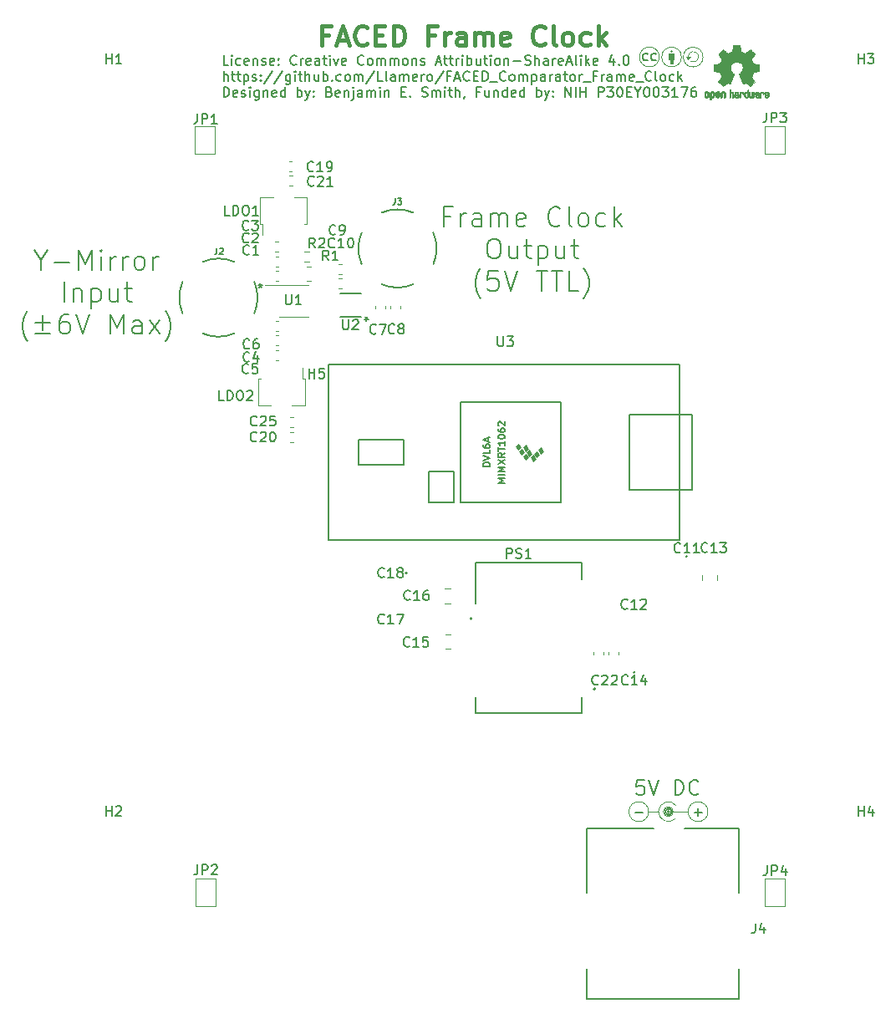
<source format=gto>
G04 #@! TF.GenerationSoftware,KiCad,Pcbnew,7.0.1*
G04 #@! TF.CreationDate,2024-09-06T18:07:48-07:00*
G04 #@! TF.ProjectId,FACED Frame Clock,46414345-4420-4467-9261-6d6520436c6f,rev?*
G04 #@! TF.SameCoordinates,Original*
G04 #@! TF.FileFunction,Legend,Top*
G04 #@! TF.FilePolarity,Positive*
%FSLAX46Y46*%
G04 Gerber Fmt 4.6, Leading zero omitted, Abs format (unit mm)*
G04 Created by KiCad (PCBNEW 7.0.1) date 2024-09-06 18:07:48*
%MOMM*%
%LPD*%
G01*
G04 APERTURE LIST*
%ADD10C,0.200000*%
%ADD11C,0.150000*%
%ADD12C,0.400000*%
%ADD13C,0.127000*%
%ADD14C,0.120000*%
%ADD15C,0.100000*%
%ADD16C,0.152400*%
%ADD17C,0.010000*%
G04 APERTURE END LIST*
D10*
X160671428Y-157526428D02*
X159957142Y-157526428D01*
X159957142Y-157526428D02*
X159885714Y-158240714D01*
X159885714Y-158240714D02*
X159957142Y-158169285D01*
X159957142Y-158169285D02*
X160100000Y-158097857D01*
X160100000Y-158097857D02*
X160457142Y-158097857D01*
X160457142Y-158097857D02*
X160600000Y-158169285D01*
X160600000Y-158169285D02*
X160671428Y-158240714D01*
X160671428Y-158240714D02*
X160742857Y-158383571D01*
X160742857Y-158383571D02*
X160742857Y-158740714D01*
X160742857Y-158740714D02*
X160671428Y-158883571D01*
X160671428Y-158883571D02*
X160600000Y-158955000D01*
X160600000Y-158955000D02*
X160457142Y-159026428D01*
X160457142Y-159026428D02*
X160100000Y-159026428D01*
X160100000Y-159026428D02*
X159957142Y-158955000D01*
X159957142Y-158955000D02*
X159885714Y-158883571D01*
X161171428Y-157526428D02*
X161671428Y-159026428D01*
X161671428Y-159026428D02*
X162171428Y-157526428D01*
X163814284Y-159026428D02*
X163814284Y-157526428D01*
X163814284Y-157526428D02*
X164171427Y-157526428D01*
X164171427Y-157526428D02*
X164385713Y-157597857D01*
X164385713Y-157597857D02*
X164528570Y-157740714D01*
X164528570Y-157740714D02*
X164599999Y-157883571D01*
X164599999Y-157883571D02*
X164671427Y-158169285D01*
X164671427Y-158169285D02*
X164671427Y-158383571D01*
X164671427Y-158383571D02*
X164599999Y-158669285D01*
X164599999Y-158669285D02*
X164528570Y-158812142D01*
X164528570Y-158812142D02*
X164385713Y-158955000D01*
X164385713Y-158955000D02*
X164171427Y-159026428D01*
X164171427Y-159026428D02*
X163814284Y-159026428D01*
X166171427Y-158883571D02*
X166099999Y-158955000D01*
X166099999Y-158955000D02*
X165885713Y-159026428D01*
X165885713Y-159026428D02*
X165742856Y-159026428D01*
X165742856Y-159026428D02*
X165528570Y-158955000D01*
X165528570Y-158955000D02*
X165385713Y-158812142D01*
X165385713Y-158812142D02*
X165314284Y-158669285D01*
X165314284Y-158669285D02*
X165242856Y-158383571D01*
X165242856Y-158383571D02*
X165242856Y-158169285D01*
X165242856Y-158169285D02*
X165314284Y-157883571D01*
X165314284Y-157883571D02*
X165385713Y-157740714D01*
X165385713Y-157740714D02*
X165528570Y-157597857D01*
X165528570Y-157597857D02*
X165742856Y-157526428D01*
X165742856Y-157526428D02*
X165885713Y-157526428D01*
X165885713Y-157526428D02*
X166099999Y-157597857D01*
X166099999Y-157597857D02*
X166171427Y-157669285D01*
D11*
X121800952Y-107237619D02*
X121800952Y-107475714D01*
X121562857Y-107380476D02*
X121800952Y-107475714D01*
X121800952Y-107475714D02*
X122039047Y-107380476D01*
X121658095Y-107666190D02*
X121800952Y-107475714D01*
X121800952Y-107475714D02*
X121943809Y-107666190D01*
X118559285Y-85117619D02*
X118083095Y-85117619D01*
X118083095Y-85117619D02*
X118083095Y-84117619D01*
X118892619Y-85117619D02*
X118892619Y-84450952D01*
X118892619Y-84117619D02*
X118845000Y-84165238D01*
X118845000Y-84165238D02*
X118892619Y-84212857D01*
X118892619Y-84212857D02*
X118940238Y-84165238D01*
X118940238Y-84165238D02*
X118892619Y-84117619D01*
X118892619Y-84117619D02*
X118892619Y-84212857D01*
X119797380Y-85070000D02*
X119702142Y-85117619D01*
X119702142Y-85117619D02*
X119511666Y-85117619D01*
X119511666Y-85117619D02*
X119416428Y-85070000D01*
X119416428Y-85070000D02*
X119368809Y-85022380D01*
X119368809Y-85022380D02*
X119321190Y-84927142D01*
X119321190Y-84927142D02*
X119321190Y-84641428D01*
X119321190Y-84641428D02*
X119368809Y-84546190D01*
X119368809Y-84546190D02*
X119416428Y-84498571D01*
X119416428Y-84498571D02*
X119511666Y-84450952D01*
X119511666Y-84450952D02*
X119702142Y-84450952D01*
X119702142Y-84450952D02*
X119797380Y-84498571D01*
X120606904Y-85070000D02*
X120511666Y-85117619D01*
X120511666Y-85117619D02*
X120321190Y-85117619D01*
X120321190Y-85117619D02*
X120225952Y-85070000D01*
X120225952Y-85070000D02*
X120178333Y-84974761D01*
X120178333Y-84974761D02*
X120178333Y-84593809D01*
X120178333Y-84593809D02*
X120225952Y-84498571D01*
X120225952Y-84498571D02*
X120321190Y-84450952D01*
X120321190Y-84450952D02*
X120511666Y-84450952D01*
X120511666Y-84450952D02*
X120606904Y-84498571D01*
X120606904Y-84498571D02*
X120654523Y-84593809D01*
X120654523Y-84593809D02*
X120654523Y-84689047D01*
X120654523Y-84689047D02*
X120178333Y-84784285D01*
X121083095Y-84450952D02*
X121083095Y-85117619D01*
X121083095Y-84546190D02*
X121130714Y-84498571D01*
X121130714Y-84498571D02*
X121225952Y-84450952D01*
X121225952Y-84450952D02*
X121368809Y-84450952D01*
X121368809Y-84450952D02*
X121464047Y-84498571D01*
X121464047Y-84498571D02*
X121511666Y-84593809D01*
X121511666Y-84593809D02*
X121511666Y-85117619D01*
X121940238Y-85070000D02*
X122035476Y-85117619D01*
X122035476Y-85117619D02*
X122225952Y-85117619D01*
X122225952Y-85117619D02*
X122321190Y-85070000D01*
X122321190Y-85070000D02*
X122368809Y-84974761D01*
X122368809Y-84974761D02*
X122368809Y-84927142D01*
X122368809Y-84927142D02*
X122321190Y-84831904D01*
X122321190Y-84831904D02*
X122225952Y-84784285D01*
X122225952Y-84784285D02*
X122083095Y-84784285D01*
X122083095Y-84784285D02*
X121987857Y-84736666D01*
X121987857Y-84736666D02*
X121940238Y-84641428D01*
X121940238Y-84641428D02*
X121940238Y-84593809D01*
X121940238Y-84593809D02*
X121987857Y-84498571D01*
X121987857Y-84498571D02*
X122083095Y-84450952D01*
X122083095Y-84450952D02*
X122225952Y-84450952D01*
X122225952Y-84450952D02*
X122321190Y-84498571D01*
X123178333Y-85070000D02*
X123083095Y-85117619D01*
X123083095Y-85117619D02*
X122892619Y-85117619D01*
X122892619Y-85117619D02*
X122797381Y-85070000D01*
X122797381Y-85070000D02*
X122749762Y-84974761D01*
X122749762Y-84974761D02*
X122749762Y-84593809D01*
X122749762Y-84593809D02*
X122797381Y-84498571D01*
X122797381Y-84498571D02*
X122892619Y-84450952D01*
X122892619Y-84450952D02*
X123083095Y-84450952D01*
X123083095Y-84450952D02*
X123178333Y-84498571D01*
X123178333Y-84498571D02*
X123225952Y-84593809D01*
X123225952Y-84593809D02*
X123225952Y-84689047D01*
X123225952Y-84689047D02*
X122749762Y-84784285D01*
X123654524Y-85022380D02*
X123702143Y-85070000D01*
X123702143Y-85070000D02*
X123654524Y-85117619D01*
X123654524Y-85117619D02*
X123606905Y-85070000D01*
X123606905Y-85070000D02*
X123654524Y-85022380D01*
X123654524Y-85022380D02*
X123654524Y-85117619D01*
X123654524Y-84498571D02*
X123702143Y-84546190D01*
X123702143Y-84546190D02*
X123654524Y-84593809D01*
X123654524Y-84593809D02*
X123606905Y-84546190D01*
X123606905Y-84546190D02*
X123654524Y-84498571D01*
X123654524Y-84498571D02*
X123654524Y-84593809D01*
X125464047Y-85022380D02*
X125416428Y-85070000D01*
X125416428Y-85070000D02*
X125273571Y-85117619D01*
X125273571Y-85117619D02*
X125178333Y-85117619D01*
X125178333Y-85117619D02*
X125035476Y-85070000D01*
X125035476Y-85070000D02*
X124940238Y-84974761D01*
X124940238Y-84974761D02*
X124892619Y-84879523D01*
X124892619Y-84879523D02*
X124845000Y-84689047D01*
X124845000Y-84689047D02*
X124845000Y-84546190D01*
X124845000Y-84546190D02*
X124892619Y-84355714D01*
X124892619Y-84355714D02*
X124940238Y-84260476D01*
X124940238Y-84260476D02*
X125035476Y-84165238D01*
X125035476Y-84165238D02*
X125178333Y-84117619D01*
X125178333Y-84117619D02*
X125273571Y-84117619D01*
X125273571Y-84117619D02*
X125416428Y-84165238D01*
X125416428Y-84165238D02*
X125464047Y-84212857D01*
X125892619Y-85117619D02*
X125892619Y-84450952D01*
X125892619Y-84641428D02*
X125940238Y-84546190D01*
X125940238Y-84546190D02*
X125987857Y-84498571D01*
X125987857Y-84498571D02*
X126083095Y-84450952D01*
X126083095Y-84450952D02*
X126178333Y-84450952D01*
X126892619Y-85070000D02*
X126797381Y-85117619D01*
X126797381Y-85117619D02*
X126606905Y-85117619D01*
X126606905Y-85117619D02*
X126511667Y-85070000D01*
X126511667Y-85070000D02*
X126464048Y-84974761D01*
X126464048Y-84974761D02*
X126464048Y-84593809D01*
X126464048Y-84593809D02*
X126511667Y-84498571D01*
X126511667Y-84498571D02*
X126606905Y-84450952D01*
X126606905Y-84450952D02*
X126797381Y-84450952D01*
X126797381Y-84450952D02*
X126892619Y-84498571D01*
X126892619Y-84498571D02*
X126940238Y-84593809D01*
X126940238Y-84593809D02*
X126940238Y-84689047D01*
X126940238Y-84689047D02*
X126464048Y-84784285D01*
X127797381Y-85117619D02*
X127797381Y-84593809D01*
X127797381Y-84593809D02*
X127749762Y-84498571D01*
X127749762Y-84498571D02*
X127654524Y-84450952D01*
X127654524Y-84450952D02*
X127464048Y-84450952D01*
X127464048Y-84450952D02*
X127368810Y-84498571D01*
X127797381Y-85070000D02*
X127702143Y-85117619D01*
X127702143Y-85117619D02*
X127464048Y-85117619D01*
X127464048Y-85117619D02*
X127368810Y-85070000D01*
X127368810Y-85070000D02*
X127321191Y-84974761D01*
X127321191Y-84974761D02*
X127321191Y-84879523D01*
X127321191Y-84879523D02*
X127368810Y-84784285D01*
X127368810Y-84784285D02*
X127464048Y-84736666D01*
X127464048Y-84736666D02*
X127702143Y-84736666D01*
X127702143Y-84736666D02*
X127797381Y-84689047D01*
X128130715Y-84450952D02*
X128511667Y-84450952D01*
X128273572Y-84117619D02*
X128273572Y-84974761D01*
X128273572Y-84974761D02*
X128321191Y-85070000D01*
X128321191Y-85070000D02*
X128416429Y-85117619D01*
X128416429Y-85117619D02*
X128511667Y-85117619D01*
X128845001Y-85117619D02*
X128845001Y-84450952D01*
X128845001Y-84117619D02*
X128797382Y-84165238D01*
X128797382Y-84165238D02*
X128845001Y-84212857D01*
X128845001Y-84212857D02*
X128892620Y-84165238D01*
X128892620Y-84165238D02*
X128845001Y-84117619D01*
X128845001Y-84117619D02*
X128845001Y-84212857D01*
X129225953Y-84450952D02*
X129464048Y-85117619D01*
X129464048Y-85117619D02*
X129702143Y-84450952D01*
X130464048Y-85070000D02*
X130368810Y-85117619D01*
X130368810Y-85117619D02*
X130178334Y-85117619D01*
X130178334Y-85117619D02*
X130083096Y-85070000D01*
X130083096Y-85070000D02*
X130035477Y-84974761D01*
X130035477Y-84974761D02*
X130035477Y-84593809D01*
X130035477Y-84593809D02*
X130083096Y-84498571D01*
X130083096Y-84498571D02*
X130178334Y-84450952D01*
X130178334Y-84450952D02*
X130368810Y-84450952D01*
X130368810Y-84450952D02*
X130464048Y-84498571D01*
X130464048Y-84498571D02*
X130511667Y-84593809D01*
X130511667Y-84593809D02*
X130511667Y-84689047D01*
X130511667Y-84689047D02*
X130035477Y-84784285D01*
X132273572Y-85022380D02*
X132225953Y-85070000D01*
X132225953Y-85070000D02*
X132083096Y-85117619D01*
X132083096Y-85117619D02*
X131987858Y-85117619D01*
X131987858Y-85117619D02*
X131845001Y-85070000D01*
X131845001Y-85070000D02*
X131749763Y-84974761D01*
X131749763Y-84974761D02*
X131702144Y-84879523D01*
X131702144Y-84879523D02*
X131654525Y-84689047D01*
X131654525Y-84689047D02*
X131654525Y-84546190D01*
X131654525Y-84546190D02*
X131702144Y-84355714D01*
X131702144Y-84355714D02*
X131749763Y-84260476D01*
X131749763Y-84260476D02*
X131845001Y-84165238D01*
X131845001Y-84165238D02*
X131987858Y-84117619D01*
X131987858Y-84117619D02*
X132083096Y-84117619D01*
X132083096Y-84117619D02*
X132225953Y-84165238D01*
X132225953Y-84165238D02*
X132273572Y-84212857D01*
X132845001Y-85117619D02*
X132749763Y-85070000D01*
X132749763Y-85070000D02*
X132702144Y-85022380D01*
X132702144Y-85022380D02*
X132654525Y-84927142D01*
X132654525Y-84927142D02*
X132654525Y-84641428D01*
X132654525Y-84641428D02*
X132702144Y-84546190D01*
X132702144Y-84546190D02*
X132749763Y-84498571D01*
X132749763Y-84498571D02*
X132845001Y-84450952D01*
X132845001Y-84450952D02*
X132987858Y-84450952D01*
X132987858Y-84450952D02*
X133083096Y-84498571D01*
X133083096Y-84498571D02*
X133130715Y-84546190D01*
X133130715Y-84546190D02*
X133178334Y-84641428D01*
X133178334Y-84641428D02*
X133178334Y-84927142D01*
X133178334Y-84927142D02*
X133130715Y-85022380D01*
X133130715Y-85022380D02*
X133083096Y-85070000D01*
X133083096Y-85070000D02*
X132987858Y-85117619D01*
X132987858Y-85117619D02*
X132845001Y-85117619D01*
X133606906Y-85117619D02*
X133606906Y-84450952D01*
X133606906Y-84546190D02*
X133654525Y-84498571D01*
X133654525Y-84498571D02*
X133749763Y-84450952D01*
X133749763Y-84450952D02*
X133892620Y-84450952D01*
X133892620Y-84450952D02*
X133987858Y-84498571D01*
X133987858Y-84498571D02*
X134035477Y-84593809D01*
X134035477Y-84593809D02*
X134035477Y-85117619D01*
X134035477Y-84593809D02*
X134083096Y-84498571D01*
X134083096Y-84498571D02*
X134178334Y-84450952D01*
X134178334Y-84450952D02*
X134321191Y-84450952D01*
X134321191Y-84450952D02*
X134416430Y-84498571D01*
X134416430Y-84498571D02*
X134464049Y-84593809D01*
X134464049Y-84593809D02*
X134464049Y-85117619D01*
X134940239Y-85117619D02*
X134940239Y-84450952D01*
X134940239Y-84546190D02*
X134987858Y-84498571D01*
X134987858Y-84498571D02*
X135083096Y-84450952D01*
X135083096Y-84450952D02*
X135225953Y-84450952D01*
X135225953Y-84450952D02*
X135321191Y-84498571D01*
X135321191Y-84498571D02*
X135368810Y-84593809D01*
X135368810Y-84593809D02*
X135368810Y-85117619D01*
X135368810Y-84593809D02*
X135416429Y-84498571D01*
X135416429Y-84498571D02*
X135511667Y-84450952D01*
X135511667Y-84450952D02*
X135654524Y-84450952D01*
X135654524Y-84450952D02*
X135749763Y-84498571D01*
X135749763Y-84498571D02*
X135797382Y-84593809D01*
X135797382Y-84593809D02*
X135797382Y-85117619D01*
X136416429Y-85117619D02*
X136321191Y-85070000D01*
X136321191Y-85070000D02*
X136273572Y-85022380D01*
X136273572Y-85022380D02*
X136225953Y-84927142D01*
X136225953Y-84927142D02*
X136225953Y-84641428D01*
X136225953Y-84641428D02*
X136273572Y-84546190D01*
X136273572Y-84546190D02*
X136321191Y-84498571D01*
X136321191Y-84498571D02*
X136416429Y-84450952D01*
X136416429Y-84450952D02*
X136559286Y-84450952D01*
X136559286Y-84450952D02*
X136654524Y-84498571D01*
X136654524Y-84498571D02*
X136702143Y-84546190D01*
X136702143Y-84546190D02*
X136749762Y-84641428D01*
X136749762Y-84641428D02*
X136749762Y-84927142D01*
X136749762Y-84927142D02*
X136702143Y-85022380D01*
X136702143Y-85022380D02*
X136654524Y-85070000D01*
X136654524Y-85070000D02*
X136559286Y-85117619D01*
X136559286Y-85117619D02*
X136416429Y-85117619D01*
X137178334Y-84450952D02*
X137178334Y-85117619D01*
X137178334Y-84546190D02*
X137225953Y-84498571D01*
X137225953Y-84498571D02*
X137321191Y-84450952D01*
X137321191Y-84450952D02*
X137464048Y-84450952D01*
X137464048Y-84450952D02*
X137559286Y-84498571D01*
X137559286Y-84498571D02*
X137606905Y-84593809D01*
X137606905Y-84593809D02*
X137606905Y-85117619D01*
X138035477Y-85070000D02*
X138130715Y-85117619D01*
X138130715Y-85117619D02*
X138321191Y-85117619D01*
X138321191Y-85117619D02*
X138416429Y-85070000D01*
X138416429Y-85070000D02*
X138464048Y-84974761D01*
X138464048Y-84974761D02*
X138464048Y-84927142D01*
X138464048Y-84927142D02*
X138416429Y-84831904D01*
X138416429Y-84831904D02*
X138321191Y-84784285D01*
X138321191Y-84784285D02*
X138178334Y-84784285D01*
X138178334Y-84784285D02*
X138083096Y-84736666D01*
X138083096Y-84736666D02*
X138035477Y-84641428D01*
X138035477Y-84641428D02*
X138035477Y-84593809D01*
X138035477Y-84593809D02*
X138083096Y-84498571D01*
X138083096Y-84498571D02*
X138178334Y-84450952D01*
X138178334Y-84450952D02*
X138321191Y-84450952D01*
X138321191Y-84450952D02*
X138416429Y-84498571D01*
X139606906Y-84831904D02*
X140083096Y-84831904D01*
X139511668Y-85117619D02*
X139845001Y-84117619D01*
X139845001Y-84117619D02*
X140178334Y-85117619D01*
X140368811Y-84450952D02*
X140749763Y-84450952D01*
X140511668Y-84117619D02*
X140511668Y-84974761D01*
X140511668Y-84974761D02*
X140559287Y-85070000D01*
X140559287Y-85070000D02*
X140654525Y-85117619D01*
X140654525Y-85117619D02*
X140749763Y-85117619D01*
X140940240Y-84450952D02*
X141321192Y-84450952D01*
X141083097Y-84117619D02*
X141083097Y-84974761D01*
X141083097Y-84974761D02*
X141130716Y-85070000D01*
X141130716Y-85070000D02*
X141225954Y-85117619D01*
X141225954Y-85117619D02*
X141321192Y-85117619D01*
X141654526Y-85117619D02*
X141654526Y-84450952D01*
X141654526Y-84641428D02*
X141702145Y-84546190D01*
X141702145Y-84546190D02*
X141749764Y-84498571D01*
X141749764Y-84498571D02*
X141845002Y-84450952D01*
X141845002Y-84450952D02*
X141940240Y-84450952D01*
X142273574Y-85117619D02*
X142273574Y-84450952D01*
X142273574Y-84117619D02*
X142225955Y-84165238D01*
X142225955Y-84165238D02*
X142273574Y-84212857D01*
X142273574Y-84212857D02*
X142321193Y-84165238D01*
X142321193Y-84165238D02*
X142273574Y-84117619D01*
X142273574Y-84117619D02*
X142273574Y-84212857D01*
X142749764Y-85117619D02*
X142749764Y-84117619D01*
X142749764Y-84498571D02*
X142845002Y-84450952D01*
X142845002Y-84450952D02*
X143035478Y-84450952D01*
X143035478Y-84450952D02*
X143130716Y-84498571D01*
X143130716Y-84498571D02*
X143178335Y-84546190D01*
X143178335Y-84546190D02*
X143225954Y-84641428D01*
X143225954Y-84641428D02*
X143225954Y-84927142D01*
X143225954Y-84927142D02*
X143178335Y-85022380D01*
X143178335Y-85022380D02*
X143130716Y-85070000D01*
X143130716Y-85070000D02*
X143035478Y-85117619D01*
X143035478Y-85117619D02*
X142845002Y-85117619D01*
X142845002Y-85117619D02*
X142749764Y-85070000D01*
X144083097Y-84450952D02*
X144083097Y-85117619D01*
X143654526Y-84450952D02*
X143654526Y-84974761D01*
X143654526Y-84974761D02*
X143702145Y-85070000D01*
X143702145Y-85070000D02*
X143797383Y-85117619D01*
X143797383Y-85117619D02*
X143940240Y-85117619D01*
X143940240Y-85117619D02*
X144035478Y-85070000D01*
X144035478Y-85070000D02*
X144083097Y-85022380D01*
X144416431Y-84450952D02*
X144797383Y-84450952D01*
X144559288Y-84117619D02*
X144559288Y-84974761D01*
X144559288Y-84974761D02*
X144606907Y-85070000D01*
X144606907Y-85070000D02*
X144702145Y-85117619D01*
X144702145Y-85117619D02*
X144797383Y-85117619D01*
X145130717Y-85117619D02*
X145130717Y-84450952D01*
X145130717Y-84117619D02*
X145083098Y-84165238D01*
X145083098Y-84165238D02*
X145130717Y-84212857D01*
X145130717Y-84212857D02*
X145178336Y-84165238D01*
X145178336Y-84165238D02*
X145130717Y-84117619D01*
X145130717Y-84117619D02*
X145130717Y-84212857D01*
X145749764Y-85117619D02*
X145654526Y-85070000D01*
X145654526Y-85070000D02*
X145606907Y-85022380D01*
X145606907Y-85022380D02*
X145559288Y-84927142D01*
X145559288Y-84927142D02*
X145559288Y-84641428D01*
X145559288Y-84641428D02*
X145606907Y-84546190D01*
X145606907Y-84546190D02*
X145654526Y-84498571D01*
X145654526Y-84498571D02*
X145749764Y-84450952D01*
X145749764Y-84450952D02*
X145892621Y-84450952D01*
X145892621Y-84450952D02*
X145987859Y-84498571D01*
X145987859Y-84498571D02*
X146035478Y-84546190D01*
X146035478Y-84546190D02*
X146083097Y-84641428D01*
X146083097Y-84641428D02*
X146083097Y-84927142D01*
X146083097Y-84927142D02*
X146035478Y-85022380D01*
X146035478Y-85022380D02*
X145987859Y-85070000D01*
X145987859Y-85070000D02*
X145892621Y-85117619D01*
X145892621Y-85117619D02*
X145749764Y-85117619D01*
X146511669Y-84450952D02*
X146511669Y-85117619D01*
X146511669Y-84546190D02*
X146559288Y-84498571D01*
X146559288Y-84498571D02*
X146654526Y-84450952D01*
X146654526Y-84450952D02*
X146797383Y-84450952D01*
X146797383Y-84450952D02*
X146892621Y-84498571D01*
X146892621Y-84498571D02*
X146940240Y-84593809D01*
X146940240Y-84593809D02*
X146940240Y-85117619D01*
X147416431Y-84736666D02*
X148178336Y-84736666D01*
X148606907Y-85070000D02*
X148749764Y-85117619D01*
X148749764Y-85117619D02*
X148987859Y-85117619D01*
X148987859Y-85117619D02*
X149083097Y-85070000D01*
X149083097Y-85070000D02*
X149130716Y-85022380D01*
X149130716Y-85022380D02*
X149178335Y-84927142D01*
X149178335Y-84927142D02*
X149178335Y-84831904D01*
X149178335Y-84831904D02*
X149130716Y-84736666D01*
X149130716Y-84736666D02*
X149083097Y-84689047D01*
X149083097Y-84689047D02*
X148987859Y-84641428D01*
X148987859Y-84641428D02*
X148797383Y-84593809D01*
X148797383Y-84593809D02*
X148702145Y-84546190D01*
X148702145Y-84546190D02*
X148654526Y-84498571D01*
X148654526Y-84498571D02*
X148606907Y-84403333D01*
X148606907Y-84403333D02*
X148606907Y-84308095D01*
X148606907Y-84308095D02*
X148654526Y-84212857D01*
X148654526Y-84212857D02*
X148702145Y-84165238D01*
X148702145Y-84165238D02*
X148797383Y-84117619D01*
X148797383Y-84117619D02*
X149035478Y-84117619D01*
X149035478Y-84117619D02*
X149178335Y-84165238D01*
X149606907Y-85117619D02*
X149606907Y-84117619D01*
X150035478Y-85117619D02*
X150035478Y-84593809D01*
X150035478Y-84593809D02*
X149987859Y-84498571D01*
X149987859Y-84498571D02*
X149892621Y-84450952D01*
X149892621Y-84450952D02*
X149749764Y-84450952D01*
X149749764Y-84450952D02*
X149654526Y-84498571D01*
X149654526Y-84498571D02*
X149606907Y-84546190D01*
X150940240Y-85117619D02*
X150940240Y-84593809D01*
X150940240Y-84593809D02*
X150892621Y-84498571D01*
X150892621Y-84498571D02*
X150797383Y-84450952D01*
X150797383Y-84450952D02*
X150606907Y-84450952D01*
X150606907Y-84450952D02*
X150511669Y-84498571D01*
X150940240Y-85070000D02*
X150845002Y-85117619D01*
X150845002Y-85117619D02*
X150606907Y-85117619D01*
X150606907Y-85117619D02*
X150511669Y-85070000D01*
X150511669Y-85070000D02*
X150464050Y-84974761D01*
X150464050Y-84974761D02*
X150464050Y-84879523D01*
X150464050Y-84879523D02*
X150511669Y-84784285D01*
X150511669Y-84784285D02*
X150606907Y-84736666D01*
X150606907Y-84736666D02*
X150845002Y-84736666D01*
X150845002Y-84736666D02*
X150940240Y-84689047D01*
X151416431Y-85117619D02*
X151416431Y-84450952D01*
X151416431Y-84641428D02*
X151464050Y-84546190D01*
X151464050Y-84546190D02*
X151511669Y-84498571D01*
X151511669Y-84498571D02*
X151606907Y-84450952D01*
X151606907Y-84450952D02*
X151702145Y-84450952D01*
X152416431Y-85070000D02*
X152321193Y-85117619D01*
X152321193Y-85117619D02*
X152130717Y-85117619D01*
X152130717Y-85117619D02*
X152035479Y-85070000D01*
X152035479Y-85070000D02*
X151987860Y-84974761D01*
X151987860Y-84974761D02*
X151987860Y-84593809D01*
X151987860Y-84593809D02*
X152035479Y-84498571D01*
X152035479Y-84498571D02*
X152130717Y-84450952D01*
X152130717Y-84450952D02*
X152321193Y-84450952D01*
X152321193Y-84450952D02*
X152416431Y-84498571D01*
X152416431Y-84498571D02*
X152464050Y-84593809D01*
X152464050Y-84593809D02*
X152464050Y-84689047D01*
X152464050Y-84689047D02*
X151987860Y-84784285D01*
X152845003Y-84831904D02*
X153321193Y-84831904D01*
X152749765Y-85117619D02*
X153083098Y-84117619D01*
X153083098Y-84117619D02*
X153416431Y-85117619D01*
X153892622Y-85117619D02*
X153797384Y-85070000D01*
X153797384Y-85070000D02*
X153749765Y-84974761D01*
X153749765Y-84974761D02*
X153749765Y-84117619D01*
X154273575Y-85117619D02*
X154273575Y-84450952D01*
X154273575Y-84117619D02*
X154225956Y-84165238D01*
X154225956Y-84165238D02*
X154273575Y-84212857D01*
X154273575Y-84212857D02*
X154321194Y-84165238D01*
X154321194Y-84165238D02*
X154273575Y-84117619D01*
X154273575Y-84117619D02*
X154273575Y-84212857D01*
X154749765Y-85117619D02*
X154749765Y-84117619D01*
X154845003Y-84736666D02*
X155130717Y-85117619D01*
X155130717Y-84450952D02*
X154749765Y-84831904D01*
X155940241Y-85070000D02*
X155845003Y-85117619D01*
X155845003Y-85117619D02*
X155654527Y-85117619D01*
X155654527Y-85117619D02*
X155559289Y-85070000D01*
X155559289Y-85070000D02*
X155511670Y-84974761D01*
X155511670Y-84974761D02*
X155511670Y-84593809D01*
X155511670Y-84593809D02*
X155559289Y-84498571D01*
X155559289Y-84498571D02*
X155654527Y-84450952D01*
X155654527Y-84450952D02*
X155845003Y-84450952D01*
X155845003Y-84450952D02*
X155940241Y-84498571D01*
X155940241Y-84498571D02*
X155987860Y-84593809D01*
X155987860Y-84593809D02*
X155987860Y-84689047D01*
X155987860Y-84689047D02*
X155511670Y-84784285D01*
X157606908Y-84450952D02*
X157606908Y-85117619D01*
X157368813Y-84070000D02*
X157130718Y-84784285D01*
X157130718Y-84784285D02*
X157749765Y-84784285D01*
X158130718Y-85022380D02*
X158178337Y-85070000D01*
X158178337Y-85070000D02*
X158130718Y-85117619D01*
X158130718Y-85117619D02*
X158083099Y-85070000D01*
X158083099Y-85070000D02*
X158130718Y-85022380D01*
X158130718Y-85022380D02*
X158130718Y-85117619D01*
X158797384Y-84117619D02*
X158892622Y-84117619D01*
X158892622Y-84117619D02*
X158987860Y-84165238D01*
X158987860Y-84165238D02*
X159035479Y-84212857D01*
X159035479Y-84212857D02*
X159083098Y-84308095D01*
X159083098Y-84308095D02*
X159130717Y-84498571D01*
X159130717Y-84498571D02*
X159130717Y-84736666D01*
X159130717Y-84736666D02*
X159083098Y-84927142D01*
X159083098Y-84927142D02*
X159035479Y-85022380D01*
X159035479Y-85022380D02*
X158987860Y-85070000D01*
X158987860Y-85070000D02*
X158892622Y-85117619D01*
X158892622Y-85117619D02*
X158797384Y-85117619D01*
X158797384Y-85117619D02*
X158702146Y-85070000D01*
X158702146Y-85070000D02*
X158654527Y-85022380D01*
X158654527Y-85022380D02*
X158606908Y-84927142D01*
X158606908Y-84927142D02*
X158559289Y-84736666D01*
X158559289Y-84736666D02*
X158559289Y-84498571D01*
X158559289Y-84498571D02*
X158606908Y-84308095D01*
X158606908Y-84308095D02*
X158654527Y-84212857D01*
X158654527Y-84212857D02*
X158702146Y-84165238D01*
X158702146Y-84165238D02*
X158797384Y-84117619D01*
X118083095Y-86737619D02*
X118083095Y-85737619D01*
X118511666Y-86737619D02*
X118511666Y-86213809D01*
X118511666Y-86213809D02*
X118464047Y-86118571D01*
X118464047Y-86118571D02*
X118368809Y-86070952D01*
X118368809Y-86070952D02*
X118225952Y-86070952D01*
X118225952Y-86070952D02*
X118130714Y-86118571D01*
X118130714Y-86118571D02*
X118083095Y-86166190D01*
X118845000Y-86070952D02*
X119225952Y-86070952D01*
X118987857Y-85737619D02*
X118987857Y-86594761D01*
X118987857Y-86594761D02*
X119035476Y-86690000D01*
X119035476Y-86690000D02*
X119130714Y-86737619D01*
X119130714Y-86737619D02*
X119225952Y-86737619D01*
X119416429Y-86070952D02*
X119797381Y-86070952D01*
X119559286Y-85737619D02*
X119559286Y-86594761D01*
X119559286Y-86594761D02*
X119606905Y-86690000D01*
X119606905Y-86690000D02*
X119702143Y-86737619D01*
X119702143Y-86737619D02*
X119797381Y-86737619D01*
X120130715Y-86070952D02*
X120130715Y-87070952D01*
X120130715Y-86118571D02*
X120225953Y-86070952D01*
X120225953Y-86070952D02*
X120416429Y-86070952D01*
X120416429Y-86070952D02*
X120511667Y-86118571D01*
X120511667Y-86118571D02*
X120559286Y-86166190D01*
X120559286Y-86166190D02*
X120606905Y-86261428D01*
X120606905Y-86261428D02*
X120606905Y-86547142D01*
X120606905Y-86547142D02*
X120559286Y-86642380D01*
X120559286Y-86642380D02*
X120511667Y-86690000D01*
X120511667Y-86690000D02*
X120416429Y-86737619D01*
X120416429Y-86737619D02*
X120225953Y-86737619D01*
X120225953Y-86737619D02*
X120130715Y-86690000D01*
X120987858Y-86690000D02*
X121083096Y-86737619D01*
X121083096Y-86737619D02*
X121273572Y-86737619D01*
X121273572Y-86737619D02*
X121368810Y-86690000D01*
X121368810Y-86690000D02*
X121416429Y-86594761D01*
X121416429Y-86594761D02*
X121416429Y-86547142D01*
X121416429Y-86547142D02*
X121368810Y-86451904D01*
X121368810Y-86451904D02*
X121273572Y-86404285D01*
X121273572Y-86404285D02*
X121130715Y-86404285D01*
X121130715Y-86404285D02*
X121035477Y-86356666D01*
X121035477Y-86356666D02*
X120987858Y-86261428D01*
X120987858Y-86261428D02*
X120987858Y-86213809D01*
X120987858Y-86213809D02*
X121035477Y-86118571D01*
X121035477Y-86118571D02*
X121130715Y-86070952D01*
X121130715Y-86070952D02*
X121273572Y-86070952D01*
X121273572Y-86070952D02*
X121368810Y-86118571D01*
X121845001Y-86642380D02*
X121892620Y-86690000D01*
X121892620Y-86690000D02*
X121845001Y-86737619D01*
X121845001Y-86737619D02*
X121797382Y-86690000D01*
X121797382Y-86690000D02*
X121845001Y-86642380D01*
X121845001Y-86642380D02*
X121845001Y-86737619D01*
X121845001Y-86118571D02*
X121892620Y-86166190D01*
X121892620Y-86166190D02*
X121845001Y-86213809D01*
X121845001Y-86213809D02*
X121797382Y-86166190D01*
X121797382Y-86166190D02*
X121845001Y-86118571D01*
X121845001Y-86118571D02*
X121845001Y-86213809D01*
X123035476Y-85690000D02*
X122178334Y-86975714D01*
X124083095Y-85690000D02*
X123225953Y-86975714D01*
X124845000Y-86070952D02*
X124845000Y-86880476D01*
X124845000Y-86880476D02*
X124797381Y-86975714D01*
X124797381Y-86975714D02*
X124749762Y-87023333D01*
X124749762Y-87023333D02*
X124654524Y-87070952D01*
X124654524Y-87070952D02*
X124511667Y-87070952D01*
X124511667Y-87070952D02*
X124416429Y-87023333D01*
X124845000Y-86690000D02*
X124749762Y-86737619D01*
X124749762Y-86737619D02*
X124559286Y-86737619D01*
X124559286Y-86737619D02*
X124464048Y-86690000D01*
X124464048Y-86690000D02*
X124416429Y-86642380D01*
X124416429Y-86642380D02*
X124368810Y-86547142D01*
X124368810Y-86547142D02*
X124368810Y-86261428D01*
X124368810Y-86261428D02*
X124416429Y-86166190D01*
X124416429Y-86166190D02*
X124464048Y-86118571D01*
X124464048Y-86118571D02*
X124559286Y-86070952D01*
X124559286Y-86070952D02*
X124749762Y-86070952D01*
X124749762Y-86070952D02*
X124845000Y-86118571D01*
X125321191Y-86737619D02*
X125321191Y-86070952D01*
X125321191Y-85737619D02*
X125273572Y-85785238D01*
X125273572Y-85785238D02*
X125321191Y-85832857D01*
X125321191Y-85832857D02*
X125368810Y-85785238D01*
X125368810Y-85785238D02*
X125321191Y-85737619D01*
X125321191Y-85737619D02*
X125321191Y-85832857D01*
X125654524Y-86070952D02*
X126035476Y-86070952D01*
X125797381Y-85737619D02*
X125797381Y-86594761D01*
X125797381Y-86594761D02*
X125845000Y-86690000D01*
X125845000Y-86690000D02*
X125940238Y-86737619D01*
X125940238Y-86737619D02*
X126035476Y-86737619D01*
X126368810Y-86737619D02*
X126368810Y-85737619D01*
X126797381Y-86737619D02*
X126797381Y-86213809D01*
X126797381Y-86213809D02*
X126749762Y-86118571D01*
X126749762Y-86118571D02*
X126654524Y-86070952D01*
X126654524Y-86070952D02*
X126511667Y-86070952D01*
X126511667Y-86070952D02*
X126416429Y-86118571D01*
X126416429Y-86118571D02*
X126368810Y-86166190D01*
X127702143Y-86070952D02*
X127702143Y-86737619D01*
X127273572Y-86070952D02*
X127273572Y-86594761D01*
X127273572Y-86594761D02*
X127321191Y-86690000D01*
X127321191Y-86690000D02*
X127416429Y-86737619D01*
X127416429Y-86737619D02*
X127559286Y-86737619D01*
X127559286Y-86737619D02*
X127654524Y-86690000D01*
X127654524Y-86690000D02*
X127702143Y-86642380D01*
X128178334Y-86737619D02*
X128178334Y-85737619D01*
X128178334Y-86118571D02*
X128273572Y-86070952D01*
X128273572Y-86070952D02*
X128464048Y-86070952D01*
X128464048Y-86070952D02*
X128559286Y-86118571D01*
X128559286Y-86118571D02*
X128606905Y-86166190D01*
X128606905Y-86166190D02*
X128654524Y-86261428D01*
X128654524Y-86261428D02*
X128654524Y-86547142D01*
X128654524Y-86547142D02*
X128606905Y-86642380D01*
X128606905Y-86642380D02*
X128559286Y-86690000D01*
X128559286Y-86690000D02*
X128464048Y-86737619D01*
X128464048Y-86737619D02*
X128273572Y-86737619D01*
X128273572Y-86737619D02*
X128178334Y-86690000D01*
X129083096Y-86642380D02*
X129130715Y-86690000D01*
X129130715Y-86690000D02*
X129083096Y-86737619D01*
X129083096Y-86737619D02*
X129035477Y-86690000D01*
X129035477Y-86690000D02*
X129083096Y-86642380D01*
X129083096Y-86642380D02*
X129083096Y-86737619D01*
X129987857Y-86690000D02*
X129892619Y-86737619D01*
X129892619Y-86737619D02*
X129702143Y-86737619D01*
X129702143Y-86737619D02*
X129606905Y-86690000D01*
X129606905Y-86690000D02*
X129559286Y-86642380D01*
X129559286Y-86642380D02*
X129511667Y-86547142D01*
X129511667Y-86547142D02*
X129511667Y-86261428D01*
X129511667Y-86261428D02*
X129559286Y-86166190D01*
X129559286Y-86166190D02*
X129606905Y-86118571D01*
X129606905Y-86118571D02*
X129702143Y-86070952D01*
X129702143Y-86070952D02*
X129892619Y-86070952D01*
X129892619Y-86070952D02*
X129987857Y-86118571D01*
X130559286Y-86737619D02*
X130464048Y-86690000D01*
X130464048Y-86690000D02*
X130416429Y-86642380D01*
X130416429Y-86642380D02*
X130368810Y-86547142D01*
X130368810Y-86547142D02*
X130368810Y-86261428D01*
X130368810Y-86261428D02*
X130416429Y-86166190D01*
X130416429Y-86166190D02*
X130464048Y-86118571D01*
X130464048Y-86118571D02*
X130559286Y-86070952D01*
X130559286Y-86070952D02*
X130702143Y-86070952D01*
X130702143Y-86070952D02*
X130797381Y-86118571D01*
X130797381Y-86118571D02*
X130845000Y-86166190D01*
X130845000Y-86166190D02*
X130892619Y-86261428D01*
X130892619Y-86261428D02*
X130892619Y-86547142D01*
X130892619Y-86547142D02*
X130845000Y-86642380D01*
X130845000Y-86642380D02*
X130797381Y-86690000D01*
X130797381Y-86690000D02*
X130702143Y-86737619D01*
X130702143Y-86737619D02*
X130559286Y-86737619D01*
X131321191Y-86737619D02*
X131321191Y-86070952D01*
X131321191Y-86166190D02*
X131368810Y-86118571D01*
X131368810Y-86118571D02*
X131464048Y-86070952D01*
X131464048Y-86070952D02*
X131606905Y-86070952D01*
X131606905Y-86070952D02*
X131702143Y-86118571D01*
X131702143Y-86118571D02*
X131749762Y-86213809D01*
X131749762Y-86213809D02*
X131749762Y-86737619D01*
X131749762Y-86213809D02*
X131797381Y-86118571D01*
X131797381Y-86118571D02*
X131892619Y-86070952D01*
X131892619Y-86070952D02*
X132035476Y-86070952D01*
X132035476Y-86070952D02*
X132130715Y-86118571D01*
X132130715Y-86118571D02*
X132178334Y-86213809D01*
X132178334Y-86213809D02*
X132178334Y-86737619D01*
X133368809Y-85690000D02*
X132511667Y-86975714D01*
X134178333Y-86737619D02*
X133702143Y-86737619D01*
X133702143Y-86737619D02*
X133702143Y-85737619D01*
X134654524Y-86737619D02*
X134559286Y-86690000D01*
X134559286Y-86690000D02*
X134511667Y-86594761D01*
X134511667Y-86594761D02*
X134511667Y-85737619D01*
X135464048Y-86737619D02*
X135464048Y-86213809D01*
X135464048Y-86213809D02*
X135416429Y-86118571D01*
X135416429Y-86118571D02*
X135321191Y-86070952D01*
X135321191Y-86070952D02*
X135130715Y-86070952D01*
X135130715Y-86070952D02*
X135035477Y-86118571D01*
X135464048Y-86690000D02*
X135368810Y-86737619D01*
X135368810Y-86737619D02*
X135130715Y-86737619D01*
X135130715Y-86737619D02*
X135035477Y-86690000D01*
X135035477Y-86690000D02*
X134987858Y-86594761D01*
X134987858Y-86594761D02*
X134987858Y-86499523D01*
X134987858Y-86499523D02*
X135035477Y-86404285D01*
X135035477Y-86404285D02*
X135130715Y-86356666D01*
X135130715Y-86356666D02*
X135368810Y-86356666D01*
X135368810Y-86356666D02*
X135464048Y-86309047D01*
X135940239Y-86737619D02*
X135940239Y-86070952D01*
X135940239Y-86166190D02*
X135987858Y-86118571D01*
X135987858Y-86118571D02*
X136083096Y-86070952D01*
X136083096Y-86070952D02*
X136225953Y-86070952D01*
X136225953Y-86070952D02*
X136321191Y-86118571D01*
X136321191Y-86118571D02*
X136368810Y-86213809D01*
X136368810Y-86213809D02*
X136368810Y-86737619D01*
X136368810Y-86213809D02*
X136416429Y-86118571D01*
X136416429Y-86118571D02*
X136511667Y-86070952D01*
X136511667Y-86070952D02*
X136654524Y-86070952D01*
X136654524Y-86070952D02*
X136749763Y-86118571D01*
X136749763Y-86118571D02*
X136797382Y-86213809D01*
X136797382Y-86213809D02*
X136797382Y-86737619D01*
X137654524Y-86690000D02*
X137559286Y-86737619D01*
X137559286Y-86737619D02*
X137368810Y-86737619D01*
X137368810Y-86737619D02*
X137273572Y-86690000D01*
X137273572Y-86690000D02*
X137225953Y-86594761D01*
X137225953Y-86594761D02*
X137225953Y-86213809D01*
X137225953Y-86213809D02*
X137273572Y-86118571D01*
X137273572Y-86118571D02*
X137368810Y-86070952D01*
X137368810Y-86070952D02*
X137559286Y-86070952D01*
X137559286Y-86070952D02*
X137654524Y-86118571D01*
X137654524Y-86118571D02*
X137702143Y-86213809D01*
X137702143Y-86213809D02*
X137702143Y-86309047D01*
X137702143Y-86309047D02*
X137225953Y-86404285D01*
X138130715Y-86737619D02*
X138130715Y-86070952D01*
X138130715Y-86261428D02*
X138178334Y-86166190D01*
X138178334Y-86166190D02*
X138225953Y-86118571D01*
X138225953Y-86118571D02*
X138321191Y-86070952D01*
X138321191Y-86070952D02*
X138416429Y-86070952D01*
X138892620Y-86737619D02*
X138797382Y-86690000D01*
X138797382Y-86690000D02*
X138749763Y-86642380D01*
X138749763Y-86642380D02*
X138702144Y-86547142D01*
X138702144Y-86547142D02*
X138702144Y-86261428D01*
X138702144Y-86261428D02*
X138749763Y-86166190D01*
X138749763Y-86166190D02*
X138797382Y-86118571D01*
X138797382Y-86118571D02*
X138892620Y-86070952D01*
X138892620Y-86070952D02*
X139035477Y-86070952D01*
X139035477Y-86070952D02*
X139130715Y-86118571D01*
X139130715Y-86118571D02*
X139178334Y-86166190D01*
X139178334Y-86166190D02*
X139225953Y-86261428D01*
X139225953Y-86261428D02*
X139225953Y-86547142D01*
X139225953Y-86547142D02*
X139178334Y-86642380D01*
X139178334Y-86642380D02*
X139130715Y-86690000D01*
X139130715Y-86690000D02*
X139035477Y-86737619D01*
X139035477Y-86737619D02*
X138892620Y-86737619D01*
X140368810Y-85690000D02*
X139511668Y-86975714D01*
X141035477Y-86213809D02*
X140702144Y-86213809D01*
X140702144Y-86737619D02*
X140702144Y-85737619D01*
X140702144Y-85737619D02*
X141178334Y-85737619D01*
X141511668Y-86451904D02*
X141987858Y-86451904D01*
X141416430Y-86737619D02*
X141749763Y-85737619D01*
X141749763Y-85737619D02*
X142083096Y-86737619D01*
X142987858Y-86642380D02*
X142940239Y-86690000D01*
X142940239Y-86690000D02*
X142797382Y-86737619D01*
X142797382Y-86737619D02*
X142702144Y-86737619D01*
X142702144Y-86737619D02*
X142559287Y-86690000D01*
X142559287Y-86690000D02*
X142464049Y-86594761D01*
X142464049Y-86594761D02*
X142416430Y-86499523D01*
X142416430Y-86499523D02*
X142368811Y-86309047D01*
X142368811Y-86309047D02*
X142368811Y-86166190D01*
X142368811Y-86166190D02*
X142416430Y-85975714D01*
X142416430Y-85975714D02*
X142464049Y-85880476D01*
X142464049Y-85880476D02*
X142559287Y-85785238D01*
X142559287Y-85785238D02*
X142702144Y-85737619D01*
X142702144Y-85737619D02*
X142797382Y-85737619D01*
X142797382Y-85737619D02*
X142940239Y-85785238D01*
X142940239Y-85785238D02*
X142987858Y-85832857D01*
X143416430Y-86213809D02*
X143749763Y-86213809D01*
X143892620Y-86737619D02*
X143416430Y-86737619D01*
X143416430Y-86737619D02*
X143416430Y-85737619D01*
X143416430Y-85737619D02*
X143892620Y-85737619D01*
X144321192Y-86737619D02*
X144321192Y-85737619D01*
X144321192Y-85737619D02*
X144559287Y-85737619D01*
X144559287Y-85737619D02*
X144702144Y-85785238D01*
X144702144Y-85785238D02*
X144797382Y-85880476D01*
X144797382Y-85880476D02*
X144845001Y-85975714D01*
X144845001Y-85975714D02*
X144892620Y-86166190D01*
X144892620Y-86166190D02*
X144892620Y-86309047D01*
X144892620Y-86309047D02*
X144845001Y-86499523D01*
X144845001Y-86499523D02*
X144797382Y-86594761D01*
X144797382Y-86594761D02*
X144702144Y-86690000D01*
X144702144Y-86690000D02*
X144559287Y-86737619D01*
X144559287Y-86737619D02*
X144321192Y-86737619D01*
X145083097Y-86832857D02*
X145845001Y-86832857D01*
X146654525Y-86642380D02*
X146606906Y-86690000D01*
X146606906Y-86690000D02*
X146464049Y-86737619D01*
X146464049Y-86737619D02*
X146368811Y-86737619D01*
X146368811Y-86737619D02*
X146225954Y-86690000D01*
X146225954Y-86690000D02*
X146130716Y-86594761D01*
X146130716Y-86594761D02*
X146083097Y-86499523D01*
X146083097Y-86499523D02*
X146035478Y-86309047D01*
X146035478Y-86309047D02*
X146035478Y-86166190D01*
X146035478Y-86166190D02*
X146083097Y-85975714D01*
X146083097Y-85975714D02*
X146130716Y-85880476D01*
X146130716Y-85880476D02*
X146225954Y-85785238D01*
X146225954Y-85785238D02*
X146368811Y-85737619D01*
X146368811Y-85737619D02*
X146464049Y-85737619D01*
X146464049Y-85737619D02*
X146606906Y-85785238D01*
X146606906Y-85785238D02*
X146654525Y-85832857D01*
X147225954Y-86737619D02*
X147130716Y-86690000D01*
X147130716Y-86690000D02*
X147083097Y-86642380D01*
X147083097Y-86642380D02*
X147035478Y-86547142D01*
X147035478Y-86547142D02*
X147035478Y-86261428D01*
X147035478Y-86261428D02*
X147083097Y-86166190D01*
X147083097Y-86166190D02*
X147130716Y-86118571D01*
X147130716Y-86118571D02*
X147225954Y-86070952D01*
X147225954Y-86070952D02*
X147368811Y-86070952D01*
X147368811Y-86070952D02*
X147464049Y-86118571D01*
X147464049Y-86118571D02*
X147511668Y-86166190D01*
X147511668Y-86166190D02*
X147559287Y-86261428D01*
X147559287Y-86261428D02*
X147559287Y-86547142D01*
X147559287Y-86547142D02*
X147511668Y-86642380D01*
X147511668Y-86642380D02*
X147464049Y-86690000D01*
X147464049Y-86690000D02*
X147368811Y-86737619D01*
X147368811Y-86737619D02*
X147225954Y-86737619D01*
X147987859Y-86737619D02*
X147987859Y-86070952D01*
X147987859Y-86166190D02*
X148035478Y-86118571D01*
X148035478Y-86118571D02*
X148130716Y-86070952D01*
X148130716Y-86070952D02*
X148273573Y-86070952D01*
X148273573Y-86070952D02*
X148368811Y-86118571D01*
X148368811Y-86118571D02*
X148416430Y-86213809D01*
X148416430Y-86213809D02*
X148416430Y-86737619D01*
X148416430Y-86213809D02*
X148464049Y-86118571D01*
X148464049Y-86118571D02*
X148559287Y-86070952D01*
X148559287Y-86070952D02*
X148702144Y-86070952D01*
X148702144Y-86070952D02*
X148797383Y-86118571D01*
X148797383Y-86118571D02*
X148845002Y-86213809D01*
X148845002Y-86213809D02*
X148845002Y-86737619D01*
X149321192Y-86070952D02*
X149321192Y-87070952D01*
X149321192Y-86118571D02*
X149416430Y-86070952D01*
X149416430Y-86070952D02*
X149606906Y-86070952D01*
X149606906Y-86070952D02*
X149702144Y-86118571D01*
X149702144Y-86118571D02*
X149749763Y-86166190D01*
X149749763Y-86166190D02*
X149797382Y-86261428D01*
X149797382Y-86261428D02*
X149797382Y-86547142D01*
X149797382Y-86547142D02*
X149749763Y-86642380D01*
X149749763Y-86642380D02*
X149702144Y-86690000D01*
X149702144Y-86690000D02*
X149606906Y-86737619D01*
X149606906Y-86737619D02*
X149416430Y-86737619D01*
X149416430Y-86737619D02*
X149321192Y-86690000D01*
X150654525Y-86737619D02*
X150654525Y-86213809D01*
X150654525Y-86213809D02*
X150606906Y-86118571D01*
X150606906Y-86118571D02*
X150511668Y-86070952D01*
X150511668Y-86070952D02*
X150321192Y-86070952D01*
X150321192Y-86070952D02*
X150225954Y-86118571D01*
X150654525Y-86690000D02*
X150559287Y-86737619D01*
X150559287Y-86737619D02*
X150321192Y-86737619D01*
X150321192Y-86737619D02*
X150225954Y-86690000D01*
X150225954Y-86690000D02*
X150178335Y-86594761D01*
X150178335Y-86594761D02*
X150178335Y-86499523D01*
X150178335Y-86499523D02*
X150225954Y-86404285D01*
X150225954Y-86404285D02*
X150321192Y-86356666D01*
X150321192Y-86356666D02*
X150559287Y-86356666D01*
X150559287Y-86356666D02*
X150654525Y-86309047D01*
X151130716Y-86737619D02*
X151130716Y-86070952D01*
X151130716Y-86261428D02*
X151178335Y-86166190D01*
X151178335Y-86166190D02*
X151225954Y-86118571D01*
X151225954Y-86118571D02*
X151321192Y-86070952D01*
X151321192Y-86070952D02*
X151416430Y-86070952D01*
X152178335Y-86737619D02*
X152178335Y-86213809D01*
X152178335Y-86213809D02*
X152130716Y-86118571D01*
X152130716Y-86118571D02*
X152035478Y-86070952D01*
X152035478Y-86070952D02*
X151845002Y-86070952D01*
X151845002Y-86070952D02*
X151749764Y-86118571D01*
X152178335Y-86690000D02*
X152083097Y-86737619D01*
X152083097Y-86737619D02*
X151845002Y-86737619D01*
X151845002Y-86737619D02*
X151749764Y-86690000D01*
X151749764Y-86690000D02*
X151702145Y-86594761D01*
X151702145Y-86594761D02*
X151702145Y-86499523D01*
X151702145Y-86499523D02*
X151749764Y-86404285D01*
X151749764Y-86404285D02*
X151845002Y-86356666D01*
X151845002Y-86356666D02*
X152083097Y-86356666D01*
X152083097Y-86356666D02*
X152178335Y-86309047D01*
X152511669Y-86070952D02*
X152892621Y-86070952D01*
X152654526Y-85737619D02*
X152654526Y-86594761D01*
X152654526Y-86594761D02*
X152702145Y-86690000D01*
X152702145Y-86690000D02*
X152797383Y-86737619D01*
X152797383Y-86737619D02*
X152892621Y-86737619D01*
X153368812Y-86737619D02*
X153273574Y-86690000D01*
X153273574Y-86690000D02*
X153225955Y-86642380D01*
X153225955Y-86642380D02*
X153178336Y-86547142D01*
X153178336Y-86547142D02*
X153178336Y-86261428D01*
X153178336Y-86261428D02*
X153225955Y-86166190D01*
X153225955Y-86166190D02*
X153273574Y-86118571D01*
X153273574Y-86118571D02*
X153368812Y-86070952D01*
X153368812Y-86070952D02*
X153511669Y-86070952D01*
X153511669Y-86070952D02*
X153606907Y-86118571D01*
X153606907Y-86118571D02*
X153654526Y-86166190D01*
X153654526Y-86166190D02*
X153702145Y-86261428D01*
X153702145Y-86261428D02*
X153702145Y-86547142D01*
X153702145Y-86547142D02*
X153654526Y-86642380D01*
X153654526Y-86642380D02*
X153606907Y-86690000D01*
X153606907Y-86690000D02*
X153511669Y-86737619D01*
X153511669Y-86737619D02*
X153368812Y-86737619D01*
X154130717Y-86737619D02*
X154130717Y-86070952D01*
X154130717Y-86261428D02*
X154178336Y-86166190D01*
X154178336Y-86166190D02*
X154225955Y-86118571D01*
X154225955Y-86118571D02*
X154321193Y-86070952D01*
X154321193Y-86070952D02*
X154416431Y-86070952D01*
X154511670Y-86832857D02*
X155273574Y-86832857D01*
X155845003Y-86213809D02*
X155511670Y-86213809D01*
X155511670Y-86737619D02*
X155511670Y-85737619D01*
X155511670Y-85737619D02*
X155987860Y-85737619D01*
X156368813Y-86737619D02*
X156368813Y-86070952D01*
X156368813Y-86261428D02*
X156416432Y-86166190D01*
X156416432Y-86166190D02*
X156464051Y-86118571D01*
X156464051Y-86118571D02*
X156559289Y-86070952D01*
X156559289Y-86070952D02*
X156654527Y-86070952D01*
X157416432Y-86737619D02*
X157416432Y-86213809D01*
X157416432Y-86213809D02*
X157368813Y-86118571D01*
X157368813Y-86118571D02*
X157273575Y-86070952D01*
X157273575Y-86070952D02*
X157083099Y-86070952D01*
X157083099Y-86070952D02*
X156987861Y-86118571D01*
X157416432Y-86690000D02*
X157321194Y-86737619D01*
X157321194Y-86737619D02*
X157083099Y-86737619D01*
X157083099Y-86737619D02*
X156987861Y-86690000D01*
X156987861Y-86690000D02*
X156940242Y-86594761D01*
X156940242Y-86594761D02*
X156940242Y-86499523D01*
X156940242Y-86499523D02*
X156987861Y-86404285D01*
X156987861Y-86404285D02*
X157083099Y-86356666D01*
X157083099Y-86356666D02*
X157321194Y-86356666D01*
X157321194Y-86356666D02*
X157416432Y-86309047D01*
X157892623Y-86737619D02*
X157892623Y-86070952D01*
X157892623Y-86166190D02*
X157940242Y-86118571D01*
X157940242Y-86118571D02*
X158035480Y-86070952D01*
X158035480Y-86070952D02*
X158178337Y-86070952D01*
X158178337Y-86070952D02*
X158273575Y-86118571D01*
X158273575Y-86118571D02*
X158321194Y-86213809D01*
X158321194Y-86213809D02*
X158321194Y-86737619D01*
X158321194Y-86213809D02*
X158368813Y-86118571D01*
X158368813Y-86118571D02*
X158464051Y-86070952D01*
X158464051Y-86070952D02*
X158606908Y-86070952D01*
X158606908Y-86070952D02*
X158702147Y-86118571D01*
X158702147Y-86118571D02*
X158749766Y-86213809D01*
X158749766Y-86213809D02*
X158749766Y-86737619D01*
X159606908Y-86690000D02*
X159511670Y-86737619D01*
X159511670Y-86737619D02*
X159321194Y-86737619D01*
X159321194Y-86737619D02*
X159225956Y-86690000D01*
X159225956Y-86690000D02*
X159178337Y-86594761D01*
X159178337Y-86594761D02*
X159178337Y-86213809D01*
X159178337Y-86213809D02*
X159225956Y-86118571D01*
X159225956Y-86118571D02*
X159321194Y-86070952D01*
X159321194Y-86070952D02*
X159511670Y-86070952D01*
X159511670Y-86070952D02*
X159606908Y-86118571D01*
X159606908Y-86118571D02*
X159654527Y-86213809D01*
X159654527Y-86213809D02*
X159654527Y-86309047D01*
X159654527Y-86309047D02*
X159178337Y-86404285D01*
X159845004Y-86832857D02*
X160606908Y-86832857D01*
X161416432Y-86642380D02*
X161368813Y-86690000D01*
X161368813Y-86690000D02*
X161225956Y-86737619D01*
X161225956Y-86737619D02*
X161130718Y-86737619D01*
X161130718Y-86737619D02*
X160987861Y-86690000D01*
X160987861Y-86690000D02*
X160892623Y-86594761D01*
X160892623Y-86594761D02*
X160845004Y-86499523D01*
X160845004Y-86499523D02*
X160797385Y-86309047D01*
X160797385Y-86309047D02*
X160797385Y-86166190D01*
X160797385Y-86166190D02*
X160845004Y-85975714D01*
X160845004Y-85975714D02*
X160892623Y-85880476D01*
X160892623Y-85880476D02*
X160987861Y-85785238D01*
X160987861Y-85785238D02*
X161130718Y-85737619D01*
X161130718Y-85737619D02*
X161225956Y-85737619D01*
X161225956Y-85737619D02*
X161368813Y-85785238D01*
X161368813Y-85785238D02*
X161416432Y-85832857D01*
X161987861Y-86737619D02*
X161892623Y-86690000D01*
X161892623Y-86690000D02*
X161845004Y-86594761D01*
X161845004Y-86594761D02*
X161845004Y-85737619D01*
X162511671Y-86737619D02*
X162416433Y-86690000D01*
X162416433Y-86690000D02*
X162368814Y-86642380D01*
X162368814Y-86642380D02*
X162321195Y-86547142D01*
X162321195Y-86547142D02*
X162321195Y-86261428D01*
X162321195Y-86261428D02*
X162368814Y-86166190D01*
X162368814Y-86166190D02*
X162416433Y-86118571D01*
X162416433Y-86118571D02*
X162511671Y-86070952D01*
X162511671Y-86070952D02*
X162654528Y-86070952D01*
X162654528Y-86070952D02*
X162749766Y-86118571D01*
X162749766Y-86118571D02*
X162797385Y-86166190D01*
X162797385Y-86166190D02*
X162845004Y-86261428D01*
X162845004Y-86261428D02*
X162845004Y-86547142D01*
X162845004Y-86547142D02*
X162797385Y-86642380D01*
X162797385Y-86642380D02*
X162749766Y-86690000D01*
X162749766Y-86690000D02*
X162654528Y-86737619D01*
X162654528Y-86737619D02*
X162511671Y-86737619D01*
X163702147Y-86690000D02*
X163606909Y-86737619D01*
X163606909Y-86737619D02*
X163416433Y-86737619D01*
X163416433Y-86737619D02*
X163321195Y-86690000D01*
X163321195Y-86690000D02*
X163273576Y-86642380D01*
X163273576Y-86642380D02*
X163225957Y-86547142D01*
X163225957Y-86547142D02*
X163225957Y-86261428D01*
X163225957Y-86261428D02*
X163273576Y-86166190D01*
X163273576Y-86166190D02*
X163321195Y-86118571D01*
X163321195Y-86118571D02*
X163416433Y-86070952D01*
X163416433Y-86070952D02*
X163606909Y-86070952D01*
X163606909Y-86070952D02*
X163702147Y-86118571D01*
X164130719Y-86737619D02*
X164130719Y-85737619D01*
X164225957Y-86356666D02*
X164511671Y-86737619D01*
X164511671Y-86070952D02*
X164130719Y-86451904D01*
X118083095Y-88357619D02*
X118083095Y-87357619D01*
X118083095Y-87357619D02*
X118321190Y-87357619D01*
X118321190Y-87357619D02*
X118464047Y-87405238D01*
X118464047Y-87405238D02*
X118559285Y-87500476D01*
X118559285Y-87500476D02*
X118606904Y-87595714D01*
X118606904Y-87595714D02*
X118654523Y-87786190D01*
X118654523Y-87786190D02*
X118654523Y-87929047D01*
X118654523Y-87929047D02*
X118606904Y-88119523D01*
X118606904Y-88119523D02*
X118559285Y-88214761D01*
X118559285Y-88214761D02*
X118464047Y-88310000D01*
X118464047Y-88310000D02*
X118321190Y-88357619D01*
X118321190Y-88357619D02*
X118083095Y-88357619D01*
X119464047Y-88310000D02*
X119368809Y-88357619D01*
X119368809Y-88357619D02*
X119178333Y-88357619D01*
X119178333Y-88357619D02*
X119083095Y-88310000D01*
X119083095Y-88310000D02*
X119035476Y-88214761D01*
X119035476Y-88214761D02*
X119035476Y-87833809D01*
X119035476Y-87833809D02*
X119083095Y-87738571D01*
X119083095Y-87738571D02*
X119178333Y-87690952D01*
X119178333Y-87690952D02*
X119368809Y-87690952D01*
X119368809Y-87690952D02*
X119464047Y-87738571D01*
X119464047Y-87738571D02*
X119511666Y-87833809D01*
X119511666Y-87833809D02*
X119511666Y-87929047D01*
X119511666Y-87929047D02*
X119035476Y-88024285D01*
X119892619Y-88310000D02*
X119987857Y-88357619D01*
X119987857Y-88357619D02*
X120178333Y-88357619D01*
X120178333Y-88357619D02*
X120273571Y-88310000D01*
X120273571Y-88310000D02*
X120321190Y-88214761D01*
X120321190Y-88214761D02*
X120321190Y-88167142D01*
X120321190Y-88167142D02*
X120273571Y-88071904D01*
X120273571Y-88071904D02*
X120178333Y-88024285D01*
X120178333Y-88024285D02*
X120035476Y-88024285D01*
X120035476Y-88024285D02*
X119940238Y-87976666D01*
X119940238Y-87976666D02*
X119892619Y-87881428D01*
X119892619Y-87881428D02*
X119892619Y-87833809D01*
X119892619Y-87833809D02*
X119940238Y-87738571D01*
X119940238Y-87738571D02*
X120035476Y-87690952D01*
X120035476Y-87690952D02*
X120178333Y-87690952D01*
X120178333Y-87690952D02*
X120273571Y-87738571D01*
X120749762Y-88357619D02*
X120749762Y-87690952D01*
X120749762Y-87357619D02*
X120702143Y-87405238D01*
X120702143Y-87405238D02*
X120749762Y-87452857D01*
X120749762Y-87452857D02*
X120797381Y-87405238D01*
X120797381Y-87405238D02*
X120749762Y-87357619D01*
X120749762Y-87357619D02*
X120749762Y-87452857D01*
X121654523Y-87690952D02*
X121654523Y-88500476D01*
X121654523Y-88500476D02*
X121606904Y-88595714D01*
X121606904Y-88595714D02*
X121559285Y-88643333D01*
X121559285Y-88643333D02*
X121464047Y-88690952D01*
X121464047Y-88690952D02*
X121321190Y-88690952D01*
X121321190Y-88690952D02*
X121225952Y-88643333D01*
X121654523Y-88310000D02*
X121559285Y-88357619D01*
X121559285Y-88357619D02*
X121368809Y-88357619D01*
X121368809Y-88357619D02*
X121273571Y-88310000D01*
X121273571Y-88310000D02*
X121225952Y-88262380D01*
X121225952Y-88262380D02*
X121178333Y-88167142D01*
X121178333Y-88167142D02*
X121178333Y-87881428D01*
X121178333Y-87881428D02*
X121225952Y-87786190D01*
X121225952Y-87786190D02*
X121273571Y-87738571D01*
X121273571Y-87738571D02*
X121368809Y-87690952D01*
X121368809Y-87690952D02*
X121559285Y-87690952D01*
X121559285Y-87690952D02*
X121654523Y-87738571D01*
X122130714Y-87690952D02*
X122130714Y-88357619D01*
X122130714Y-87786190D02*
X122178333Y-87738571D01*
X122178333Y-87738571D02*
X122273571Y-87690952D01*
X122273571Y-87690952D02*
X122416428Y-87690952D01*
X122416428Y-87690952D02*
X122511666Y-87738571D01*
X122511666Y-87738571D02*
X122559285Y-87833809D01*
X122559285Y-87833809D02*
X122559285Y-88357619D01*
X123416428Y-88310000D02*
X123321190Y-88357619D01*
X123321190Y-88357619D02*
X123130714Y-88357619D01*
X123130714Y-88357619D02*
X123035476Y-88310000D01*
X123035476Y-88310000D02*
X122987857Y-88214761D01*
X122987857Y-88214761D02*
X122987857Y-87833809D01*
X122987857Y-87833809D02*
X123035476Y-87738571D01*
X123035476Y-87738571D02*
X123130714Y-87690952D01*
X123130714Y-87690952D02*
X123321190Y-87690952D01*
X123321190Y-87690952D02*
X123416428Y-87738571D01*
X123416428Y-87738571D02*
X123464047Y-87833809D01*
X123464047Y-87833809D02*
X123464047Y-87929047D01*
X123464047Y-87929047D02*
X122987857Y-88024285D01*
X124321190Y-88357619D02*
X124321190Y-87357619D01*
X124321190Y-88310000D02*
X124225952Y-88357619D01*
X124225952Y-88357619D02*
X124035476Y-88357619D01*
X124035476Y-88357619D02*
X123940238Y-88310000D01*
X123940238Y-88310000D02*
X123892619Y-88262380D01*
X123892619Y-88262380D02*
X123845000Y-88167142D01*
X123845000Y-88167142D02*
X123845000Y-87881428D01*
X123845000Y-87881428D02*
X123892619Y-87786190D01*
X123892619Y-87786190D02*
X123940238Y-87738571D01*
X123940238Y-87738571D02*
X124035476Y-87690952D01*
X124035476Y-87690952D02*
X124225952Y-87690952D01*
X124225952Y-87690952D02*
X124321190Y-87738571D01*
X125559286Y-88357619D02*
X125559286Y-87357619D01*
X125559286Y-87738571D02*
X125654524Y-87690952D01*
X125654524Y-87690952D02*
X125845000Y-87690952D01*
X125845000Y-87690952D02*
X125940238Y-87738571D01*
X125940238Y-87738571D02*
X125987857Y-87786190D01*
X125987857Y-87786190D02*
X126035476Y-87881428D01*
X126035476Y-87881428D02*
X126035476Y-88167142D01*
X126035476Y-88167142D02*
X125987857Y-88262380D01*
X125987857Y-88262380D02*
X125940238Y-88310000D01*
X125940238Y-88310000D02*
X125845000Y-88357619D01*
X125845000Y-88357619D02*
X125654524Y-88357619D01*
X125654524Y-88357619D02*
X125559286Y-88310000D01*
X126368810Y-87690952D02*
X126606905Y-88357619D01*
X126845000Y-87690952D02*
X126606905Y-88357619D01*
X126606905Y-88357619D02*
X126511667Y-88595714D01*
X126511667Y-88595714D02*
X126464048Y-88643333D01*
X126464048Y-88643333D02*
X126368810Y-88690952D01*
X127225953Y-88262380D02*
X127273572Y-88310000D01*
X127273572Y-88310000D02*
X127225953Y-88357619D01*
X127225953Y-88357619D02*
X127178334Y-88310000D01*
X127178334Y-88310000D02*
X127225953Y-88262380D01*
X127225953Y-88262380D02*
X127225953Y-88357619D01*
X127225953Y-87738571D02*
X127273572Y-87786190D01*
X127273572Y-87786190D02*
X127225953Y-87833809D01*
X127225953Y-87833809D02*
X127178334Y-87786190D01*
X127178334Y-87786190D02*
X127225953Y-87738571D01*
X127225953Y-87738571D02*
X127225953Y-87833809D01*
X128797381Y-87833809D02*
X128940238Y-87881428D01*
X128940238Y-87881428D02*
X128987857Y-87929047D01*
X128987857Y-87929047D02*
X129035476Y-88024285D01*
X129035476Y-88024285D02*
X129035476Y-88167142D01*
X129035476Y-88167142D02*
X128987857Y-88262380D01*
X128987857Y-88262380D02*
X128940238Y-88310000D01*
X128940238Y-88310000D02*
X128845000Y-88357619D01*
X128845000Y-88357619D02*
X128464048Y-88357619D01*
X128464048Y-88357619D02*
X128464048Y-87357619D01*
X128464048Y-87357619D02*
X128797381Y-87357619D01*
X128797381Y-87357619D02*
X128892619Y-87405238D01*
X128892619Y-87405238D02*
X128940238Y-87452857D01*
X128940238Y-87452857D02*
X128987857Y-87548095D01*
X128987857Y-87548095D02*
X128987857Y-87643333D01*
X128987857Y-87643333D02*
X128940238Y-87738571D01*
X128940238Y-87738571D02*
X128892619Y-87786190D01*
X128892619Y-87786190D02*
X128797381Y-87833809D01*
X128797381Y-87833809D02*
X128464048Y-87833809D01*
X129845000Y-88310000D02*
X129749762Y-88357619D01*
X129749762Y-88357619D02*
X129559286Y-88357619D01*
X129559286Y-88357619D02*
X129464048Y-88310000D01*
X129464048Y-88310000D02*
X129416429Y-88214761D01*
X129416429Y-88214761D02*
X129416429Y-87833809D01*
X129416429Y-87833809D02*
X129464048Y-87738571D01*
X129464048Y-87738571D02*
X129559286Y-87690952D01*
X129559286Y-87690952D02*
X129749762Y-87690952D01*
X129749762Y-87690952D02*
X129845000Y-87738571D01*
X129845000Y-87738571D02*
X129892619Y-87833809D01*
X129892619Y-87833809D02*
X129892619Y-87929047D01*
X129892619Y-87929047D02*
X129416429Y-88024285D01*
X130321191Y-87690952D02*
X130321191Y-88357619D01*
X130321191Y-87786190D02*
X130368810Y-87738571D01*
X130368810Y-87738571D02*
X130464048Y-87690952D01*
X130464048Y-87690952D02*
X130606905Y-87690952D01*
X130606905Y-87690952D02*
X130702143Y-87738571D01*
X130702143Y-87738571D02*
X130749762Y-87833809D01*
X130749762Y-87833809D02*
X130749762Y-88357619D01*
X131225953Y-87690952D02*
X131225953Y-88548095D01*
X131225953Y-88548095D02*
X131178334Y-88643333D01*
X131178334Y-88643333D02*
X131083096Y-88690952D01*
X131083096Y-88690952D02*
X131035477Y-88690952D01*
X131225953Y-87357619D02*
X131178334Y-87405238D01*
X131178334Y-87405238D02*
X131225953Y-87452857D01*
X131225953Y-87452857D02*
X131273572Y-87405238D01*
X131273572Y-87405238D02*
X131225953Y-87357619D01*
X131225953Y-87357619D02*
X131225953Y-87452857D01*
X132130714Y-88357619D02*
X132130714Y-87833809D01*
X132130714Y-87833809D02*
X132083095Y-87738571D01*
X132083095Y-87738571D02*
X131987857Y-87690952D01*
X131987857Y-87690952D02*
X131797381Y-87690952D01*
X131797381Y-87690952D02*
X131702143Y-87738571D01*
X132130714Y-88310000D02*
X132035476Y-88357619D01*
X132035476Y-88357619D02*
X131797381Y-88357619D01*
X131797381Y-88357619D02*
X131702143Y-88310000D01*
X131702143Y-88310000D02*
X131654524Y-88214761D01*
X131654524Y-88214761D02*
X131654524Y-88119523D01*
X131654524Y-88119523D02*
X131702143Y-88024285D01*
X131702143Y-88024285D02*
X131797381Y-87976666D01*
X131797381Y-87976666D02*
X132035476Y-87976666D01*
X132035476Y-87976666D02*
X132130714Y-87929047D01*
X132606905Y-88357619D02*
X132606905Y-87690952D01*
X132606905Y-87786190D02*
X132654524Y-87738571D01*
X132654524Y-87738571D02*
X132749762Y-87690952D01*
X132749762Y-87690952D02*
X132892619Y-87690952D01*
X132892619Y-87690952D02*
X132987857Y-87738571D01*
X132987857Y-87738571D02*
X133035476Y-87833809D01*
X133035476Y-87833809D02*
X133035476Y-88357619D01*
X133035476Y-87833809D02*
X133083095Y-87738571D01*
X133083095Y-87738571D02*
X133178333Y-87690952D01*
X133178333Y-87690952D02*
X133321190Y-87690952D01*
X133321190Y-87690952D02*
X133416429Y-87738571D01*
X133416429Y-87738571D02*
X133464048Y-87833809D01*
X133464048Y-87833809D02*
X133464048Y-88357619D01*
X133940238Y-88357619D02*
X133940238Y-87690952D01*
X133940238Y-87357619D02*
X133892619Y-87405238D01*
X133892619Y-87405238D02*
X133940238Y-87452857D01*
X133940238Y-87452857D02*
X133987857Y-87405238D01*
X133987857Y-87405238D02*
X133940238Y-87357619D01*
X133940238Y-87357619D02*
X133940238Y-87452857D01*
X134416428Y-87690952D02*
X134416428Y-88357619D01*
X134416428Y-87786190D02*
X134464047Y-87738571D01*
X134464047Y-87738571D02*
X134559285Y-87690952D01*
X134559285Y-87690952D02*
X134702142Y-87690952D01*
X134702142Y-87690952D02*
X134797380Y-87738571D01*
X134797380Y-87738571D02*
X134844999Y-87833809D01*
X134844999Y-87833809D02*
X134844999Y-88357619D01*
X136083095Y-87833809D02*
X136416428Y-87833809D01*
X136559285Y-88357619D02*
X136083095Y-88357619D01*
X136083095Y-88357619D02*
X136083095Y-87357619D01*
X136083095Y-87357619D02*
X136559285Y-87357619D01*
X136987857Y-88262380D02*
X137035476Y-88310000D01*
X137035476Y-88310000D02*
X136987857Y-88357619D01*
X136987857Y-88357619D02*
X136940238Y-88310000D01*
X136940238Y-88310000D02*
X136987857Y-88262380D01*
X136987857Y-88262380D02*
X136987857Y-88357619D01*
X138178333Y-88310000D02*
X138321190Y-88357619D01*
X138321190Y-88357619D02*
X138559285Y-88357619D01*
X138559285Y-88357619D02*
X138654523Y-88310000D01*
X138654523Y-88310000D02*
X138702142Y-88262380D01*
X138702142Y-88262380D02*
X138749761Y-88167142D01*
X138749761Y-88167142D02*
X138749761Y-88071904D01*
X138749761Y-88071904D02*
X138702142Y-87976666D01*
X138702142Y-87976666D02*
X138654523Y-87929047D01*
X138654523Y-87929047D02*
X138559285Y-87881428D01*
X138559285Y-87881428D02*
X138368809Y-87833809D01*
X138368809Y-87833809D02*
X138273571Y-87786190D01*
X138273571Y-87786190D02*
X138225952Y-87738571D01*
X138225952Y-87738571D02*
X138178333Y-87643333D01*
X138178333Y-87643333D02*
X138178333Y-87548095D01*
X138178333Y-87548095D02*
X138225952Y-87452857D01*
X138225952Y-87452857D02*
X138273571Y-87405238D01*
X138273571Y-87405238D02*
X138368809Y-87357619D01*
X138368809Y-87357619D02*
X138606904Y-87357619D01*
X138606904Y-87357619D02*
X138749761Y-87405238D01*
X139178333Y-88357619D02*
X139178333Y-87690952D01*
X139178333Y-87786190D02*
X139225952Y-87738571D01*
X139225952Y-87738571D02*
X139321190Y-87690952D01*
X139321190Y-87690952D02*
X139464047Y-87690952D01*
X139464047Y-87690952D02*
X139559285Y-87738571D01*
X139559285Y-87738571D02*
X139606904Y-87833809D01*
X139606904Y-87833809D02*
X139606904Y-88357619D01*
X139606904Y-87833809D02*
X139654523Y-87738571D01*
X139654523Y-87738571D02*
X139749761Y-87690952D01*
X139749761Y-87690952D02*
X139892618Y-87690952D01*
X139892618Y-87690952D02*
X139987857Y-87738571D01*
X139987857Y-87738571D02*
X140035476Y-87833809D01*
X140035476Y-87833809D02*
X140035476Y-88357619D01*
X140511666Y-88357619D02*
X140511666Y-87690952D01*
X140511666Y-87357619D02*
X140464047Y-87405238D01*
X140464047Y-87405238D02*
X140511666Y-87452857D01*
X140511666Y-87452857D02*
X140559285Y-87405238D01*
X140559285Y-87405238D02*
X140511666Y-87357619D01*
X140511666Y-87357619D02*
X140511666Y-87452857D01*
X140844999Y-87690952D02*
X141225951Y-87690952D01*
X140987856Y-87357619D02*
X140987856Y-88214761D01*
X140987856Y-88214761D02*
X141035475Y-88310000D01*
X141035475Y-88310000D02*
X141130713Y-88357619D01*
X141130713Y-88357619D02*
X141225951Y-88357619D01*
X141559285Y-88357619D02*
X141559285Y-87357619D01*
X141987856Y-88357619D02*
X141987856Y-87833809D01*
X141987856Y-87833809D02*
X141940237Y-87738571D01*
X141940237Y-87738571D02*
X141844999Y-87690952D01*
X141844999Y-87690952D02*
X141702142Y-87690952D01*
X141702142Y-87690952D02*
X141606904Y-87738571D01*
X141606904Y-87738571D02*
X141559285Y-87786190D01*
X142511666Y-88310000D02*
X142511666Y-88357619D01*
X142511666Y-88357619D02*
X142464047Y-88452857D01*
X142464047Y-88452857D02*
X142416428Y-88500476D01*
X144035475Y-87833809D02*
X143702142Y-87833809D01*
X143702142Y-88357619D02*
X143702142Y-87357619D01*
X143702142Y-87357619D02*
X144178332Y-87357619D01*
X144987856Y-87690952D02*
X144987856Y-88357619D01*
X144559285Y-87690952D02*
X144559285Y-88214761D01*
X144559285Y-88214761D02*
X144606904Y-88310000D01*
X144606904Y-88310000D02*
X144702142Y-88357619D01*
X144702142Y-88357619D02*
X144844999Y-88357619D01*
X144844999Y-88357619D02*
X144940237Y-88310000D01*
X144940237Y-88310000D02*
X144987856Y-88262380D01*
X145464047Y-87690952D02*
X145464047Y-88357619D01*
X145464047Y-87786190D02*
X145511666Y-87738571D01*
X145511666Y-87738571D02*
X145606904Y-87690952D01*
X145606904Y-87690952D02*
X145749761Y-87690952D01*
X145749761Y-87690952D02*
X145844999Y-87738571D01*
X145844999Y-87738571D02*
X145892618Y-87833809D01*
X145892618Y-87833809D02*
X145892618Y-88357619D01*
X146797380Y-88357619D02*
X146797380Y-87357619D01*
X146797380Y-88310000D02*
X146702142Y-88357619D01*
X146702142Y-88357619D02*
X146511666Y-88357619D01*
X146511666Y-88357619D02*
X146416428Y-88310000D01*
X146416428Y-88310000D02*
X146368809Y-88262380D01*
X146368809Y-88262380D02*
X146321190Y-88167142D01*
X146321190Y-88167142D02*
X146321190Y-87881428D01*
X146321190Y-87881428D02*
X146368809Y-87786190D01*
X146368809Y-87786190D02*
X146416428Y-87738571D01*
X146416428Y-87738571D02*
X146511666Y-87690952D01*
X146511666Y-87690952D02*
X146702142Y-87690952D01*
X146702142Y-87690952D02*
X146797380Y-87738571D01*
X147654523Y-88310000D02*
X147559285Y-88357619D01*
X147559285Y-88357619D02*
X147368809Y-88357619D01*
X147368809Y-88357619D02*
X147273571Y-88310000D01*
X147273571Y-88310000D02*
X147225952Y-88214761D01*
X147225952Y-88214761D02*
X147225952Y-87833809D01*
X147225952Y-87833809D02*
X147273571Y-87738571D01*
X147273571Y-87738571D02*
X147368809Y-87690952D01*
X147368809Y-87690952D02*
X147559285Y-87690952D01*
X147559285Y-87690952D02*
X147654523Y-87738571D01*
X147654523Y-87738571D02*
X147702142Y-87833809D01*
X147702142Y-87833809D02*
X147702142Y-87929047D01*
X147702142Y-87929047D02*
X147225952Y-88024285D01*
X148559285Y-88357619D02*
X148559285Y-87357619D01*
X148559285Y-88310000D02*
X148464047Y-88357619D01*
X148464047Y-88357619D02*
X148273571Y-88357619D01*
X148273571Y-88357619D02*
X148178333Y-88310000D01*
X148178333Y-88310000D02*
X148130714Y-88262380D01*
X148130714Y-88262380D02*
X148083095Y-88167142D01*
X148083095Y-88167142D02*
X148083095Y-87881428D01*
X148083095Y-87881428D02*
X148130714Y-87786190D01*
X148130714Y-87786190D02*
X148178333Y-87738571D01*
X148178333Y-87738571D02*
X148273571Y-87690952D01*
X148273571Y-87690952D02*
X148464047Y-87690952D01*
X148464047Y-87690952D02*
X148559285Y-87738571D01*
X149797381Y-88357619D02*
X149797381Y-87357619D01*
X149797381Y-87738571D02*
X149892619Y-87690952D01*
X149892619Y-87690952D02*
X150083095Y-87690952D01*
X150083095Y-87690952D02*
X150178333Y-87738571D01*
X150178333Y-87738571D02*
X150225952Y-87786190D01*
X150225952Y-87786190D02*
X150273571Y-87881428D01*
X150273571Y-87881428D02*
X150273571Y-88167142D01*
X150273571Y-88167142D02*
X150225952Y-88262380D01*
X150225952Y-88262380D02*
X150178333Y-88310000D01*
X150178333Y-88310000D02*
X150083095Y-88357619D01*
X150083095Y-88357619D02*
X149892619Y-88357619D01*
X149892619Y-88357619D02*
X149797381Y-88310000D01*
X150606905Y-87690952D02*
X150845000Y-88357619D01*
X151083095Y-87690952D02*
X150845000Y-88357619D01*
X150845000Y-88357619D02*
X150749762Y-88595714D01*
X150749762Y-88595714D02*
X150702143Y-88643333D01*
X150702143Y-88643333D02*
X150606905Y-88690952D01*
X151464048Y-88262380D02*
X151511667Y-88310000D01*
X151511667Y-88310000D02*
X151464048Y-88357619D01*
X151464048Y-88357619D02*
X151416429Y-88310000D01*
X151416429Y-88310000D02*
X151464048Y-88262380D01*
X151464048Y-88262380D02*
X151464048Y-88357619D01*
X151464048Y-87738571D02*
X151511667Y-87786190D01*
X151511667Y-87786190D02*
X151464048Y-87833809D01*
X151464048Y-87833809D02*
X151416429Y-87786190D01*
X151416429Y-87786190D02*
X151464048Y-87738571D01*
X151464048Y-87738571D02*
X151464048Y-87833809D01*
X152702143Y-88357619D02*
X152702143Y-87357619D01*
X152702143Y-87357619D02*
X153273571Y-88357619D01*
X153273571Y-88357619D02*
X153273571Y-87357619D01*
X153749762Y-88357619D02*
X153749762Y-87357619D01*
X154225952Y-88357619D02*
X154225952Y-87357619D01*
X154225952Y-87833809D02*
X154797380Y-87833809D01*
X154797380Y-88357619D02*
X154797380Y-87357619D01*
X156035476Y-88357619D02*
X156035476Y-87357619D01*
X156035476Y-87357619D02*
X156416428Y-87357619D01*
X156416428Y-87357619D02*
X156511666Y-87405238D01*
X156511666Y-87405238D02*
X156559285Y-87452857D01*
X156559285Y-87452857D02*
X156606904Y-87548095D01*
X156606904Y-87548095D02*
X156606904Y-87690952D01*
X156606904Y-87690952D02*
X156559285Y-87786190D01*
X156559285Y-87786190D02*
X156511666Y-87833809D01*
X156511666Y-87833809D02*
X156416428Y-87881428D01*
X156416428Y-87881428D02*
X156035476Y-87881428D01*
X156940238Y-87357619D02*
X157559285Y-87357619D01*
X157559285Y-87357619D02*
X157225952Y-87738571D01*
X157225952Y-87738571D02*
X157368809Y-87738571D01*
X157368809Y-87738571D02*
X157464047Y-87786190D01*
X157464047Y-87786190D02*
X157511666Y-87833809D01*
X157511666Y-87833809D02*
X157559285Y-87929047D01*
X157559285Y-87929047D02*
X157559285Y-88167142D01*
X157559285Y-88167142D02*
X157511666Y-88262380D01*
X157511666Y-88262380D02*
X157464047Y-88310000D01*
X157464047Y-88310000D02*
X157368809Y-88357619D01*
X157368809Y-88357619D02*
X157083095Y-88357619D01*
X157083095Y-88357619D02*
X156987857Y-88310000D01*
X156987857Y-88310000D02*
X156940238Y-88262380D01*
X158178333Y-87357619D02*
X158273571Y-87357619D01*
X158273571Y-87357619D02*
X158368809Y-87405238D01*
X158368809Y-87405238D02*
X158416428Y-87452857D01*
X158416428Y-87452857D02*
X158464047Y-87548095D01*
X158464047Y-87548095D02*
X158511666Y-87738571D01*
X158511666Y-87738571D02*
X158511666Y-87976666D01*
X158511666Y-87976666D02*
X158464047Y-88167142D01*
X158464047Y-88167142D02*
X158416428Y-88262380D01*
X158416428Y-88262380D02*
X158368809Y-88310000D01*
X158368809Y-88310000D02*
X158273571Y-88357619D01*
X158273571Y-88357619D02*
X158178333Y-88357619D01*
X158178333Y-88357619D02*
X158083095Y-88310000D01*
X158083095Y-88310000D02*
X158035476Y-88262380D01*
X158035476Y-88262380D02*
X157987857Y-88167142D01*
X157987857Y-88167142D02*
X157940238Y-87976666D01*
X157940238Y-87976666D02*
X157940238Y-87738571D01*
X157940238Y-87738571D02*
X157987857Y-87548095D01*
X157987857Y-87548095D02*
X158035476Y-87452857D01*
X158035476Y-87452857D02*
X158083095Y-87405238D01*
X158083095Y-87405238D02*
X158178333Y-87357619D01*
X158940238Y-87833809D02*
X159273571Y-87833809D01*
X159416428Y-88357619D02*
X158940238Y-88357619D01*
X158940238Y-88357619D02*
X158940238Y-87357619D01*
X158940238Y-87357619D02*
X159416428Y-87357619D01*
X160035476Y-87881428D02*
X160035476Y-88357619D01*
X159702143Y-87357619D02*
X160035476Y-87881428D01*
X160035476Y-87881428D02*
X160368809Y-87357619D01*
X160892619Y-87357619D02*
X160987857Y-87357619D01*
X160987857Y-87357619D02*
X161083095Y-87405238D01*
X161083095Y-87405238D02*
X161130714Y-87452857D01*
X161130714Y-87452857D02*
X161178333Y-87548095D01*
X161178333Y-87548095D02*
X161225952Y-87738571D01*
X161225952Y-87738571D02*
X161225952Y-87976666D01*
X161225952Y-87976666D02*
X161178333Y-88167142D01*
X161178333Y-88167142D02*
X161130714Y-88262380D01*
X161130714Y-88262380D02*
X161083095Y-88310000D01*
X161083095Y-88310000D02*
X160987857Y-88357619D01*
X160987857Y-88357619D02*
X160892619Y-88357619D01*
X160892619Y-88357619D02*
X160797381Y-88310000D01*
X160797381Y-88310000D02*
X160749762Y-88262380D01*
X160749762Y-88262380D02*
X160702143Y-88167142D01*
X160702143Y-88167142D02*
X160654524Y-87976666D01*
X160654524Y-87976666D02*
X160654524Y-87738571D01*
X160654524Y-87738571D02*
X160702143Y-87548095D01*
X160702143Y-87548095D02*
X160749762Y-87452857D01*
X160749762Y-87452857D02*
X160797381Y-87405238D01*
X160797381Y-87405238D02*
X160892619Y-87357619D01*
X161845000Y-87357619D02*
X161940238Y-87357619D01*
X161940238Y-87357619D02*
X162035476Y-87405238D01*
X162035476Y-87405238D02*
X162083095Y-87452857D01*
X162083095Y-87452857D02*
X162130714Y-87548095D01*
X162130714Y-87548095D02*
X162178333Y-87738571D01*
X162178333Y-87738571D02*
X162178333Y-87976666D01*
X162178333Y-87976666D02*
X162130714Y-88167142D01*
X162130714Y-88167142D02*
X162083095Y-88262380D01*
X162083095Y-88262380D02*
X162035476Y-88310000D01*
X162035476Y-88310000D02*
X161940238Y-88357619D01*
X161940238Y-88357619D02*
X161845000Y-88357619D01*
X161845000Y-88357619D02*
X161749762Y-88310000D01*
X161749762Y-88310000D02*
X161702143Y-88262380D01*
X161702143Y-88262380D02*
X161654524Y-88167142D01*
X161654524Y-88167142D02*
X161606905Y-87976666D01*
X161606905Y-87976666D02*
X161606905Y-87738571D01*
X161606905Y-87738571D02*
X161654524Y-87548095D01*
X161654524Y-87548095D02*
X161702143Y-87452857D01*
X161702143Y-87452857D02*
X161749762Y-87405238D01*
X161749762Y-87405238D02*
X161845000Y-87357619D01*
X162511667Y-87357619D02*
X163130714Y-87357619D01*
X163130714Y-87357619D02*
X162797381Y-87738571D01*
X162797381Y-87738571D02*
X162940238Y-87738571D01*
X162940238Y-87738571D02*
X163035476Y-87786190D01*
X163035476Y-87786190D02*
X163083095Y-87833809D01*
X163083095Y-87833809D02*
X163130714Y-87929047D01*
X163130714Y-87929047D02*
X163130714Y-88167142D01*
X163130714Y-88167142D02*
X163083095Y-88262380D01*
X163083095Y-88262380D02*
X163035476Y-88310000D01*
X163035476Y-88310000D02*
X162940238Y-88357619D01*
X162940238Y-88357619D02*
X162654524Y-88357619D01*
X162654524Y-88357619D02*
X162559286Y-88310000D01*
X162559286Y-88310000D02*
X162511667Y-88262380D01*
X164083095Y-88357619D02*
X163511667Y-88357619D01*
X163797381Y-88357619D02*
X163797381Y-87357619D01*
X163797381Y-87357619D02*
X163702143Y-87500476D01*
X163702143Y-87500476D02*
X163606905Y-87595714D01*
X163606905Y-87595714D02*
X163511667Y-87643333D01*
X164416429Y-87357619D02*
X165083095Y-87357619D01*
X165083095Y-87357619D02*
X164654524Y-88357619D01*
X165892619Y-87357619D02*
X165702143Y-87357619D01*
X165702143Y-87357619D02*
X165606905Y-87405238D01*
X165606905Y-87405238D02*
X165559286Y-87452857D01*
X165559286Y-87452857D02*
X165464048Y-87595714D01*
X165464048Y-87595714D02*
X165416429Y-87786190D01*
X165416429Y-87786190D02*
X165416429Y-88167142D01*
X165416429Y-88167142D02*
X165464048Y-88262380D01*
X165464048Y-88262380D02*
X165511667Y-88310000D01*
X165511667Y-88310000D02*
X165606905Y-88357619D01*
X165606905Y-88357619D02*
X165797381Y-88357619D01*
X165797381Y-88357619D02*
X165892619Y-88310000D01*
X165892619Y-88310000D02*
X165940238Y-88262380D01*
X165940238Y-88262380D02*
X165987857Y-88167142D01*
X165987857Y-88167142D02*
X165987857Y-87929047D01*
X165987857Y-87929047D02*
X165940238Y-87833809D01*
X165940238Y-87833809D02*
X165892619Y-87786190D01*
X165892619Y-87786190D02*
X165797381Y-87738571D01*
X165797381Y-87738571D02*
X165606905Y-87738571D01*
X165606905Y-87738571D02*
X165511667Y-87786190D01*
X165511667Y-87786190D02*
X165464048Y-87833809D01*
X165464048Y-87833809D02*
X165416429Y-87929047D01*
D10*
X99600952Y-104902857D02*
X99600952Y-105855238D01*
X98934286Y-103855238D02*
X99600952Y-104902857D01*
X99600952Y-104902857D02*
X100267619Y-103855238D01*
X100934286Y-105093333D02*
X102458096Y-105093333D01*
X103410476Y-105855238D02*
X103410476Y-103855238D01*
X103410476Y-103855238D02*
X104077143Y-105283809D01*
X104077143Y-105283809D02*
X104743809Y-103855238D01*
X104743809Y-103855238D02*
X104743809Y-105855238D01*
X105696190Y-105855238D02*
X105696190Y-104521904D01*
X105696190Y-103855238D02*
X105600952Y-103950476D01*
X105600952Y-103950476D02*
X105696190Y-104045714D01*
X105696190Y-104045714D02*
X105791428Y-103950476D01*
X105791428Y-103950476D02*
X105696190Y-103855238D01*
X105696190Y-103855238D02*
X105696190Y-104045714D01*
X106648571Y-105855238D02*
X106648571Y-104521904D01*
X106648571Y-104902857D02*
X106743809Y-104712380D01*
X106743809Y-104712380D02*
X106839047Y-104617142D01*
X106839047Y-104617142D02*
X107029523Y-104521904D01*
X107029523Y-104521904D02*
X107220000Y-104521904D01*
X107886666Y-105855238D02*
X107886666Y-104521904D01*
X107886666Y-104902857D02*
X107981904Y-104712380D01*
X107981904Y-104712380D02*
X108077142Y-104617142D01*
X108077142Y-104617142D02*
X108267618Y-104521904D01*
X108267618Y-104521904D02*
X108458095Y-104521904D01*
X109410475Y-105855238D02*
X109219999Y-105760000D01*
X109219999Y-105760000D02*
X109124761Y-105664761D01*
X109124761Y-105664761D02*
X109029523Y-105474285D01*
X109029523Y-105474285D02*
X109029523Y-104902857D01*
X109029523Y-104902857D02*
X109124761Y-104712380D01*
X109124761Y-104712380D02*
X109219999Y-104617142D01*
X109219999Y-104617142D02*
X109410475Y-104521904D01*
X109410475Y-104521904D02*
X109696190Y-104521904D01*
X109696190Y-104521904D02*
X109886666Y-104617142D01*
X109886666Y-104617142D02*
X109981904Y-104712380D01*
X109981904Y-104712380D02*
X110077142Y-104902857D01*
X110077142Y-104902857D02*
X110077142Y-105474285D01*
X110077142Y-105474285D02*
X109981904Y-105664761D01*
X109981904Y-105664761D02*
X109886666Y-105760000D01*
X109886666Y-105760000D02*
X109696190Y-105855238D01*
X109696190Y-105855238D02*
X109410475Y-105855238D01*
X110934285Y-105855238D02*
X110934285Y-104521904D01*
X110934285Y-104902857D02*
X111029523Y-104712380D01*
X111029523Y-104712380D02*
X111124761Y-104617142D01*
X111124761Y-104617142D02*
X111315237Y-104521904D01*
X111315237Y-104521904D02*
X111505714Y-104521904D01*
X101934285Y-109095238D02*
X101934285Y-107095238D01*
X102886666Y-107761904D02*
X102886666Y-109095238D01*
X102886666Y-107952380D02*
X102981904Y-107857142D01*
X102981904Y-107857142D02*
X103172380Y-107761904D01*
X103172380Y-107761904D02*
X103458095Y-107761904D01*
X103458095Y-107761904D02*
X103648571Y-107857142D01*
X103648571Y-107857142D02*
X103743809Y-108047619D01*
X103743809Y-108047619D02*
X103743809Y-109095238D01*
X104696190Y-107761904D02*
X104696190Y-109761904D01*
X104696190Y-107857142D02*
X104886666Y-107761904D01*
X104886666Y-107761904D02*
X105267619Y-107761904D01*
X105267619Y-107761904D02*
X105458095Y-107857142D01*
X105458095Y-107857142D02*
X105553333Y-107952380D01*
X105553333Y-107952380D02*
X105648571Y-108142857D01*
X105648571Y-108142857D02*
X105648571Y-108714285D01*
X105648571Y-108714285D02*
X105553333Y-108904761D01*
X105553333Y-108904761D02*
X105458095Y-109000000D01*
X105458095Y-109000000D02*
X105267619Y-109095238D01*
X105267619Y-109095238D02*
X104886666Y-109095238D01*
X104886666Y-109095238D02*
X104696190Y-109000000D01*
X107362857Y-107761904D02*
X107362857Y-109095238D01*
X106505714Y-107761904D02*
X106505714Y-108809523D01*
X106505714Y-108809523D02*
X106600952Y-109000000D01*
X106600952Y-109000000D02*
X106791428Y-109095238D01*
X106791428Y-109095238D02*
X107077143Y-109095238D01*
X107077143Y-109095238D02*
X107267619Y-109000000D01*
X107267619Y-109000000D02*
X107362857Y-108904761D01*
X108029524Y-107761904D02*
X108791428Y-107761904D01*
X108315238Y-107095238D02*
X108315238Y-108809523D01*
X108315238Y-108809523D02*
X108410476Y-109000000D01*
X108410476Y-109000000D02*
X108600952Y-109095238D01*
X108600952Y-109095238D02*
X108791428Y-109095238D01*
X98267619Y-113097142D02*
X98172380Y-113001904D01*
X98172380Y-113001904D02*
X97981904Y-112716190D01*
X97981904Y-112716190D02*
X97886666Y-112525714D01*
X97886666Y-112525714D02*
X97791428Y-112240000D01*
X97791428Y-112240000D02*
X97696190Y-111763809D01*
X97696190Y-111763809D02*
X97696190Y-111382857D01*
X97696190Y-111382857D02*
X97791428Y-110906666D01*
X97791428Y-110906666D02*
X97886666Y-110620952D01*
X97886666Y-110620952D02*
X97981904Y-110430476D01*
X97981904Y-110430476D02*
X98172380Y-110144761D01*
X98172380Y-110144761D02*
X98267619Y-110049523D01*
X99029523Y-111192380D02*
X100553333Y-111192380D01*
X99791428Y-111954285D02*
X99791428Y-110430476D01*
X100553333Y-112335238D02*
X99029523Y-112335238D01*
X102362856Y-110335238D02*
X101981903Y-110335238D01*
X101981903Y-110335238D02*
X101791427Y-110430476D01*
X101791427Y-110430476D02*
X101696189Y-110525714D01*
X101696189Y-110525714D02*
X101505713Y-110811428D01*
X101505713Y-110811428D02*
X101410475Y-111192380D01*
X101410475Y-111192380D02*
X101410475Y-111954285D01*
X101410475Y-111954285D02*
X101505713Y-112144761D01*
X101505713Y-112144761D02*
X101600951Y-112240000D01*
X101600951Y-112240000D02*
X101791427Y-112335238D01*
X101791427Y-112335238D02*
X102172380Y-112335238D01*
X102172380Y-112335238D02*
X102362856Y-112240000D01*
X102362856Y-112240000D02*
X102458094Y-112144761D01*
X102458094Y-112144761D02*
X102553332Y-111954285D01*
X102553332Y-111954285D02*
X102553332Y-111478095D01*
X102553332Y-111478095D02*
X102458094Y-111287619D01*
X102458094Y-111287619D02*
X102362856Y-111192380D01*
X102362856Y-111192380D02*
X102172380Y-111097142D01*
X102172380Y-111097142D02*
X101791427Y-111097142D01*
X101791427Y-111097142D02*
X101600951Y-111192380D01*
X101600951Y-111192380D02*
X101505713Y-111287619D01*
X101505713Y-111287619D02*
X101410475Y-111478095D01*
X103124761Y-110335238D02*
X103791427Y-112335238D01*
X103791427Y-112335238D02*
X104458094Y-110335238D01*
X106648571Y-112335238D02*
X106648571Y-110335238D01*
X106648571Y-110335238D02*
X107315238Y-111763809D01*
X107315238Y-111763809D02*
X107981904Y-110335238D01*
X107981904Y-110335238D02*
X107981904Y-112335238D01*
X109791428Y-112335238D02*
X109791428Y-111287619D01*
X109791428Y-111287619D02*
X109696190Y-111097142D01*
X109696190Y-111097142D02*
X109505714Y-111001904D01*
X109505714Y-111001904D02*
X109124761Y-111001904D01*
X109124761Y-111001904D02*
X108934285Y-111097142D01*
X109791428Y-112240000D02*
X109600952Y-112335238D01*
X109600952Y-112335238D02*
X109124761Y-112335238D01*
X109124761Y-112335238D02*
X108934285Y-112240000D01*
X108934285Y-112240000D02*
X108839047Y-112049523D01*
X108839047Y-112049523D02*
X108839047Y-111859047D01*
X108839047Y-111859047D02*
X108934285Y-111668571D01*
X108934285Y-111668571D02*
X109124761Y-111573333D01*
X109124761Y-111573333D02*
X109600952Y-111573333D01*
X109600952Y-111573333D02*
X109791428Y-111478095D01*
X110553333Y-112335238D02*
X111600952Y-111001904D01*
X110553333Y-111001904D02*
X111600952Y-112335238D01*
X112172381Y-113097142D02*
X112267619Y-113001904D01*
X112267619Y-113001904D02*
X112458095Y-112716190D01*
X112458095Y-112716190D02*
X112553333Y-112525714D01*
X112553333Y-112525714D02*
X112648571Y-112240000D01*
X112648571Y-112240000D02*
X112743809Y-111763809D01*
X112743809Y-111763809D02*
X112743809Y-111382857D01*
X112743809Y-111382857D02*
X112648571Y-110906666D01*
X112648571Y-110906666D02*
X112553333Y-110620952D01*
X112553333Y-110620952D02*
X112458095Y-110430476D01*
X112458095Y-110430476D02*
X112267619Y-110144761D01*
X112267619Y-110144761D02*
X112172381Y-110049523D01*
D12*
X128702857Y-82097619D02*
X128036190Y-82097619D01*
X128036190Y-83145238D02*
X128036190Y-81145238D01*
X128036190Y-81145238D02*
X128988571Y-81145238D01*
X129655238Y-82573809D02*
X130607619Y-82573809D01*
X129464762Y-83145238D02*
X130131428Y-81145238D01*
X130131428Y-81145238D02*
X130798095Y-83145238D01*
X132607619Y-82954761D02*
X132512381Y-83050000D01*
X132512381Y-83050000D02*
X132226667Y-83145238D01*
X132226667Y-83145238D02*
X132036191Y-83145238D01*
X132036191Y-83145238D02*
X131750476Y-83050000D01*
X131750476Y-83050000D02*
X131560000Y-82859523D01*
X131560000Y-82859523D02*
X131464762Y-82669047D01*
X131464762Y-82669047D02*
X131369524Y-82288095D01*
X131369524Y-82288095D02*
X131369524Y-82002380D01*
X131369524Y-82002380D02*
X131464762Y-81621428D01*
X131464762Y-81621428D02*
X131560000Y-81430952D01*
X131560000Y-81430952D02*
X131750476Y-81240476D01*
X131750476Y-81240476D02*
X132036191Y-81145238D01*
X132036191Y-81145238D02*
X132226667Y-81145238D01*
X132226667Y-81145238D02*
X132512381Y-81240476D01*
X132512381Y-81240476D02*
X132607619Y-81335714D01*
X133464762Y-82097619D02*
X134131429Y-82097619D01*
X134417143Y-83145238D02*
X133464762Y-83145238D01*
X133464762Y-83145238D02*
X133464762Y-81145238D01*
X133464762Y-81145238D02*
X134417143Y-81145238D01*
X135274286Y-83145238D02*
X135274286Y-81145238D01*
X135274286Y-81145238D02*
X135750476Y-81145238D01*
X135750476Y-81145238D02*
X136036191Y-81240476D01*
X136036191Y-81240476D02*
X136226667Y-81430952D01*
X136226667Y-81430952D02*
X136321905Y-81621428D01*
X136321905Y-81621428D02*
X136417143Y-82002380D01*
X136417143Y-82002380D02*
X136417143Y-82288095D01*
X136417143Y-82288095D02*
X136321905Y-82669047D01*
X136321905Y-82669047D02*
X136226667Y-82859523D01*
X136226667Y-82859523D02*
X136036191Y-83050000D01*
X136036191Y-83050000D02*
X135750476Y-83145238D01*
X135750476Y-83145238D02*
X135274286Y-83145238D01*
X139464763Y-82097619D02*
X138798096Y-82097619D01*
X138798096Y-83145238D02*
X138798096Y-81145238D01*
X138798096Y-81145238D02*
X139750477Y-81145238D01*
X140512382Y-83145238D02*
X140512382Y-81811904D01*
X140512382Y-82192857D02*
X140607620Y-82002380D01*
X140607620Y-82002380D02*
X140702858Y-81907142D01*
X140702858Y-81907142D02*
X140893334Y-81811904D01*
X140893334Y-81811904D02*
X141083811Y-81811904D01*
X142607620Y-83145238D02*
X142607620Y-82097619D01*
X142607620Y-82097619D02*
X142512382Y-81907142D01*
X142512382Y-81907142D02*
X142321906Y-81811904D01*
X142321906Y-81811904D02*
X141940953Y-81811904D01*
X141940953Y-81811904D02*
X141750477Y-81907142D01*
X142607620Y-83050000D02*
X142417144Y-83145238D01*
X142417144Y-83145238D02*
X141940953Y-83145238D01*
X141940953Y-83145238D02*
X141750477Y-83050000D01*
X141750477Y-83050000D02*
X141655239Y-82859523D01*
X141655239Y-82859523D02*
X141655239Y-82669047D01*
X141655239Y-82669047D02*
X141750477Y-82478571D01*
X141750477Y-82478571D02*
X141940953Y-82383333D01*
X141940953Y-82383333D02*
X142417144Y-82383333D01*
X142417144Y-82383333D02*
X142607620Y-82288095D01*
X143560001Y-83145238D02*
X143560001Y-81811904D01*
X143560001Y-82002380D02*
X143655239Y-81907142D01*
X143655239Y-81907142D02*
X143845715Y-81811904D01*
X143845715Y-81811904D02*
X144131430Y-81811904D01*
X144131430Y-81811904D02*
X144321906Y-81907142D01*
X144321906Y-81907142D02*
X144417144Y-82097619D01*
X144417144Y-82097619D02*
X144417144Y-83145238D01*
X144417144Y-82097619D02*
X144512382Y-81907142D01*
X144512382Y-81907142D02*
X144702858Y-81811904D01*
X144702858Y-81811904D02*
X144988572Y-81811904D01*
X144988572Y-81811904D02*
X145179049Y-81907142D01*
X145179049Y-81907142D02*
X145274287Y-82097619D01*
X145274287Y-82097619D02*
X145274287Y-83145238D01*
X146988573Y-83050000D02*
X146798097Y-83145238D01*
X146798097Y-83145238D02*
X146417144Y-83145238D01*
X146417144Y-83145238D02*
X146226668Y-83050000D01*
X146226668Y-83050000D02*
X146131430Y-82859523D01*
X146131430Y-82859523D02*
X146131430Y-82097619D01*
X146131430Y-82097619D02*
X146226668Y-81907142D01*
X146226668Y-81907142D02*
X146417144Y-81811904D01*
X146417144Y-81811904D02*
X146798097Y-81811904D01*
X146798097Y-81811904D02*
X146988573Y-81907142D01*
X146988573Y-81907142D02*
X147083811Y-82097619D01*
X147083811Y-82097619D02*
X147083811Y-82288095D01*
X147083811Y-82288095D02*
X146131430Y-82478571D01*
X150607621Y-82954761D02*
X150512383Y-83050000D01*
X150512383Y-83050000D02*
X150226669Y-83145238D01*
X150226669Y-83145238D02*
X150036193Y-83145238D01*
X150036193Y-83145238D02*
X149750478Y-83050000D01*
X149750478Y-83050000D02*
X149560002Y-82859523D01*
X149560002Y-82859523D02*
X149464764Y-82669047D01*
X149464764Y-82669047D02*
X149369526Y-82288095D01*
X149369526Y-82288095D02*
X149369526Y-82002380D01*
X149369526Y-82002380D02*
X149464764Y-81621428D01*
X149464764Y-81621428D02*
X149560002Y-81430952D01*
X149560002Y-81430952D02*
X149750478Y-81240476D01*
X149750478Y-81240476D02*
X150036193Y-81145238D01*
X150036193Y-81145238D02*
X150226669Y-81145238D01*
X150226669Y-81145238D02*
X150512383Y-81240476D01*
X150512383Y-81240476D02*
X150607621Y-81335714D01*
X151750478Y-83145238D02*
X151560002Y-83050000D01*
X151560002Y-83050000D02*
X151464764Y-82859523D01*
X151464764Y-82859523D02*
X151464764Y-81145238D01*
X152798097Y-83145238D02*
X152607621Y-83050000D01*
X152607621Y-83050000D02*
X152512383Y-82954761D01*
X152512383Y-82954761D02*
X152417145Y-82764285D01*
X152417145Y-82764285D02*
X152417145Y-82192857D01*
X152417145Y-82192857D02*
X152512383Y-82002380D01*
X152512383Y-82002380D02*
X152607621Y-81907142D01*
X152607621Y-81907142D02*
X152798097Y-81811904D01*
X152798097Y-81811904D02*
X153083812Y-81811904D01*
X153083812Y-81811904D02*
X153274288Y-81907142D01*
X153274288Y-81907142D02*
X153369526Y-82002380D01*
X153369526Y-82002380D02*
X153464764Y-82192857D01*
X153464764Y-82192857D02*
X153464764Y-82764285D01*
X153464764Y-82764285D02*
X153369526Y-82954761D01*
X153369526Y-82954761D02*
X153274288Y-83050000D01*
X153274288Y-83050000D02*
X153083812Y-83145238D01*
X153083812Y-83145238D02*
X152798097Y-83145238D01*
X155179050Y-83050000D02*
X154988574Y-83145238D01*
X154988574Y-83145238D02*
X154607621Y-83145238D01*
X154607621Y-83145238D02*
X154417145Y-83050000D01*
X154417145Y-83050000D02*
X154321907Y-82954761D01*
X154321907Y-82954761D02*
X154226669Y-82764285D01*
X154226669Y-82764285D02*
X154226669Y-82192857D01*
X154226669Y-82192857D02*
X154321907Y-82002380D01*
X154321907Y-82002380D02*
X154417145Y-81907142D01*
X154417145Y-81907142D02*
X154607621Y-81811904D01*
X154607621Y-81811904D02*
X154988574Y-81811904D01*
X154988574Y-81811904D02*
X155179050Y-81907142D01*
X156036193Y-83145238D02*
X156036193Y-81145238D01*
X156226669Y-82383333D02*
X156798098Y-83145238D01*
X156798098Y-81811904D02*
X156036193Y-82573809D01*
D10*
X141054285Y-100437619D02*
X140387618Y-100437619D01*
X140387618Y-101485238D02*
X140387618Y-99485238D01*
X140387618Y-99485238D02*
X141339999Y-99485238D01*
X142101904Y-101485238D02*
X142101904Y-100151904D01*
X142101904Y-100532857D02*
X142197142Y-100342380D01*
X142197142Y-100342380D02*
X142292380Y-100247142D01*
X142292380Y-100247142D02*
X142482856Y-100151904D01*
X142482856Y-100151904D02*
X142673333Y-100151904D01*
X144197142Y-101485238D02*
X144197142Y-100437619D01*
X144197142Y-100437619D02*
X144101904Y-100247142D01*
X144101904Y-100247142D02*
X143911428Y-100151904D01*
X143911428Y-100151904D02*
X143530475Y-100151904D01*
X143530475Y-100151904D02*
X143339999Y-100247142D01*
X144197142Y-101390000D02*
X144006666Y-101485238D01*
X144006666Y-101485238D02*
X143530475Y-101485238D01*
X143530475Y-101485238D02*
X143339999Y-101390000D01*
X143339999Y-101390000D02*
X143244761Y-101199523D01*
X143244761Y-101199523D02*
X143244761Y-101009047D01*
X143244761Y-101009047D02*
X143339999Y-100818571D01*
X143339999Y-100818571D02*
X143530475Y-100723333D01*
X143530475Y-100723333D02*
X144006666Y-100723333D01*
X144006666Y-100723333D02*
X144197142Y-100628095D01*
X145149523Y-101485238D02*
X145149523Y-100151904D01*
X145149523Y-100342380D02*
X145244761Y-100247142D01*
X145244761Y-100247142D02*
X145435237Y-100151904D01*
X145435237Y-100151904D02*
X145720952Y-100151904D01*
X145720952Y-100151904D02*
X145911428Y-100247142D01*
X145911428Y-100247142D02*
X146006666Y-100437619D01*
X146006666Y-100437619D02*
X146006666Y-101485238D01*
X146006666Y-100437619D02*
X146101904Y-100247142D01*
X146101904Y-100247142D02*
X146292380Y-100151904D01*
X146292380Y-100151904D02*
X146578094Y-100151904D01*
X146578094Y-100151904D02*
X146768571Y-100247142D01*
X146768571Y-100247142D02*
X146863809Y-100437619D01*
X146863809Y-100437619D02*
X146863809Y-101485238D01*
X148578095Y-101390000D02*
X148387619Y-101485238D01*
X148387619Y-101485238D02*
X148006666Y-101485238D01*
X148006666Y-101485238D02*
X147816190Y-101390000D01*
X147816190Y-101390000D02*
X147720952Y-101199523D01*
X147720952Y-101199523D02*
X147720952Y-100437619D01*
X147720952Y-100437619D02*
X147816190Y-100247142D01*
X147816190Y-100247142D02*
X148006666Y-100151904D01*
X148006666Y-100151904D02*
X148387619Y-100151904D01*
X148387619Y-100151904D02*
X148578095Y-100247142D01*
X148578095Y-100247142D02*
X148673333Y-100437619D01*
X148673333Y-100437619D02*
X148673333Y-100628095D01*
X148673333Y-100628095D02*
X147720952Y-100818571D01*
X152197143Y-101294761D02*
X152101905Y-101390000D01*
X152101905Y-101390000D02*
X151816191Y-101485238D01*
X151816191Y-101485238D02*
X151625715Y-101485238D01*
X151625715Y-101485238D02*
X151340000Y-101390000D01*
X151340000Y-101390000D02*
X151149524Y-101199523D01*
X151149524Y-101199523D02*
X151054286Y-101009047D01*
X151054286Y-101009047D02*
X150959048Y-100628095D01*
X150959048Y-100628095D02*
X150959048Y-100342380D01*
X150959048Y-100342380D02*
X151054286Y-99961428D01*
X151054286Y-99961428D02*
X151149524Y-99770952D01*
X151149524Y-99770952D02*
X151340000Y-99580476D01*
X151340000Y-99580476D02*
X151625715Y-99485238D01*
X151625715Y-99485238D02*
X151816191Y-99485238D01*
X151816191Y-99485238D02*
X152101905Y-99580476D01*
X152101905Y-99580476D02*
X152197143Y-99675714D01*
X153340000Y-101485238D02*
X153149524Y-101390000D01*
X153149524Y-101390000D02*
X153054286Y-101199523D01*
X153054286Y-101199523D02*
X153054286Y-99485238D01*
X154387619Y-101485238D02*
X154197143Y-101390000D01*
X154197143Y-101390000D02*
X154101905Y-101294761D01*
X154101905Y-101294761D02*
X154006667Y-101104285D01*
X154006667Y-101104285D02*
X154006667Y-100532857D01*
X154006667Y-100532857D02*
X154101905Y-100342380D01*
X154101905Y-100342380D02*
X154197143Y-100247142D01*
X154197143Y-100247142D02*
X154387619Y-100151904D01*
X154387619Y-100151904D02*
X154673334Y-100151904D01*
X154673334Y-100151904D02*
X154863810Y-100247142D01*
X154863810Y-100247142D02*
X154959048Y-100342380D01*
X154959048Y-100342380D02*
X155054286Y-100532857D01*
X155054286Y-100532857D02*
X155054286Y-101104285D01*
X155054286Y-101104285D02*
X154959048Y-101294761D01*
X154959048Y-101294761D02*
X154863810Y-101390000D01*
X154863810Y-101390000D02*
X154673334Y-101485238D01*
X154673334Y-101485238D02*
X154387619Y-101485238D01*
X156768572Y-101390000D02*
X156578096Y-101485238D01*
X156578096Y-101485238D02*
X156197143Y-101485238D01*
X156197143Y-101485238D02*
X156006667Y-101390000D01*
X156006667Y-101390000D02*
X155911429Y-101294761D01*
X155911429Y-101294761D02*
X155816191Y-101104285D01*
X155816191Y-101104285D02*
X155816191Y-100532857D01*
X155816191Y-100532857D02*
X155911429Y-100342380D01*
X155911429Y-100342380D02*
X156006667Y-100247142D01*
X156006667Y-100247142D02*
X156197143Y-100151904D01*
X156197143Y-100151904D02*
X156578096Y-100151904D01*
X156578096Y-100151904D02*
X156768572Y-100247142D01*
X157625715Y-101485238D02*
X157625715Y-99485238D01*
X157816191Y-100723333D02*
X158387620Y-101485238D01*
X158387620Y-100151904D02*
X157625715Y-100913809D01*
X145292380Y-102725238D02*
X145673333Y-102725238D01*
X145673333Y-102725238D02*
X145863809Y-102820476D01*
X145863809Y-102820476D02*
X146054285Y-103010952D01*
X146054285Y-103010952D02*
X146149523Y-103391904D01*
X146149523Y-103391904D02*
X146149523Y-104058571D01*
X146149523Y-104058571D02*
X146054285Y-104439523D01*
X146054285Y-104439523D02*
X145863809Y-104630000D01*
X145863809Y-104630000D02*
X145673333Y-104725238D01*
X145673333Y-104725238D02*
X145292380Y-104725238D01*
X145292380Y-104725238D02*
X145101904Y-104630000D01*
X145101904Y-104630000D02*
X144911428Y-104439523D01*
X144911428Y-104439523D02*
X144816190Y-104058571D01*
X144816190Y-104058571D02*
X144816190Y-103391904D01*
X144816190Y-103391904D02*
X144911428Y-103010952D01*
X144911428Y-103010952D02*
X145101904Y-102820476D01*
X145101904Y-102820476D02*
X145292380Y-102725238D01*
X147863809Y-103391904D02*
X147863809Y-104725238D01*
X147006666Y-103391904D02*
X147006666Y-104439523D01*
X147006666Y-104439523D02*
X147101904Y-104630000D01*
X147101904Y-104630000D02*
X147292380Y-104725238D01*
X147292380Y-104725238D02*
X147578095Y-104725238D01*
X147578095Y-104725238D02*
X147768571Y-104630000D01*
X147768571Y-104630000D02*
X147863809Y-104534761D01*
X148530476Y-103391904D02*
X149292380Y-103391904D01*
X148816190Y-102725238D02*
X148816190Y-104439523D01*
X148816190Y-104439523D02*
X148911428Y-104630000D01*
X148911428Y-104630000D02*
X149101904Y-104725238D01*
X149101904Y-104725238D02*
X149292380Y-104725238D01*
X149959047Y-103391904D02*
X149959047Y-105391904D01*
X149959047Y-103487142D02*
X150149523Y-103391904D01*
X150149523Y-103391904D02*
X150530476Y-103391904D01*
X150530476Y-103391904D02*
X150720952Y-103487142D01*
X150720952Y-103487142D02*
X150816190Y-103582380D01*
X150816190Y-103582380D02*
X150911428Y-103772857D01*
X150911428Y-103772857D02*
X150911428Y-104344285D01*
X150911428Y-104344285D02*
X150816190Y-104534761D01*
X150816190Y-104534761D02*
X150720952Y-104630000D01*
X150720952Y-104630000D02*
X150530476Y-104725238D01*
X150530476Y-104725238D02*
X150149523Y-104725238D01*
X150149523Y-104725238D02*
X149959047Y-104630000D01*
X152625714Y-103391904D02*
X152625714Y-104725238D01*
X151768571Y-103391904D02*
X151768571Y-104439523D01*
X151768571Y-104439523D02*
X151863809Y-104630000D01*
X151863809Y-104630000D02*
X152054285Y-104725238D01*
X152054285Y-104725238D02*
X152340000Y-104725238D01*
X152340000Y-104725238D02*
X152530476Y-104630000D01*
X152530476Y-104630000D02*
X152625714Y-104534761D01*
X153292381Y-103391904D02*
X154054285Y-103391904D01*
X153578095Y-102725238D02*
X153578095Y-104439523D01*
X153578095Y-104439523D02*
X153673333Y-104630000D01*
X153673333Y-104630000D02*
X153863809Y-104725238D01*
X153863809Y-104725238D02*
X154054285Y-104725238D01*
X144149523Y-108727142D02*
X144054284Y-108631904D01*
X144054284Y-108631904D02*
X143863808Y-108346190D01*
X143863808Y-108346190D02*
X143768570Y-108155714D01*
X143768570Y-108155714D02*
X143673332Y-107870000D01*
X143673332Y-107870000D02*
X143578094Y-107393809D01*
X143578094Y-107393809D02*
X143578094Y-107012857D01*
X143578094Y-107012857D02*
X143673332Y-106536666D01*
X143673332Y-106536666D02*
X143768570Y-106250952D01*
X143768570Y-106250952D02*
X143863808Y-106060476D01*
X143863808Y-106060476D02*
X144054284Y-105774761D01*
X144054284Y-105774761D02*
X144149523Y-105679523D01*
X145863808Y-105965238D02*
X144911427Y-105965238D01*
X144911427Y-105965238D02*
X144816189Y-106917619D01*
X144816189Y-106917619D02*
X144911427Y-106822380D01*
X144911427Y-106822380D02*
X145101903Y-106727142D01*
X145101903Y-106727142D02*
X145578094Y-106727142D01*
X145578094Y-106727142D02*
X145768570Y-106822380D01*
X145768570Y-106822380D02*
X145863808Y-106917619D01*
X145863808Y-106917619D02*
X145959046Y-107108095D01*
X145959046Y-107108095D02*
X145959046Y-107584285D01*
X145959046Y-107584285D02*
X145863808Y-107774761D01*
X145863808Y-107774761D02*
X145768570Y-107870000D01*
X145768570Y-107870000D02*
X145578094Y-107965238D01*
X145578094Y-107965238D02*
X145101903Y-107965238D01*
X145101903Y-107965238D02*
X144911427Y-107870000D01*
X144911427Y-107870000D02*
X144816189Y-107774761D01*
X146530475Y-105965238D02*
X147197141Y-107965238D01*
X147197141Y-107965238D02*
X147863808Y-105965238D01*
X149768571Y-105965238D02*
X150911428Y-105965238D01*
X150339999Y-107965238D02*
X150339999Y-105965238D01*
X151292381Y-105965238D02*
X152435238Y-105965238D01*
X151863809Y-107965238D02*
X151863809Y-105965238D01*
X154054286Y-107965238D02*
X153101905Y-107965238D01*
X153101905Y-107965238D02*
X153101905Y-105965238D01*
X154530477Y-108727142D02*
X154625715Y-108631904D01*
X154625715Y-108631904D02*
X154816191Y-108346190D01*
X154816191Y-108346190D02*
X154911429Y-108155714D01*
X154911429Y-108155714D02*
X155006667Y-107870000D01*
X155006667Y-107870000D02*
X155101905Y-107393809D01*
X155101905Y-107393809D02*
X155101905Y-107012857D01*
X155101905Y-107012857D02*
X155006667Y-106536666D01*
X155006667Y-106536666D02*
X154911429Y-106250952D01*
X154911429Y-106250952D02*
X154816191Y-106060476D01*
X154816191Y-106060476D02*
X154625715Y-105774761D01*
X154625715Y-105774761D02*
X154530477Y-105679523D01*
D11*
X182368095Y-161172619D02*
X182368095Y-160172619D01*
X182368095Y-160648809D02*
X182939523Y-160648809D01*
X182939523Y-161172619D02*
X182939523Y-160172619D01*
X183844285Y-160505952D02*
X183844285Y-161172619D01*
X183606190Y-160125000D02*
X183368095Y-160839285D01*
X183368095Y-160839285D02*
X183987142Y-160839285D01*
X146745714Y-135072619D02*
X146745714Y-134072619D01*
X146745714Y-134072619D02*
X147126666Y-134072619D01*
X147126666Y-134072619D02*
X147221904Y-134120238D01*
X147221904Y-134120238D02*
X147269523Y-134167857D01*
X147269523Y-134167857D02*
X147317142Y-134263095D01*
X147317142Y-134263095D02*
X147317142Y-134405952D01*
X147317142Y-134405952D02*
X147269523Y-134501190D01*
X147269523Y-134501190D02*
X147221904Y-134548809D01*
X147221904Y-134548809D02*
X147126666Y-134596428D01*
X147126666Y-134596428D02*
X146745714Y-134596428D01*
X147698095Y-135025000D02*
X147840952Y-135072619D01*
X147840952Y-135072619D02*
X148079047Y-135072619D01*
X148079047Y-135072619D02*
X148174285Y-135025000D01*
X148174285Y-135025000D02*
X148221904Y-134977380D01*
X148221904Y-134977380D02*
X148269523Y-134882142D01*
X148269523Y-134882142D02*
X148269523Y-134786904D01*
X148269523Y-134786904D02*
X148221904Y-134691666D01*
X148221904Y-134691666D02*
X148174285Y-134644047D01*
X148174285Y-134644047D02*
X148079047Y-134596428D01*
X148079047Y-134596428D02*
X147888571Y-134548809D01*
X147888571Y-134548809D02*
X147793333Y-134501190D01*
X147793333Y-134501190D02*
X147745714Y-134453571D01*
X147745714Y-134453571D02*
X147698095Y-134358333D01*
X147698095Y-134358333D02*
X147698095Y-134263095D01*
X147698095Y-134263095D02*
X147745714Y-134167857D01*
X147745714Y-134167857D02*
X147793333Y-134120238D01*
X147793333Y-134120238D02*
X147888571Y-134072619D01*
X147888571Y-134072619D02*
X148126666Y-134072619D01*
X148126666Y-134072619D02*
X148269523Y-134120238D01*
X149221904Y-135072619D02*
X148650476Y-135072619D01*
X148936190Y-135072619D02*
X148936190Y-134072619D01*
X148936190Y-134072619D02*
X148840952Y-134215476D01*
X148840952Y-134215476D02*
X148745714Y-134310714D01*
X148745714Y-134310714D02*
X148650476Y-134358333D01*
X136977142Y-139227380D02*
X136929523Y-139275000D01*
X136929523Y-139275000D02*
X136786666Y-139322619D01*
X136786666Y-139322619D02*
X136691428Y-139322619D01*
X136691428Y-139322619D02*
X136548571Y-139275000D01*
X136548571Y-139275000D02*
X136453333Y-139179761D01*
X136453333Y-139179761D02*
X136405714Y-139084523D01*
X136405714Y-139084523D02*
X136358095Y-138894047D01*
X136358095Y-138894047D02*
X136358095Y-138751190D01*
X136358095Y-138751190D02*
X136405714Y-138560714D01*
X136405714Y-138560714D02*
X136453333Y-138465476D01*
X136453333Y-138465476D02*
X136548571Y-138370238D01*
X136548571Y-138370238D02*
X136691428Y-138322619D01*
X136691428Y-138322619D02*
X136786666Y-138322619D01*
X136786666Y-138322619D02*
X136929523Y-138370238D01*
X136929523Y-138370238D02*
X136977142Y-138417857D01*
X137929523Y-139322619D02*
X137358095Y-139322619D01*
X137643809Y-139322619D02*
X137643809Y-138322619D01*
X137643809Y-138322619D02*
X137548571Y-138465476D01*
X137548571Y-138465476D02*
X137453333Y-138560714D01*
X137453333Y-138560714D02*
X137358095Y-138608333D01*
X138786666Y-138322619D02*
X138596190Y-138322619D01*
X138596190Y-138322619D02*
X138500952Y-138370238D01*
X138500952Y-138370238D02*
X138453333Y-138417857D01*
X138453333Y-138417857D02*
X138358095Y-138560714D01*
X138358095Y-138560714D02*
X138310476Y-138751190D01*
X138310476Y-138751190D02*
X138310476Y-139132142D01*
X138310476Y-139132142D02*
X138358095Y-139227380D01*
X138358095Y-139227380D02*
X138405714Y-139275000D01*
X138405714Y-139275000D02*
X138500952Y-139322619D01*
X138500952Y-139322619D02*
X138691428Y-139322619D01*
X138691428Y-139322619D02*
X138786666Y-139275000D01*
X138786666Y-139275000D02*
X138834285Y-139227380D01*
X138834285Y-139227380D02*
X138881904Y-139132142D01*
X138881904Y-139132142D02*
X138881904Y-138894047D01*
X138881904Y-138894047D02*
X138834285Y-138798809D01*
X138834285Y-138798809D02*
X138786666Y-138751190D01*
X138786666Y-138751190D02*
X138691428Y-138703571D01*
X138691428Y-138703571D02*
X138500952Y-138703571D01*
X138500952Y-138703571D02*
X138405714Y-138751190D01*
X138405714Y-138751190D02*
X138358095Y-138798809D01*
X138358095Y-138798809D02*
X138310476Y-138894047D01*
X120613333Y-101767380D02*
X120565714Y-101815000D01*
X120565714Y-101815000D02*
X120422857Y-101862619D01*
X120422857Y-101862619D02*
X120327619Y-101862619D01*
X120327619Y-101862619D02*
X120184762Y-101815000D01*
X120184762Y-101815000D02*
X120089524Y-101719761D01*
X120089524Y-101719761D02*
X120041905Y-101624523D01*
X120041905Y-101624523D02*
X119994286Y-101434047D01*
X119994286Y-101434047D02*
X119994286Y-101291190D01*
X119994286Y-101291190D02*
X120041905Y-101100714D01*
X120041905Y-101100714D02*
X120089524Y-101005476D01*
X120089524Y-101005476D02*
X120184762Y-100910238D01*
X120184762Y-100910238D02*
X120327619Y-100862619D01*
X120327619Y-100862619D02*
X120422857Y-100862619D01*
X120422857Y-100862619D02*
X120565714Y-100910238D01*
X120565714Y-100910238D02*
X120613333Y-100957857D01*
X120946667Y-100862619D02*
X121565714Y-100862619D01*
X121565714Y-100862619D02*
X121232381Y-101243571D01*
X121232381Y-101243571D02*
X121375238Y-101243571D01*
X121375238Y-101243571D02*
X121470476Y-101291190D01*
X121470476Y-101291190D02*
X121518095Y-101338809D01*
X121518095Y-101338809D02*
X121565714Y-101434047D01*
X121565714Y-101434047D02*
X121565714Y-101672142D01*
X121565714Y-101672142D02*
X121518095Y-101767380D01*
X121518095Y-101767380D02*
X121470476Y-101815000D01*
X121470476Y-101815000D02*
X121375238Y-101862619D01*
X121375238Y-101862619D02*
X121089524Y-101862619D01*
X121089524Y-101862619D02*
X120994286Y-101815000D01*
X120994286Y-101815000D02*
X120946667Y-101767380D01*
X173136666Y-166192619D02*
X173136666Y-166906904D01*
X173136666Y-166906904D02*
X173089047Y-167049761D01*
X173089047Y-167049761D02*
X172993809Y-167145000D01*
X172993809Y-167145000D02*
X172850952Y-167192619D01*
X172850952Y-167192619D02*
X172755714Y-167192619D01*
X173612857Y-167192619D02*
X173612857Y-166192619D01*
X173612857Y-166192619D02*
X173993809Y-166192619D01*
X173993809Y-166192619D02*
X174089047Y-166240238D01*
X174089047Y-166240238D02*
X174136666Y-166287857D01*
X174136666Y-166287857D02*
X174184285Y-166383095D01*
X174184285Y-166383095D02*
X174184285Y-166525952D01*
X174184285Y-166525952D02*
X174136666Y-166621190D01*
X174136666Y-166621190D02*
X174089047Y-166668809D01*
X174089047Y-166668809D02*
X173993809Y-166716428D01*
X173993809Y-166716428D02*
X173612857Y-166716428D01*
X175041428Y-166525952D02*
X175041428Y-167192619D01*
X174803333Y-166145000D02*
X174565238Y-166859285D01*
X174565238Y-166859285D02*
X175184285Y-166859285D01*
X173076666Y-89922619D02*
X173076666Y-90636904D01*
X173076666Y-90636904D02*
X173029047Y-90779761D01*
X173029047Y-90779761D02*
X172933809Y-90875000D01*
X172933809Y-90875000D02*
X172790952Y-90922619D01*
X172790952Y-90922619D02*
X172695714Y-90922619D01*
X173552857Y-90922619D02*
X173552857Y-89922619D01*
X173552857Y-89922619D02*
X173933809Y-89922619D01*
X173933809Y-89922619D02*
X174029047Y-89970238D01*
X174029047Y-89970238D02*
X174076666Y-90017857D01*
X174076666Y-90017857D02*
X174124285Y-90113095D01*
X174124285Y-90113095D02*
X174124285Y-90255952D01*
X174124285Y-90255952D02*
X174076666Y-90351190D01*
X174076666Y-90351190D02*
X174029047Y-90398809D01*
X174029047Y-90398809D02*
X173933809Y-90446428D01*
X173933809Y-90446428D02*
X173552857Y-90446428D01*
X174457619Y-89922619D02*
X175076666Y-89922619D01*
X175076666Y-89922619D02*
X174743333Y-90303571D01*
X174743333Y-90303571D02*
X174886190Y-90303571D01*
X174886190Y-90303571D02*
X174981428Y-90351190D01*
X174981428Y-90351190D02*
X175029047Y-90398809D01*
X175029047Y-90398809D02*
X175076666Y-90494047D01*
X175076666Y-90494047D02*
X175076666Y-90732142D01*
X175076666Y-90732142D02*
X175029047Y-90827380D01*
X175029047Y-90827380D02*
X174981428Y-90875000D01*
X174981428Y-90875000D02*
X174886190Y-90922619D01*
X174886190Y-90922619D02*
X174600476Y-90922619D01*
X174600476Y-90922619D02*
X174505238Y-90875000D01*
X174505238Y-90875000D02*
X174457619Y-90827380D01*
X126738095Y-116852619D02*
X126738095Y-115852619D01*
X126738095Y-116328809D02*
X127309523Y-116328809D01*
X127309523Y-116852619D02*
X127309523Y-115852619D01*
X128261904Y-115852619D02*
X127785714Y-115852619D01*
X127785714Y-115852619D02*
X127738095Y-116328809D01*
X127738095Y-116328809D02*
X127785714Y-116281190D01*
X127785714Y-116281190D02*
X127880952Y-116233571D01*
X127880952Y-116233571D02*
X128119047Y-116233571D01*
X128119047Y-116233571D02*
X128214285Y-116281190D01*
X128214285Y-116281190D02*
X128261904Y-116328809D01*
X128261904Y-116328809D02*
X128309523Y-116424047D01*
X128309523Y-116424047D02*
X128309523Y-116662142D01*
X128309523Y-116662142D02*
X128261904Y-116757380D01*
X128261904Y-116757380D02*
X128214285Y-116805000D01*
X128214285Y-116805000D02*
X128119047Y-116852619D01*
X128119047Y-116852619D02*
X127880952Y-116852619D01*
X127880952Y-116852619D02*
X127785714Y-116805000D01*
X127785714Y-116805000D02*
X127738095Y-116757380D01*
X145848095Y-112602619D02*
X145848095Y-113412142D01*
X145848095Y-113412142D02*
X145895714Y-113507380D01*
X145895714Y-113507380D02*
X145943333Y-113555000D01*
X145943333Y-113555000D02*
X146038571Y-113602619D01*
X146038571Y-113602619D02*
X146229047Y-113602619D01*
X146229047Y-113602619D02*
X146324285Y-113555000D01*
X146324285Y-113555000D02*
X146371904Y-113507380D01*
X146371904Y-113507380D02*
X146419523Y-113412142D01*
X146419523Y-113412142D02*
X146419523Y-112602619D01*
X146800476Y-112602619D02*
X147419523Y-112602619D01*
X147419523Y-112602619D02*
X147086190Y-112983571D01*
X147086190Y-112983571D02*
X147229047Y-112983571D01*
X147229047Y-112983571D02*
X147324285Y-113031190D01*
X147324285Y-113031190D02*
X147371904Y-113078809D01*
X147371904Y-113078809D02*
X147419523Y-113174047D01*
X147419523Y-113174047D02*
X147419523Y-113412142D01*
X147419523Y-113412142D02*
X147371904Y-113507380D01*
X147371904Y-113507380D02*
X147324285Y-113555000D01*
X147324285Y-113555000D02*
X147229047Y-113602619D01*
X147229047Y-113602619D02*
X146943333Y-113602619D01*
X146943333Y-113602619D02*
X146848095Y-113555000D01*
X146848095Y-113555000D02*
X146800476Y-113507380D01*
X145047233Y-125746499D02*
X144347233Y-125746499D01*
X144347233Y-125746499D02*
X144347233Y-125579832D01*
X144347233Y-125579832D02*
X144380566Y-125479832D01*
X144380566Y-125479832D02*
X144447233Y-125413166D01*
X144447233Y-125413166D02*
X144513900Y-125379832D01*
X144513900Y-125379832D02*
X144647233Y-125346499D01*
X144647233Y-125346499D02*
X144747233Y-125346499D01*
X144747233Y-125346499D02*
X144880566Y-125379832D01*
X144880566Y-125379832D02*
X144947233Y-125413166D01*
X144947233Y-125413166D02*
X145013900Y-125479832D01*
X145013900Y-125479832D02*
X145047233Y-125579832D01*
X145047233Y-125579832D02*
X145047233Y-125746499D01*
X144347233Y-125146499D02*
X145047233Y-124913166D01*
X145047233Y-124913166D02*
X144347233Y-124679832D01*
X145047233Y-124113166D02*
X145047233Y-124446499D01*
X145047233Y-124446499D02*
X144347233Y-124446499D01*
X144347233Y-123579832D02*
X144347233Y-123713165D01*
X144347233Y-123713165D02*
X144380566Y-123779832D01*
X144380566Y-123779832D02*
X144413900Y-123813165D01*
X144413900Y-123813165D02*
X144513900Y-123879832D01*
X144513900Y-123879832D02*
X144647233Y-123913165D01*
X144647233Y-123913165D02*
X144913900Y-123913165D01*
X144913900Y-123913165D02*
X144980566Y-123879832D01*
X144980566Y-123879832D02*
X145013900Y-123846499D01*
X145013900Y-123846499D02*
X145047233Y-123779832D01*
X145047233Y-123779832D02*
X145047233Y-123646499D01*
X145047233Y-123646499D02*
X145013900Y-123579832D01*
X145013900Y-123579832D02*
X144980566Y-123546499D01*
X144980566Y-123546499D02*
X144913900Y-123513165D01*
X144913900Y-123513165D02*
X144747233Y-123513165D01*
X144747233Y-123513165D02*
X144680566Y-123546499D01*
X144680566Y-123546499D02*
X144647233Y-123579832D01*
X144647233Y-123579832D02*
X144613900Y-123646499D01*
X144613900Y-123646499D02*
X144613900Y-123779832D01*
X144613900Y-123779832D02*
X144647233Y-123846499D01*
X144647233Y-123846499D02*
X144680566Y-123879832D01*
X144680566Y-123879832D02*
X144747233Y-123913165D01*
X144847233Y-123246498D02*
X144847233Y-122913165D01*
X145047233Y-123313165D02*
X144347233Y-123079832D01*
X144347233Y-123079832D02*
X145047233Y-122846498D01*
X146571233Y-127429832D02*
X145871233Y-127429832D01*
X145871233Y-127429832D02*
X146371233Y-127196499D01*
X146371233Y-127196499D02*
X145871233Y-126963165D01*
X145871233Y-126963165D02*
X146571233Y-126963165D01*
X146571233Y-126629832D02*
X145871233Y-126629832D01*
X146571233Y-126296499D02*
X145871233Y-126296499D01*
X145871233Y-126296499D02*
X146371233Y-126063166D01*
X146371233Y-126063166D02*
X145871233Y-125829832D01*
X145871233Y-125829832D02*
X146571233Y-125829832D01*
X145871233Y-125563166D02*
X146571233Y-125096499D01*
X145871233Y-125096499D02*
X146571233Y-125563166D01*
X146571233Y-124429832D02*
X146237900Y-124663165D01*
X146571233Y-124829832D02*
X145871233Y-124829832D01*
X145871233Y-124829832D02*
X145871233Y-124563165D01*
X145871233Y-124563165D02*
X145904566Y-124496499D01*
X145904566Y-124496499D02*
X145937900Y-124463165D01*
X145937900Y-124463165D02*
X146004566Y-124429832D01*
X146004566Y-124429832D02*
X146104566Y-124429832D01*
X146104566Y-124429832D02*
X146171233Y-124463165D01*
X146171233Y-124463165D02*
X146204566Y-124496499D01*
X146204566Y-124496499D02*
X146237900Y-124563165D01*
X146237900Y-124563165D02*
X146237900Y-124829832D01*
X145871233Y-124229832D02*
X145871233Y-123829832D01*
X146571233Y-124029832D02*
X145871233Y-124029832D01*
X146571233Y-123229832D02*
X146571233Y-123629832D01*
X146571233Y-123429832D02*
X145871233Y-123429832D01*
X145871233Y-123429832D02*
X145971233Y-123496499D01*
X145971233Y-123496499D02*
X146037900Y-123563166D01*
X146037900Y-123563166D02*
X146071233Y-123629832D01*
X145871233Y-122796499D02*
X145871233Y-122729832D01*
X145871233Y-122729832D02*
X145904566Y-122663165D01*
X145904566Y-122663165D02*
X145937900Y-122629832D01*
X145937900Y-122629832D02*
X146004566Y-122596499D01*
X146004566Y-122596499D02*
X146137900Y-122563165D01*
X146137900Y-122563165D02*
X146304566Y-122563165D01*
X146304566Y-122563165D02*
X146437900Y-122596499D01*
X146437900Y-122596499D02*
X146504566Y-122629832D01*
X146504566Y-122629832D02*
X146537900Y-122663165D01*
X146537900Y-122663165D02*
X146571233Y-122729832D01*
X146571233Y-122729832D02*
X146571233Y-122796499D01*
X146571233Y-122796499D02*
X146537900Y-122863165D01*
X146537900Y-122863165D02*
X146504566Y-122896499D01*
X146504566Y-122896499D02*
X146437900Y-122929832D01*
X146437900Y-122929832D02*
X146304566Y-122963165D01*
X146304566Y-122963165D02*
X146137900Y-122963165D01*
X146137900Y-122963165D02*
X146004566Y-122929832D01*
X146004566Y-122929832D02*
X145937900Y-122896499D01*
X145937900Y-122896499D02*
X145904566Y-122863165D01*
X145904566Y-122863165D02*
X145871233Y-122796499D01*
X145871233Y-121963165D02*
X145871233Y-122096498D01*
X145871233Y-122096498D02*
X145904566Y-122163165D01*
X145904566Y-122163165D02*
X145937900Y-122196498D01*
X145937900Y-122196498D02*
X146037900Y-122263165D01*
X146037900Y-122263165D02*
X146171233Y-122296498D01*
X146171233Y-122296498D02*
X146437900Y-122296498D01*
X146437900Y-122296498D02*
X146504566Y-122263165D01*
X146504566Y-122263165D02*
X146537900Y-122229832D01*
X146537900Y-122229832D02*
X146571233Y-122163165D01*
X146571233Y-122163165D02*
X146571233Y-122029832D01*
X146571233Y-122029832D02*
X146537900Y-121963165D01*
X146537900Y-121963165D02*
X146504566Y-121929832D01*
X146504566Y-121929832D02*
X146437900Y-121896498D01*
X146437900Y-121896498D02*
X146271233Y-121896498D01*
X146271233Y-121896498D02*
X146204566Y-121929832D01*
X146204566Y-121929832D02*
X146171233Y-121963165D01*
X146171233Y-121963165D02*
X146137900Y-122029832D01*
X146137900Y-122029832D02*
X146137900Y-122163165D01*
X146137900Y-122163165D02*
X146171233Y-122229832D01*
X146171233Y-122229832D02*
X146204566Y-122263165D01*
X146204566Y-122263165D02*
X146271233Y-122296498D01*
X145937900Y-121629831D02*
X145904566Y-121596498D01*
X145904566Y-121596498D02*
X145871233Y-121529831D01*
X145871233Y-121529831D02*
X145871233Y-121363165D01*
X145871233Y-121363165D02*
X145904566Y-121296498D01*
X145904566Y-121296498D02*
X145937900Y-121263165D01*
X145937900Y-121263165D02*
X146004566Y-121229831D01*
X146004566Y-121229831D02*
X146071233Y-121229831D01*
X146071233Y-121229831D02*
X146171233Y-121263165D01*
X146171233Y-121263165D02*
X146571233Y-121663165D01*
X146571233Y-121663165D02*
X146571233Y-121229831D01*
X164357142Y-134427380D02*
X164309523Y-134475000D01*
X164309523Y-134475000D02*
X164166666Y-134522619D01*
X164166666Y-134522619D02*
X164071428Y-134522619D01*
X164071428Y-134522619D02*
X163928571Y-134475000D01*
X163928571Y-134475000D02*
X163833333Y-134379761D01*
X163833333Y-134379761D02*
X163785714Y-134284523D01*
X163785714Y-134284523D02*
X163738095Y-134094047D01*
X163738095Y-134094047D02*
X163738095Y-133951190D01*
X163738095Y-133951190D02*
X163785714Y-133760714D01*
X163785714Y-133760714D02*
X163833333Y-133665476D01*
X163833333Y-133665476D02*
X163928571Y-133570238D01*
X163928571Y-133570238D02*
X164071428Y-133522619D01*
X164071428Y-133522619D02*
X164166666Y-133522619D01*
X164166666Y-133522619D02*
X164309523Y-133570238D01*
X164309523Y-133570238D02*
X164357142Y-133617857D01*
X165309523Y-134522619D02*
X164738095Y-134522619D01*
X165023809Y-134522619D02*
X165023809Y-133522619D01*
X165023809Y-133522619D02*
X164928571Y-133665476D01*
X164928571Y-133665476D02*
X164833333Y-133760714D01*
X164833333Y-133760714D02*
X164738095Y-133808333D01*
X166261904Y-134522619D02*
X165690476Y-134522619D01*
X165976190Y-134522619D02*
X165976190Y-133522619D01*
X165976190Y-133522619D02*
X165880952Y-133665476D01*
X165880952Y-133665476D02*
X165785714Y-133760714D01*
X165785714Y-133760714D02*
X165690476Y-133808333D01*
X159027142Y-147797380D02*
X158979523Y-147845000D01*
X158979523Y-147845000D02*
X158836666Y-147892619D01*
X158836666Y-147892619D02*
X158741428Y-147892619D01*
X158741428Y-147892619D02*
X158598571Y-147845000D01*
X158598571Y-147845000D02*
X158503333Y-147749761D01*
X158503333Y-147749761D02*
X158455714Y-147654523D01*
X158455714Y-147654523D02*
X158408095Y-147464047D01*
X158408095Y-147464047D02*
X158408095Y-147321190D01*
X158408095Y-147321190D02*
X158455714Y-147130714D01*
X158455714Y-147130714D02*
X158503333Y-147035476D01*
X158503333Y-147035476D02*
X158598571Y-146940238D01*
X158598571Y-146940238D02*
X158741428Y-146892619D01*
X158741428Y-146892619D02*
X158836666Y-146892619D01*
X158836666Y-146892619D02*
X158979523Y-146940238D01*
X158979523Y-146940238D02*
X159027142Y-146987857D01*
X159979523Y-147892619D02*
X159408095Y-147892619D01*
X159693809Y-147892619D02*
X159693809Y-146892619D01*
X159693809Y-146892619D02*
X159598571Y-147035476D01*
X159598571Y-147035476D02*
X159503333Y-147130714D01*
X159503333Y-147130714D02*
X159408095Y-147178333D01*
X160836666Y-147225952D02*
X160836666Y-147892619D01*
X160598571Y-146845000D02*
X160360476Y-147559285D01*
X160360476Y-147559285D02*
X160979523Y-147559285D01*
X158987142Y-140137380D02*
X158939523Y-140185000D01*
X158939523Y-140185000D02*
X158796666Y-140232619D01*
X158796666Y-140232619D02*
X158701428Y-140232619D01*
X158701428Y-140232619D02*
X158558571Y-140185000D01*
X158558571Y-140185000D02*
X158463333Y-140089761D01*
X158463333Y-140089761D02*
X158415714Y-139994523D01*
X158415714Y-139994523D02*
X158368095Y-139804047D01*
X158368095Y-139804047D02*
X158368095Y-139661190D01*
X158368095Y-139661190D02*
X158415714Y-139470714D01*
X158415714Y-139470714D02*
X158463333Y-139375476D01*
X158463333Y-139375476D02*
X158558571Y-139280238D01*
X158558571Y-139280238D02*
X158701428Y-139232619D01*
X158701428Y-139232619D02*
X158796666Y-139232619D01*
X158796666Y-139232619D02*
X158939523Y-139280238D01*
X158939523Y-139280238D02*
X158987142Y-139327857D01*
X159939523Y-140232619D02*
X159368095Y-140232619D01*
X159653809Y-140232619D02*
X159653809Y-139232619D01*
X159653809Y-139232619D02*
X159558571Y-139375476D01*
X159558571Y-139375476D02*
X159463333Y-139470714D01*
X159463333Y-139470714D02*
X159368095Y-139518333D01*
X160320476Y-139327857D02*
X160368095Y-139280238D01*
X160368095Y-139280238D02*
X160463333Y-139232619D01*
X160463333Y-139232619D02*
X160701428Y-139232619D01*
X160701428Y-139232619D02*
X160796666Y-139280238D01*
X160796666Y-139280238D02*
X160844285Y-139327857D01*
X160844285Y-139327857D02*
X160891904Y-139423095D01*
X160891904Y-139423095D02*
X160891904Y-139518333D01*
X160891904Y-139518333D02*
X160844285Y-139661190D01*
X160844285Y-139661190D02*
X160272857Y-140232619D01*
X160272857Y-140232619D02*
X160891904Y-140232619D01*
X156037142Y-147817380D02*
X155989523Y-147865000D01*
X155989523Y-147865000D02*
X155846666Y-147912619D01*
X155846666Y-147912619D02*
X155751428Y-147912619D01*
X155751428Y-147912619D02*
X155608571Y-147865000D01*
X155608571Y-147865000D02*
X155513333Y-147769761D01*
X155513333Y-147769761D02*
X155465714Y-147674523D01*
X155465714Y-147674523D02*
X155418095Y-147484047D01*
X155418095Y-147484047D02*
X155418095Y-147341190D01*
X155418095Y-147341190D02*
X155465714Y-147150714D01*
X155465714Y-147150714D02*
X155513333Y-147055476D01*
X155513333Y-147055476D02*
X155608571Y-146960238D01*
X155608571Y-146960238D02*
X155751428Y-146912619D01*
X155751428Y-146912619D02*
X155846666Y-146912619D01*
X155846666Y-146912619D02*
X155989523Y-146960238D01*
X155989523Y-146960238D02*
X156037142Y-147007857D01*
X156418095Y-147007857D02*
X156465714Y-146960238D01*
X156465714Y-146960238D02*
X156560952Y-146912619D01*
X156560952Y-146912619D02*
X156799047Y-146912619D01*
X156799047Y-146912619D02*
X156894285Y-146960238D01*
X156894285Y-146960238D02*
X156941904Y-147007857D01*
X156941904Y-147007857D02*
X156989523Y-147103095D01*
X156989523Y-147103095D02*
X156989523Y-147198333D01*
X156989523Y-147198333D02*
X156941904Y-147341190D01*
X156941904Y-147341190D02*
X156370476Y-147912619D01*
X156370476Y-147912619D02*
X156989523Y-147912619D01*
X157370476Y-147007857D02*
X157418095Y-146960238D01*
X157418095Y-146960238D02*
X157513333Y-146912619D01*
X157513333Y-146912619D02*
X157751428Y-146912619D01*
X157751428Y-146912619D02*
X157846666Y-146960238D01*
X157846666Y-146960238D02*
X157894285Y-147007857D01*
X157894285Y-147007857D02*
X157941904Y-147103095D01*
X157941904Y-147103095D02*
X157941904Y-147198333D01*
X157941904Y-147198333D02*
X157894285Y-147341190D01*
X157894285Y-147341190D02*
X157322857Y-147912619D01*
X157322857Y-147912619D02*
X157941904Y-147912619D01*
X129317142Y-103527380D02*
X129269523Y-103575000D01*
X129269523Y-103575000D02*
X129126666Y-103622619D01*
X129126666Y-103622619D02*
X129031428Y-103622619D01*
X129031428Y-103622619D02*
X128888571Y-103575000D01*
X128888571Y-103575000D02*
X128793333Y-103479761D01*
X128793333Y-103479761D02*
X128745714Y-103384523D01*
X128745714Y-103384523D02*
X128698095Y-103194047D01*
X128698095Y-103194047D02*
X128698095Y-103051190D01*
X128698095Y-103051190D02*
X128745714Y-102860714D01*
X128745714Y-102860714D02*
X128793333Y-102765476D01*
X128793333Y-102765476D02*
X128888571Y-102670238D01*
X128888571Y-102670238D02*
X129031428Y-102622619D01*
X129031428Y-102622619D02*
X129126666Y-102622619D01*
X129126666Y-102622619D02*
X129269523Y-102670238D01*
X129269523Y-102670238D02*
X129317142Y-102717857D01*
X130269523Y-103622619D02*
X129698095Y-103622619D01*
X129983809Y-103622619D02*
X129983809Y-102622619D01*
X129983809Y-102622619D02*
X129888571Y-102765476D01*
X129888571Y-102765476D02*
X129793333Y-102860714D01*
X129793333Y-102860714D02*
X129698095Y-102908333D01*
X130888571Y-102622619D02*
X130983809Y-102622619D01*
X130983809Y-102622619D02*
X131079047Y-102670238D01*
X131079047Y-102670238D02*
X131126666Y-102717857D01*
X131126666Y-102717857D02*
X131174285Y-102813095D01*
X131174285Y-102813095D02*
X131221904Y-103003571D01*
X131221904Y-103003571D02*
X131221904Y-103241666D01*
X131221904Y-103241666D02*
X131174285Y-103432142D01*
X131174285Y-103432142D02*
X131126666Y-103527380D01*
X131126666Y-103527380D02*
X131079047Y-103575000D01*
X131079047Y-103575000D02*
X130983809Y-103622619D01*
X130983809Y-103622619D02*
X130888571Y-103622619D01*
X130888571Y-103622619D02*
X130793333Y-103575000D01*
X130793333Y-103575000D02*
X130745714Y-103527380D01*
X130745714Y-103527380D02*
X130698095Y-103432142D01*
X130698095Y-103432142D02*
X130650476Y-103241666D01*
X130650476Y-103241666D02*
X130650476Y-103003571D01*
X130650476Y-103003571D02*
X130698095Y-102813095D01*
X130698095Y-102813095D02*
X130745714Y-102717857D01*
X130745714Y-102717857D02*
X130793333Y-102670238D01*
X130793333Y-102670238D02*
X130888571Y-102622619D01*
X120693333Y-113767380D02*
X120645714Y-113815000D01*
X120645714Y-113815000D02*
X120502857Y-113862619D01*
X120502857Y-113862619D02*
X120407619Y-113862619D01*
X120407619Y-113862619D02*
X120264762Y-113815000D01*
X120264762Y-113815000D02*
X120169524Y-113719761D01*
X120169524Y-113719761D02*
X120121905Y-113624523D01*
X120121905Y-113624523D02*
X120074286Y-113434047D01*
X120074286Y-113434047D02*
X120074286Y-113291190D01*
X120074286Y-113291190D02*
X120121905Y-113100714D01*
X120121905Y-113100714D02*
X120169524Y-113005476D01*
X120169524Y-113005476D02*
X120264762Y-112910238D01*
X120264762Y-112910238D02*
X120407619Y-112862619D01*
X120407619Y-112862619D02*
X120502857Y-112862619D01*
X120502857Y-112862619D02*
X120645714Y-112910238D01*
X120645714Y-112910238D02*
X120693333Y-112957857D01*
X121550476Y-112862619D02*
X121360000Y-112862619D01*
X121360000Y-112862619D02*
X121264762Y-112910238D01*
X121264762Y-112910238D02*
X121217143Y-112957857D01*
X121217143Y-112957857D02*
X121121905Y-113100714D01*
X121121905Y-113100714D02*
X121074286Y-113291190D01*
X121074286Y-113291190D02*
X121074286Y-113672142D01*
X121074286Y-113672142D02*
X121121905Y-113767380D01*
X121121905Y-113767380D02*
X121169524Y-113815000D01*
X121169524Y-113815000D02*
X121264762Y-113862619D01*
X121264762Y-113862619D02*
X121455238Y-113862619D01*
X121455238Y-113862619D02*
X121550476Y-113815000D01*
X121550476Y-113815000D02*
X121598095Y-113767380D01*
X121598095Y-113767380D02*
X121645714Y-113672142D01*
X121645714Y-113672142D02*
X121645714Y-113434047D01*
X121645714Y-113434047D02*
X121598095Y-113338809D01*
X121598095Y-113338809D02*
X121550476Y-113291190D01*
X121550476Y-113291190D02*
X121455238Y-113243571D01*
X121455238Y-113243571D02*
X121264762Y-113243571D01*
X121264762Y-113243571D02*
X121169524Y-113291190D01*
X121169524Y-113291190D02*
X121121905Y-113338809D01*
X121121905Y-113338809D02*
X121074286Y-113434047D01*
X159759048Y-160825617D02*
X160520953Y-160825617D01*
X165759048Y-160825617D02*
X166520953Y-160825617D01*
X166140000Y-161206570D02*
X166140000Y-160444665D01*
X121427142Y-123177380D02*
X121379523Y-123225000D01*
X121379523Y-123225000D02*
X121236666Y-123272619D01*
X121236666Y-123272619D02*
X121141428Y-123272619D01*
X121141428Y-123272619D02*
X120998571Y-123225000D01*
X120998571Y-123225000D02*
X120903333Y-123129761D01*
X120903333Y-123129761D02*
X120855714Y-123034523D01*
X120855714Y-123034523D02*
X120808095Y-122844047D01*
X120808095Y-122844047D02*
X120808095Y-122701190D01*
X120808095Y-122701190D02*
X120855714Y-122510714D01*
X120855714Y-122510714D02*
X120903333Y-122415476D01*
X120903333Y-122415476D02*
X120998571Y-122320238D01*
X120998571Y-122320238D02*
X121141428Y-122272619D01*
X121141428Y-122272619D02*
X121236666Y-122272619D01*
X121236666Y-122272619D02*
X121379523Y-122320238D01*
X121379523Y-122320238D02*
X121427142Y-122367857D01*
X121808095Y-122367857D02*
X121855714Y-122320238D01*
X121855714Y-122320238D02*
X121950952Y-122272619D01*
X121950952Y-122272619D02*
X122189047Y-122272619D01*
X122189047Y-122272619D02*
X122284285Y-122320238D01*
X122284285Y-122320238D02*
X122331904Y-122367857D01*
X122331904Y-122367857D02*
X122379523Y-122463095D01*
X122379523Y-122463095D02*
X122379523Y-122558333D01*
X122379523Y-122558333D02*
X122331904Y-122701190D01*
X122331904Y-122701190D02*
X121760476Y-123272619D01*
X121760476Y-123272619D02*
X122379523Y-123272619D01*
X122998571Y-122272619D02*
X123093809Y-122272619D01*
X123093809Y-122272619D02*
X123189047Y-122320238D01*
X123189047Y-122320238D02*
X123236666Y-122367857D01*
X123236666Y-122367857D02*
X123284285Y-122463095D01*
X123284285Y-122463095D02*
X123331904Y-122653571D01*
X123331904Y-122653571D02*
X123331904Y-122891666D01*
X123331904Y-122891666D02*
X123284285Y-123082142D01*
X123284285Y-123082142D02*
X123236666Y-123177380D01*
X123236666Y-123177380D02*
X123189047Y-123225000D01*
X123189047Y-123225000D02*
X123093809Y-123272619D01*
X123093809Y-123272619D02*
X122998571Y-123272619D01*
X122998571Y-123272619D02*
X122903333Y-123225000D01*
X122903333Y-123225000D02*
X122855714Y-123177380D01*
X122855714Y-123177380D02*
X122808095Y-123082142D01*
X122808095Y-123082142D02*
X122760476Y-122891666D01*
X122760476Y-122891666D02*
X122760476Y-122653571D01*
X122760476Y-122653571D02*
X122808095Y-122463095D01*
X122808095Y-122463095D02*
X122855714Y-122367857D01*
X122855714Y-122367857D02*
X122903333Y-122320238D01*
X122903333Y-122320238D02*
X122998571Y-122272619D01*
X124378095Y-108362619D02*
X124378095Y-109172142D01*
X124378095Y-109172142D02*
X124425714Y-109267380D01*
X124425714Y-109267380D02*
X124473333Y-109315000D01*
X124473333Y-109315000D02*
X124568571Y-109362619D01*
X124568571Y-109362619D02*
X124759047Y-109362619D01*
X124759047Y-109362619D02*
X124854285Y-109315000D01*
X124854285Y-109315000D02*
X124901904Y-109267380D01*
X124901904Y-109267380D02*
X124949523Y-109172142D01*
X124949523Y-109172142D02*
X124949523Y-108362619D01*
X125949523Y-109362619D02*
X125378095Y-109362619D01*
X125663809Y-109362619D02*
X125663809Y-108362619D01*
X125663809Y-108362619D02*
X125568571Y-108505476D01*
X125568571Y-108505476D02*
X125473333Y-108600714D01*
X125473333Y-108600714D02*
X125378095Y-108648333D01*
X161024523Y-84590000D02*
X160929285Y-84637619D01*
X160929285Y-84637619D02*
X160738809Y-84637619D01*
X160738809Y-84637619D02*
X160643571Y-84590000D01*
X160643571Y-84590000D02*
X160595952Y-84542380D01*
X160595952Y-84542380D02*
X160548333Y-84447142D01*
X160548333Y-84447142D02*
X160548333Y-84161428D01*
X160548333Y-84161428D02*
X160595952Y-84066190D01*
X160595952Y-84066190D02*
X160643571Y-84018571D01*
X160643571Y-84018571D02*
X160738809Y-83970952D01*
X160738809Y-83970952D02*
X160929285Y-83970952D01*
X160929285Y-83970952D02*
X161024523Y-84018571D01*
X161881666Y-84590000D02*
X161786428Y-84637619D01*
X161786428Y-84637619D02*
X161595952Y-84637619D01*
X161595952Y-84637619D02*
X161500714Y-84590000D01*
X161500714Y-84590000D02*
X161453095Y-84542380D01*
X161453095Y-84542380D02*
X161405476Y-84447142D01*
X161405476Y-84447142D02*
X161405476Y-84161428D01*
X161405476Y-84161428D02*
X161453095Y-84066190D01*
X161453095Y-84066190D02*
X161500714Y-84018571D01*
X161500714Y-84018571D02*
X161595952Y-83970952D01*
X161595952Y-83970952D02*
X161786428Y-83970952D01*
X161786428Y-83970952D02*
X161881666Y-84018571D01*
X171936666Y-172052619D02*
X171936666Y-172766904D01*
X171936666Y-172766904D02*
X171889047Y-172909761D01*
X171889047Y-172909761D02*
X171793809Y-173005000D01*
X171793809Y-173005000D02*
X171650952Y-173052619D01*
X171650952Y-173052619D02*
X171555714Y-173052619D01*
X172841428Y-172385952D02*
X172841428Y-173052619D01*
X172603333Y-172005000D02*
X172365238Y-172719285D01*
X172365238Y-172719285D02*
X172984285Y-172719285D01*
X106168095Y-84972619D02*
X106168095Y-83972619D01*
X106168095Y-84448809D02*
X106739523Y-84448809D01*
X106739523Y-84972619D02*
X106739523Y-83972619D01*
X107739523Y-84972619D02*
X107168095Y-84972619D01*
X107453809Y-84972619D02*
X107453809Y-83972619D01*
X107453809Y-83972619D02*
X107358571Y-84115476D01*
X107358571Y-84115476D02*
X107263333Y-84210714D01*
X107263333Y-84210714D02*
X107168095Y-84258333D01*
X118699523Y-100342619D02*
X118223333Y-100342619D01*
X118223333Y-100342619D02*
X118223333Y-99342619D01*
X119032857Y-100342619D02*
X119032857Y-99342619D01*
X119032857Y-99342619D02*
X119270952Y-99342619D01*
X119270952Y-99342619D02*
X119413809Y-99390238D01*
X119413809Y-99390238D02*
X119509047Y-99485476D01*
X119509047Y-99485476D02*
X119556666Y-99580714D01*
X119556666Y-99580714D02*
X119604285Y-99771190D01*
X119604285Y-99771190D02*
X119604285Y-99914047D01*
X119604285Y-99914047D02*
X119556666Y-100104523D01*
X119556666Y-100104523D02*
X119509047Y-100199761D01*
X119509047Y-100199761D02*
X119413809Y-100295000D01*
X119413809Y-100295000D02*
X119270952Y-100342619D01*
X119270952Y-100342619D02*
X119032857Y-100342619D01*
X120223333Y-99342619D02*
X120413809Y-99342619D01*
X120413809Y-99342619D02*
X120509047Y-99390238D01*
X120509047Y-99390238D02*
X120604285Y-99485476D01*
X120604285Y-99485476D02*
X120651904Y-99675952D01*
X120651904Y-99675952D02*
X120651904Y-100009285D01*
X120651904Y-100009285D02*
X120604285Y-100199761D01*
X120604285Y-100199761D02*
X120509047Y-100295000D01*
X120509047Y-100295000D02*
X120413809Y-100342619D01*
X120413809Y-100342619D02*
X120223333Y-100342619D01*
X120223333Y-100342619D02*
X120128095Y-100295000D01*
X120128095Y-100295000D02*
X120032857Y-100199761D01*
X120032857Y-100199761D02*
X119985238Y-100009285D01*
X119985238Y-100009285D02*
X119985238Y-99675952D01*
X119985238Y-99675952D02*
X120032857Y-99485476D01*
X120032857Y-99485476D02*
X120128095Y-99390238D01*
X120128095Y-99390238D02*
X120223333Y-99342619D01*
X121604285Y-100342619D02*
X121032857Y-100342619D01*
X121318571Y-100342619D02*
X121318571Y-99342619D01*
X121318571Y-99342619D02*
X121223333Y-99485476D01*
X121223333Y-99485476D02*
X121128095Y-99580714D01*
X121128095Y-99580714D02*
X121032857Y-99628333D01*
X133531733Y-112263181D02*
X133484114Y-112310801D01*
X133484114Y-112310801D02*
X133341257Y-112358420D01*
X133341257Y-112358420D02*
X133246019Y-112358420D01*
X133246019Y-112358420D02*
X133103162Y-112310801D01*
X133103162Y-112310801D02*
X133007924Y-112215562D01*
X133007924Y-112215562D02*
X132960305Y-112120324D01*
X132960305Y-112120324D02*
X132912686Y-111929848D01*
X132912686Y-111929848D02*
X132912686Y-111786991D01*
X132912686Y-111786991D02*
X132960305Y-111596515D01*
X132960305Y-111596515D02*
X133007924Y-111501277D01*
X133007924Y-111501277D02*
X133103162Y-111406039D01*
X133103162Y-111406039D02*
X133246019Y-111358420D01*
X133246019Y-111358420D02*
X133341257Y-111358420D01*
X133341257Y-111358420D02*
X133484114Y-111406039D01*
X133484114Y-111406039D02*
X133531733Y-111453658D01*
X133865067Y-111358420D02*
X134531733Y-111358420D01*
X134531733Y-111358420D02*
X134103162Y-112358420D01*
X118119523Y-119092619D02*
X117643333Y-119092619D01*
X117643333Y-119092619D02*
X117643333Y-118092619D01*
X118452857Y-119092619D02*
X118452857Y-118092619D01*
X118452857Y-118092619D02*
X118690952Y-118092619D01*
X118690952Y-118092619D02*
X118833809Y-118140238D01*
X118833809Y-118140238D02*
X118929047Y-118235476D01*
X118929047Y-118235476D02*
X118976666Y-118330714D01*
X118976666Y-118330714D02*
X119024285Y-118521190D01*
X119024285Y-118521190D02*
X119024285Y-118664047D01*
X119024285Y-118664047D02*
X118976666Y-118854523D01*
X118976666Y-118854523D02*
X118929047Y-118949761D01*
X118929047Y-118949761D02*
X118833809Y-119045000D01*
X118833809Y-119045000D02*
X118690952Y-119092619D01*
X118690952Y-119092619D02*
X118452857Y-119092619D01*
X119643333Y-118092619D02*
X119833809Y-118092619D01*
X119833809Y-118092619D02*
X119929047Y-118140238D01*
X119929047Y-118140238D02*
X120024285Y-118235476D01*
X120024285Y-118235476D02*
X120071904Y-118425952D01*
X120071904Y-118425952D02*
X120071904Y-118759285D01*
X120071904Y-118759285D02*
X120024285Y-118949761D01*
X120024285Y-118949761D02*
X119929047Y-119045000D01*
X119929047Y-119045000D02*
X119833809Y-119092619D01*
X119833809Y-119092619D02*
X119643333Y-119092619D01*
X119643333Y-119092619D02*
X119548095Y-119045000D01*
X119548095Y-119045000D02*
X119452857Y-118949761D01*
X119452857Y-118949761D02*
X119405238Y-118759285D01*
X119405238Y-118759285D02*
X119405238Y-118425952D01*
X119405238Y-118425952D02*
X119452857Y-118235476D01*
X119452857Y-118235476D02*
X119548095Y-118140238D01*
X119548095Y-118140238D02*
X119643333Y-118092619D01*
X120452857Y-118187857D02*
X120500476Y-118140238D01*
X120500476Y-118140238D02*
X120595714Y-118092619D01*
X120595714Y-118092619D02*
X120833809Y-118092619D01*
X120833809Y-118092619D02*
X120929047Y-118140238D01*
X120929047Y-118140238D02*
X120976666Y-118187857D01*
X120976666Y-118187857D02*
X121024285Y-118283095D01*
X121024285Y-118283095D02*
X121024285Y-118378333D01*
X121024285Y-118378333D02*
X120976666Y-118521190D01*
X120976666Y-118521190D02*
X120405238Y-119092619D01*
X120405238Y-119092619D02*
X121024285Y-119092619D01*
X115446666Y-166112619D02*
X115446666Y-166826904D01*
X115446666Y-166826904D02*
X115399047Y-166969761D01*
X115399047Y-166969761D02*
X115303809Y-167065000D01*
X115303809Y-167065000D02*
X115160952Y-167112619D01*
X115160952Y-167112619D02*
X115065714Y-167112619D01*
X115922857Y-167112619D02*
X115922857Y-166112619D01*
X115922857Y-166112619D02*
X116303809Y-166112619D01*
X116303809Y-166112619D02*
X116399047Y-166160238D01*
X116399047Y-166160238D02*
X116446666Y-166207857D01*
X116446666Y-166207857D02*
X116494285Y-166303095D01*
X116494285Y-166303095D02*
X116494285Y-166445952D01*
X116494285Y-166445952D02*
X116446666Y-166541190D01*
X116446666Y-166541190D02*
X116399047Y-166588809D01*
X116399047Y-166588809D02*
X116303809Y-166636428D01*
X116303809Y-166636428D02*
X115922857Y-166636428D01*
X116875238Y-166207857D02*
X116922857Y-166160238D01*
X116922857Y-166160238D02*
X117018095Y-166112619D01*
X117018095Y-166112619D02*
X117256190Y-166112619D01*
X117256190Y-166112619D02*
X117351428Y-166160238D01*
X117351428Y-166160238D02*
X117399047Y-166207857D01*
X117399047Y-166207857D02*
X117446666Y-166303095D01*
X117446666Y-166303095D02*
X117446666Y-166398333D01*
X117446666Y-166398333D02*
X117399047Y-166541190D01*
X117399047Y-166541190D02*
X116827619Y-167112619D01*
X116827619Y-167112619D02*
X117446666Y-167112619D01*
X129413333Y-102227380D02*
X129365714Y-102275000D01*
X129365714Y-102275000D02*
X129222857Y-102322619D01*
X129222857Y-102322619D02*
X129127619Y-102322619D01*
X129127619Y-102322619D02*
X128984762Y-102275000D01*
X128984762Y-102275000D02*
X128889524Y-102179761D01*
X128889524Y-102179761D02*
X128841905Y-102084523D01*
X128841905Y-102084523D02*
X128794286Y-101894047D01*
X128794286Y-101894047D02*
X128794286Y-101751190D01*
X128794286Y-101751190D02*
X128841905Y-101560714D01*
X128841905Y-101560714D02*
X128889524Y-101465476D01*
X128889524Y-101465476D02*
X128984762Y-101370238D01*
X128984762Y-101370238D02*
X129127619Y-101322619D01*
X129127619Y-101322619D02*
X129222857Y-101322619D01*
X129222857Y-101322619D02*
X129365714Y-101370238D01*
X129365714Y-101370238D02*
X129413333Y-101417857D01*
X129889524Y-102322619D02*
X130080000Y-102322619D01*
X130080000Y-102322619D02*
X130175238Y-102275000D01*
X130175238Y-102275000D02*
X130222857Y-102227380D01*
X130222857Y-102227380D02*
X130318095Y-102084523D01*
X130318095Y-102084523D02*
X130365714Y-101894047D01*
X130365714Y-101894047D02*
X130365714Y-101513095D01*
X130365714Y-101513095D02*
X130318095Y-101417857D01*
X130318095Y-101417857D02*
X130270476Y-101370238D01*
X130270476Y-101370238D02*
X130175238Y-101322619D01*
X130175238Y-101322619D02*
X129984762Y-101322619D01*
X129984762Y-101322619D02*
X129889524Y-101370238D01*
X129889524Y-101370238D02*
X129841905Y-101417857D01*
X129841905Y-101417857D02*
X129794286Y-101513095D01*
X129794286Y-101513095D02*
X129794286Y-101751190D01*
X129794286Y-101751190D02*
X129841905Y-101846428D01*
X129841905Y-101846428D02*
X129889524Y-101894047D01*
X129889524Y-101894047D02*
X129984762Y-101941666D01*
X129984762Y-101941666D02*
X130175238Y-101941666D01*
X130175238Y-101941666D02*
X130270476Y-101894047D01*
X130270476Y-101894047D02*
X130318095Y-101846428D01*
X130318095Y-101846428D02*
X130365714Y-101751190D01*
X117396667Y-103656076D02*
X117396667Y-104113219D01*
X117396667Y-104113219D02*
X117366190Y-104204647D01*
X117366190Y-104204647D02*
X117305238Y-104265600D01*
X117305238Y-104265600D02*
X117213809Y-104296076D01*
X117213809Y-104296076D02*
X117152857Y-104296076D01*
X117670952Y-103717028D02*
X117701428Y-103686552D01*
X117701428Y-103686552D02*
X117762381Y-103656076D01*
X117762381Y-103656076D02*
X117914762Y-103656076D01*
X117914762Y-103656076D02*
X117975714Y-103686552D01*
X117975714Y-103686552D02*
X118006190Y-103717028D01*
X118006190Y-103717028D02*
X118036667Y-103777980D01*
X118036667Y-103777980D02*
X118036667Y-103838933D01*
X118036667Y-103838933D02*
X118006190Y-103930361D01*
X118006190Y-103930361D02*
X117640476Y-104296076D01*
X117640476Y-104296076D02*
X118036667Y-104296076D01*
X120683333Y-104247380D02*
X120635714Y-104295000D01*
X120635714Y-104295000D02*
X120492857Y-104342619D01*
X120492857Y-104342619D02*
X120397619Y-104342619D01*
X120397619Y-104342619D02*
X120254762Y-104295000D01*
X120254762Y-104295000D02*
X120159524Y-104199761D01*
X120159524Y-104199761D02*
X120111905Y-104104523D01*
X120111905Y-104104523D02*
X120064286Y-103914047D01*
X120064286Y-103914047D02*
X120064286Y-103771190D01*
X120064286Y-103771190D02*
X120111905Y-103580714D01*
X120111905Y-103580714D02*
X120159524Y-103485476D01*
X120159524Y-103485476D02*
X120254762Y-103390238D01*
X120254762Y-103390238D02*
X120397619Y-103342619D01*
X120397619Y-103342619D02*
X120492857Y-103342619D01*
X120492857Y-103342619D02*
X120635714Y-103390238D01*
X120635714Y-103390238D02*
X120683333Y-103437857D01*
X121635714Y-104342619D02*
X121064286Y-104342619D01*
X121350000Y-104342619D02*
X121350000Y-103342619D01*
X121350000Y-103342619D02*
X121254762Y-103485476D01*
X121254762Y-103485476D02*
X121159524Y-103580714D01*
X121159524Y-103580714D02*
X121064286Y-103628333D01*
X115416666Y-90062619D02*
X115416666Y-90776904D01*
X115416666Y-90776904D02*
X115369047Y-90919761D01*
X115369047Y-90919761D02*
X115273809Y-91015000D01*
X115273809Y-91015000D02*
X115130952Y-91062619D01*
X115130952Y-91062619D02*
X115035714Y-91062619D01*
X115892857Y-91062619D02*
X115892857Y-90062619D01*
X115892857Y-90062619D02*
X116273809Y-90062619D01*
X116273809Y-90062619D02*
X116369047Y-90110238D01*
X116369047Y-90110238D02*
X116416666Y-90157857D01*
X116416666Y-90157857D02*
X116464285Y-90253095D01*
X116464285Y-90253095D02*
X116464285Y-90395952D01*
X116464285Y-90395952D02*
X116416666Y-90491190D01*
X116416666Y-90491190D02*
X116369047Y-90538809D01*
X116369047Y-90538809D02*
X116273809Y-90586428D01*
X116273809Y-90586428D02*
X115892857Y-90586428D01*
X117416666Y-91062619D02*
X116845238Y-91062619D01*
X117130952Y-91062619D02*
X117130952Y-90062619D01*
X117130952Y-90062619D02*
X117035714Y-90205476D01*
X117035714Y-90205476D02*
X116940476Y-90300714D01*
X116940476Y-90300714D02*
X116845238Y-90348333D01*
X134347142Y-141627380D02*
X134299523Y-141675000D01*
X134299523Y-141675000D02*
X134156666Y-141722619D01*
X134156666Y-141722619D02*
X134061428Y-141722619D01*
X134061428Y-141722619D02*
X133918571Y-141675000D01*
X133918571Y-141675000D02*
X133823333Y-141579761D01*
X133823333Y-141579761D02*
X133775714Y-141484523D01*
X133775714Y-141484523D02*
X133728095Y-141294047D01*
X133728095Y-141294047D02*
X133728095Y-141151190D01*
X133728095Y-141151190D02*
X133775714Y-140960714D01*
X133775714Y-140960714D02*
X133823333Y-140865476D01*
X133823333Y-140865476D02*
X133918571Y-140770238D01*
X133918571Y-140770238D02*
X134061428Y-140722619D01*
X134061428Y-140722619D02*
X134156666Y-140722619D01*
X134156666Y-140722619D02*
X134299523Y-140770238D01*
X134299523Y-140770238D02*
X134347142Y-140817857D01*
X135299523Y-141722619D02*
X134728095Y-141722619D01*
X135013809Y-141722619D02*
X135013809Y-140722619D01*
X135013809Y-140722619D02*
X134918571Y-140865476D01*
X134918571Y-140865476D02*
X134823333Y-140960714D01*
X134823333Y-140960714D02*
X134728095Y-141008333D01*
X135632857Y-140722619D02*
X136299523Y-140722619D01*
X136299523Y-140722619D02*
X135870952Y-141722619D01*
X127241142Y-97282181D02*
X127193523Y-97329801D01*
X127193523Y-97329801D02*
X127050666Y-97377420D01*
X127050666Y-97377420D02*
X126955428Y-97377420D01*
X126955428Y-97377420D02*
X126812571Y-97329801D01*
X126812571Y-97329801D02*
X126717333Y-97234562D01*
X126717333Y-97234562D02*
X126669714Y-97139324D01*
X126669714Y-97139324D02*
X126622095Y-96948848D01*
X126622095Y-96948848D02*
X126622095Y-96805991D01*
X126622095Y-96805991D02*
X126669714Y-96615515D01*
X126669714Y-96615515D02*
X126717333Y-96520277D01*
X126717333Y-96520277D02*
X126812571Y-96425039D01*
X126812571Y-96425039D02*
X126955428Y-96377420D01*
X126955428Y-96377420D02*
X127050666Y-96377420D01*
X127050666Y-96377420D02*
X127193523Y-96425039D01*
X127193523Y-96425039D02*
X127241142Y-96472658D01*
X127622095Y-96472658D02*
X127669714Y-96425039D01*
X127669714Y-96425039D02*
X127764952Y-96377420D01*
X127764952Y-96377420D02*
X128003047Y-96377420D01*
X128003047Y-96377420D02*
X128098285Y-96425039D01*
X128098285Y-96425039D02*
X128145904Y-96472658D01*
X128145904Y-96472658D02*
X128193523Y-96567896D01*
X128193523Y-96567896D02*
X128193523Y-96663134D01*
X128193523Y-96663134D02*
X128145904Y-96805991D01*
X128145904Y-96805991D02*
X127574476Y-97377420D01*
X127574476Y-97377420D02*
X128193523Y-97377420D01*
X129145904Y-97377420D02*
X128574476Y-97377420D01*
X128860190Y-97377420D02*
X128860190Y-96377420D01*
X128860190Y-96377420D02*
X128764952Y-96520277D01*
X128764952Y-96520277D02*
X128669714Y-96615515D01*
X128669714Y-96615515D02*
X128574476Y-96663134D01*
X130168095Y-110912619D02*
X130168095Y-111722142D01*
X130168095Y-111722142D02*
X130215714Y-111817380D01*
X130215714Y-111817380D02*
X130263333Y-111865000D01*
X130263333Y-111865000D02*
X130358571Y-111912619D01*
X130358571Y-111912619D02*
X130549047Y-111912619D01*
X130549047Y-111912619D02*
X130644285Y-111865000D01*
X130644285Y-111865000D02*
X130691904Y-111817380D01*
X130691904Y-111817380D02*
X130739523Y-111722142D01*
X130739523Y-111722142D02*
X130739523Y-110912619D01*
X131168095Y-111007857D02*
X131215714Y-110960238D01*
X131215714Y-110960238D02*
X131310952Y-110912619D01*
X131310952Y-110912619D02*
X131549047Y-110912619D01*
X131549047Y-110912619D02*
X131644285Y-110960238D01*
X131644285Y-110960238D02*
X131691904Y-111007857D01*
X131691904Y-111007857D02*
X131739523Y-111103095D01*
X131739523Y-111103095D02*
X131739523Y-111198333D01*
X131739523Y-111198333D02*
X131691904Y-111341190D01*
X131691904Y-111341190D02*
X131120476Y-111912619D01*
X131120476Y-111912619D02*
X131739523Y-111912619D01*
X132559999Y-111027380D02*
X132559999Y-110789285D01*
X132798094Y-110884523D02*
X132559999Y-110789285D01*
X132559999Y-110789285D02*
X132321904Y-110884523D01*
X132702856Y-110598809D02*
X132559999Y-110789285D01*
X132559999Y-110789285D02*
X132417142Y-110598809D01*
X134347142Y-136947380D02*
X134299523Y-136995000D01*
X134299523Y-136995000D02*
X134156666Y-137042619D01*
X134156666Y-137042619D02*
X134061428Y-137042619D01*
X134061428Y-137042619D02*
X133918571Y-136995000D01*
X133918571Y-136995000D02*
X133823333Y-136899761D01*
X133823333Y-136899761D02*
X133775714Y-136804523D01*
X133775714Y-136804523D02*
X133728095Y-136614047D01*
X133728095Y-136614047D02*
X133728095Y-136471190D01*
X133728095Y-136471190D02*
X133775714Y-136280714D01*
X133775714Y-136280714D02*
X133823333Y-136185476D01*
X133823333Y-136185476D02*
X133918571Y-136090238D01*
X133918571Y-136090238D02*
X134061428Y-136042619D01*
X134061428Y-136042619D02*
X134156666Y-136042619D01*
X134156666Y-136042619D02*
X134299523Y-136090238D01*
X134299523Y-136090238D02*
X134347142Y-136137857D01*
X135299523Y-137042619D02*
X134728095Y-137042619D01*
X135013809Y-137042619D02*
X135013809Y-136042619D01*
X135013809Y-136042619D02*
X134918571Y-136185476D01*
X134918571Y-136185476D02*
X134823333Y-136280714D01*
X134823333Y-136280714D02*
X134728095Y-136328333D01*
X135870952Y-136471190D02*
X135775714Y-136423571D01*
X135775714Y-136423571D02*
X135728095Y-136375952D01*
X135728095Y-136375952D02*
X135680476Y-136280714D01*
X135680476Y-136280714D02*
X135680476Y-136233095D01*
X135680476Y-136233095D02*
X135728095Y-136137857D01*
X135728095Y-136137857D02*
X135775714Y-136090238D01*
X135775714Y-136090238D02*
X135870952Y-136042619D01*
X135870952Y-136042619D02*
X136061428Y-136042619D01*
X136061428Y-136042619D02*
X136156666Y-136090238D01*
X136156666Y-136090238D02*
X136204285Y-136137857D01*
X136204285Y-136137857D02*
X136251904Y-136233095D01*
X136251904Y-136233095D02*
X136251904Y-136280714D01*
X136251904Y-136280714D02*
X136204285Y-136375952D01*
X136204285Y-136375952D02*
X136156666Y-136423571D01*
X136156666Y-136423571D02*
X136061428Y-136471190D01*
X136061428Y-136471190D02*
X135870952Y-136471190D01*
X135870952Y-136471190D02*
X135775714Y-136518809D01*
X135775714Y-136518809D02*
X135728095Y-136566428D01*
X135728095Y-136566428D02*
X135680476Y-136661666D01*
X135680476Y-136661666D02*
X135680476Y-136852142D01*
X135680476Y-136852142D02*
X135728095Y-136947380D01*
X135728095Y-136947380D02*
X135775714Y-136995000D01*
X135775714Y-136995000D02*
X135870952Y-137042619D01*
X135870952Y-137042619D02*
X136061428Y-137042619D01*
X136061428Y-137042619D02*
X136156666Y-136995000D01*
X136156666Y-136995000D02*
X136204285Y-136947380D01*
X136204285Y-136947380D02*
X136251904Y-136852142D01*
X136251904Y-136852142D02*
X136251904Y-136661666D01*
X136251904Y-136661666D02*
X136204285Y-136566428D01*
X136204285Y-136566428D02*
X136156666Y-136518809D01*
X136156666Y-136518809D02*
X136061428Y-136471190D01*
X127353333Y-103622619D02*
X127020000Y-103146428D01*
X126781905Y-103622619D02*
X126781905Y-102622619D01*
X126781905Y-102622619D02*
X127162857Y-102622619D01*
X127162857Y-102622619D02*
X127258095Y-102670238D01*
X127258095Y-102670238D02*
X127305714Y-102717857D01*
X127305714Y-102717857D02*
X127353333Y-102813095D01*
X127353333Y-102813095D02*
X127353333Y-102955952D01*
X127353333Y-102955952D02*
X127305714Y-103051190D01*
X127305714Y-103051190D02*
X127258095Y-103098809D01*
X127258095Y-103098809D02*
X127162857Y-103146428D01*
X127162857Y-103146428D02*
X126781905Y-103146428D01*
X127734286Y-102717857D02*
X127781905Y-102670238D01*
X127781905Y-102670238D02*
X127877143Y-102622619D01*
X127877143Y-102622619D02*
X128115238Y-102622619D01*
X128115238Y-102622619D02*
X128210476Y-102670238D01*
X128210476Y-102670238D02*
X128258095Y-102717857D01*
X128258095Y-102717857D02*
X128305714Y-102813095D01*
X128305714Y-102813095D02*
X128305714Y-102908333D01*
X128305714Y-102908333D02*
X128258095Y-103051190D01*
X128258095Y-103051190D02*
X127686667Y-103622619D01*
X127686667Y-103622619D02*
X128305714Y-103622619D01*
X128723333Y-104892619D02*
X128390000Y-104416428D01*
X128151905Y-104892619D02*
X128151905Y-103892619D01*
X128151905Y-103892619D02*
X128532857Y-103892619D01*
X128532857Y-103892619D02*
X128628095Y-103940238D01*
X128628095Y-103940238D02*
X128675714Y-103987857D01*
X128675714Y-103987857D02*
X128723333Y-104083095D01*
X128723333Y-104083095D02*
X128723333Y-104225952D01*
X128723333Y-104225952D02*
X128675714Y-104321190D01*
X128675714Y-104321190D02*
X128628095Y-104368809D01*
X128628095Y-104368809D02*
X128532857Y-104416428D01*
X128532857Y-104416428D02*
X128151905Y-104416428D01*
X129675714Y-104892619D02*
X129104286Y-104892619D01*
X129390000Y-104892619D02*
X129390000Y-103892619D01*
X129390000Y-103892619D02*
X129294762Y-104035476D01*
X129294762Y-104035476D02*
X129199524Y-104130714D01*
X129199524Y-104130714D02*
X129104286Y-104178333D01*
X120623333Y-103027380D02*
X120575714Y-103075000D01*
X120575714Y-103075000D02*
X120432857Y-103122619D01*
X120432857Y-103122619D02*
X120337619Y-103122619D01*
X120337619Y-103122619D02*
X120194762Y-103075000D01*
X120194762Y-103075000D02*
X120099524Y-102979761D01*
X120099524Y-102979761D02*
X120051905Y-102884523D01*
X120051905Y-102884523D02*
X120004286Y-102694047D01*
X120004286Y-102694047D02*
X120004286Y-102551190D01*
X120004286Y-102551190D02*
X120051905Y-102360714D01*
X120051905Y-102360714D02*
X120099524Y-102265476D01*
X120099524Y-102265476D02*
X120194762Y-102170238D01*
X120194762Y-102170238D02*
X120337619Y-102122619D01*
X120337619Y-102122619D02*
X120432857Y-102122619D01*
X120432857Y-102122619D02*
X120575714Y-102170238D01*
X120575714Y-102170238D02*
X120623333Y-102217857D01*
X121004286Y-102217857D02*
X121051905Y-102170238D01*
X121051905Y-102170238D02*
X121147143Y-102122619D01*
X121147143Y-102122619D02*
X121385238Y-102122619D01*
X121385238Y-102122619D02*
X121480476Y-102170238D01*
X121480476Y-102170238D02*
X121528095Y-102217857D01*
X121528095Y-102217857D02*
X121575714Y-102313095D01*
X121575714Y-102313095D02*
X121575714Y-102408333D01*
X121575714Y-102408333D02*
X121528095Y-102551190D01*
X121528095Y-102551190D02*
X120956667Y-103122619D01*
X120956667Y-103122619D02*
X121575714Y-103122619D01*
X120693333Y-115087380D02*
X120645714Y-115135000D01*
X120645714Y-115135000D02*
X120502857Y-115182619D01*
X120502857Y-115182619D02*
X120407619Y-115182619D01*
X120407619Y-115182619D02*
X120264762Y-115135000D01*
X120264762Y-115135000D02*
X120169524Y-115039761D01*
X120169524Y-115039761D02*
X120121905Y-114944523D01*
X120121905Y-114944523D02*
X120074286Y-114754047D01*
X120074286Y-114754047D02*
X120074286Y-114611190D01*
X120074286Y-114611190D02*
X120121905Y-114420714D01*
X120121905Y-114420714D02*
X120169524Y-114325476D01*
X120169524Y-114325476D02*
X120264762Y-114230238D01*
X120264762Y-114230238D02*
X120407619Y-114182619D01*
X120407619Y-114182619D02*
X120502857Y-114182619D01*
X120502857Y-114182619D02*
X120645714Y-114230238D01*
X120645714Y-114230238D02*
X120693333Y-114277857D01*
X121550476Y-114515952D02*
X121550476Y-115182619D01*
X121312381Y-114135000D02*
X121074286Y-114849285D01*
X121074286Y-114849285D02*
X121693333Y-114849285D01*
X135391733Y-112243181D02*
X135344114Y-112290801D01*
X135344114Y-112290801D02*
X135201257Y-112338420D01*
X135201257Y-112338420D02*
X135106019Y-112338420D01*
X135106019Y-112338420D02*
X134963162Y-112290801D01*
X134963162Y-112290801D02*
X134867924Y-112195562D01*
X134867924Y-112195562D02*
X134820305Y-112100324D01*
X134820305Y-112100324D02*
X134772686Y-111909848D01*
X134772686Y-111909848D02*
X134772686Y-111766991D01*
X134772686Y-111766991D02*
X134820305Y-111576515D01*
X134820305Y-111576515D02*
X134867924Y-111481277D01*
X134867924Y-111481277D02*
X134963162Y-111386039D01*
X134963162Y-111386039D02*
X135106019Y-111338420D01*
X135106019Y-111338420D02*
X135201257Y-111338420D01*
X135201257Y-111338420D02*
X135344114Y-111386039D01*
X135344114Y-111386039D02*
X135391733Y-111433658D01*
X135963162Y-111766991D02*
X135867924Y-111719372D01*
X135867924Y-111719372D02*
X135820305Y-111671753D01*
X135820305Y-111671753D02*
X135772686Y-111576515D01*
X135772686Y-111576515D02*
X135772686Y-111528896D01*
X135772686Y-111528896D02*
X135820305Y-111433658D01*
X135820305Y-111433658D02*
X135867924Y-111386039D01*
X135867924Y-111386039D02*
X135963162Y-111338420D01*
X135963162Y-111338420D02*
X136153638Y-111338420D01*
X136153638Y-111338420D02*
X136248876Y-111386039D01*
X136248876Y-111386039D02*
X136296495Y-111433658D01*
X136296495Y-111433658D02*
X136344114Y-111528896D01*
X136344114Y-111528896D02*
X136344114Y-111576515D01*
X136344114Y-111576515D02*
X136296495Y-111671753D01*
X136296495Y-111671753D02*
X136248876Y-111719372D01*
X136248876Y-111719372D02*
X136153638Y-111766991D01*
X136153638Y-111766991D02*
X135963162Y-111766991D01*
X135963162Y-111766991D02*
X135867924Y-111814610D01*
X135867924Y-111814610D02*
X135820305Y-111862229D01*
X135820305Y-111862229D02*
X135772686Y-111957467D01*
X135772686Y-111957467D02*
X135772686Y-112147943D01*
X135772686Y-112147943D02*
X135820305Y-112243181D01*
X135820305Y-112243181D02*
X135867924Y-112290801D01*
X135867924Y-112290801D02*
X135963162Y-112338420D01*
X135963162Y-112338420D02*
X136153638Y-112338420D01*
X136153638Y-112338420D02*
X136248876Y-112290801D01*
X136248876Y-112290801D02*
X136296495Y-112243181D01*
X136296495Y-112243181D02*
X136344114Y-112147943D01*
X136344114Y-112147943D02*
X136344114Y-111957467D01*
X136344114Y-111957467D02*
X136296495Y-111862229D01*
X136296495Y-111862229D02*
X136248876Y-111814610D01*
X136248876Y-111814610D02*
X136153638Y-111766991D01*
X121437142Y-121567380D02*
X121389523Y-121615000D01*
X121389523Y-121615000D02*
X121246666Y-121662619D01*
X121246666Y-121662619D02*
X121151428Y-121662619D01*
X121151428Y-121662619D02*
X121008571Y-121615000D01*
X121008571Y-121615000D02*
X120913333Y-121519761D01*
X120913333Y-121519761D02*
X120865714Y-121424523D01*
X120865714Y-121424523D02*
X120818095Y-121234047D01*
X120818095Y-121234047D02*
X120818095Y-121091190D01*
X120818095Y-121091190D02*
X120865714Y-120900714D01*
X120865714Y-120900714D02*
X120913333Y-120805476D01*
X120913333Y-120805476D02*
X121008571Y-120710238D01*
X121008571Y-120710238D02*
X121151428Y-120662619D01*
X121151428Y-120662619D02*
X121246666Y-120662619D01*
X121246666Y-120662619D02*
X121389523Y-120710238D01*
X121389523Y-120710238D02*
X121437142Y-120757857D01*
X121818095Y-120757857D02*
X121865714Y-120710238D01*
X121865714Y-120710238D02*
X121960952Y-120662619D01*
X121960952Y-120662619D02*
X122199047Y-120662619D01*
X122199047Y-120662619D02*
X122294285Y-120710238D01*
X122294285Y-120710238D02*
X122341904Y-120757857D01*
X122341904Y-120757857D02*
X122389523Y-120853095D01*
X122389523Y-120853095D02*
X122389523Y-120948333D01*
X122389523Y-120948333D02*
X122341904Y-121091190D01*
X122341904Y-121091190D02*
X121770476Y-121662619D01*
X121770476Y-121662619D02*
X122389523Y-121662619D01*
X123294285Y-120662619D02*
X122818095Y-120662619D01*
X122818095Y-120662619D02*
X122770476Y-121138809D01*
X122770476Y-121138809D02*
X122818095Y-121091190D01*
X122818095Y-121091190D02*
X122913333Y-121043571D01*
X122913333Y-121043571D02*
X123151428Y-121043571D01*
X123151428Y-121043571D02*
X123246666Y-121091190D01*
X123246666Y-121091190D02*
X123294285Y-121138809D01*
X123294285Y-121138809D02*
X123341904Y-121234047D01*
X123341904Y-121234047D02*
X123341904Y-121472142D01*
X123341904Y-121472142D02*
X123294285Y-121567380D01*
X123294285Y-121567380D02*
X123246666Y-121615000D01*
X123246666Y-121615000D02*
X123151428Y-121662619D01*
X123151428Y-121662619D02*
X122913333Y-121662619D01*
X122913333Y-121662619D02*
X122818095Y-121615000D01*
X122818095Y-121615000D02*
X122770476Y-121567380D01*
X106168095Y-161172619D02*
X106168095Y-160172619D01*
X106168095Y-160648809D02*
X106739523Y-160648809D01*
X106739523Y-161172619D02*
X106739523Y-160172619D01*
X107168095Y-160267857D02*
X107215714Y-160220238D01*
X107215714Y-160220238D02*
X107310952Y-160172619D01*
X107310952Y-160172619D02*
X107549047Y-160172619D01*
X107549047Y-160172619D02*
X107644285Y-160220238D01*
X107644285Y-160220238D02*
X107691904Y-160267857D01*
X107691904Y-160267857D02*
X107739523Y-160363095D01*
X107739523Y-160363095D02*
X107739523Y-160458333D01*
X107739523Y-160458333D02*
X107691904Y-160601190D01*
X107691904Y-160601190D02*
X107120476Y-161172619D01*
X107120476Y-161172619D02*
X107739523Y-161172619D01*
X135466667Y-98596076D02*
X135466667Y-99053219D01*
X135466667Y-99053219D02*
X135436190Y-99144647D01*
X135436190Y-99144647D02*
X135375238Y-99205600D01*
X135375238Y-99205600D02*
X135283809Y-99236076D01*
X135283809Y-99236076D02*
X135222857Y-99236076D01*
X135710476Y-98596076D02*
X136106667Y-98596076D01*
X136106667Y-98596076D02*
X135893333Y-98839885D01*
X135893333Y-98839885D02*
X135984762Y-98839885D01*
X135984762Y-98839885D02*
X136045714Y-98870361D01*
X136045714Y-98870361D02*
X136076190Y-98900838D01*
X136076190Y-98900838D02*
X136106667Y-98961790D01*
X136106667Y-98961790D02*
X136106667Y-99114171D01*
X136106667Y-99114171D02*
X136076190Y-99175123D01*
X136076190Y-99175123D02*
X136045714Y-99205600D01*
X136045714Y-99205600D02*
X135984762Y-99236076D01*
X135984762Y-99236076D02*
X135801905Y-99236076D01*
X135801905Y-99236076D02*
X135740952Y-99205600D01*
X135740952Y-99205600D02*
X135710476Y-99175123D01*
X136917142Y-143947380D02*
X136869523Y-143995000D01*
X136869523Y-143995000D02*
X136726666Y-144042619D01*
X136726666Y-144042619D02*
X136631428Y-144042619D01*
X136631428Y-144042619D02*
X136488571Y-143995000D01*
X136488571Y-143995000D02*
X136393333Y-143899761D01*
X136393333Y-143899761D02*
X136345714Y-143804523D01*
X136345714Y-143804523D02*
X136298095Y-143614047D01*
X136298095Y-143614047D02*
X136298095Y-143471190D01*
X136298095Y-143471190D02*
X136345714Y-143280714D01*
X136345714Y-143280714D02*
X136393333Y-143185476D01*
X136393333Y-143185476D02*
X136488571Y-143090238D01*
X136488571Y-143090238D02*
X136631428Y-143042619D01*
X136631428Y-143042619D02*
X136726666Y-143042619D01*
X136726666Y-143042619D02*
X136869523Y-143090238D01*
X136869523Y-143090238D02*
X136917142Y-143137857D01*
X137869523Y-144042619D02*
X137298095Y-144042619D01*
X137583809Y-144042619D02*
X137583809Y-143042619D01*
X137583809Y-143042619D02*
X137488571Y-143185476D01*
X137488571Y-143185476D02*
X137393333Y-143280714D01*
X137393333Y-143280714D02*
X137298095Y-143328333D01*
X138774285Y-143042619D02*
X138298095Y-143042619D01*
X138298095Y-143042619D02*
X138250476Y-143518809D01*
X138250476Y-143518809D02*
X138298095Y-143471190D01*
X138298095Y-143471190D02*
X138393333Y-143423571D01*
X138393333Y-143423571D02*
X138631428Y-143423571D01*
X138631428Y-143423571D02*
X138726666Y-143471190D01*
X138726666Y-143471190D02*
X138774285Y-143518809D01*
X138774285Y-143518809D02*
X138821904Y-143614047D01*
X138821904Y-143614047D02*
X138821904Y-143852142D01*
X138821904Y-143852142D02*
X138774285Y-143947380D01*
X138774285Y-143947380D02*
X138726666Y-143995000D01*
X138726666Y-143995000D02*
X138631428Y-144042619D01*
X138631428Y-144042619D02*
X138393333Y-144042619D01*
X138393333Y-144042619D02*
X138298095Y-143995000D01*
X138298095Y-143995000D02*
X138250476Y-143947380D01*
X127178742Y-95800781D02*
X127131123Y-95848401D01*
X127131123Y-95848401D02*
X126988266Y-95896020D01*
X126988266Y-95896020D02*
X126893028Y-95896020D01*
X126893028Y-95896020D02*
X126750171Y-95848401D01*
X126750171Y-95848401D02*
X126654933Y-95753162D01*
X126654933Y-95753162D02*
X126607314Y-95657924D01*
X126607314Y-95657924D02*
X126559695Y-95467448D01*
X126559695Y-95467448D02*
X126559695Y-95324591D01*
X126559695Y-95324591D02*
X126607314Y-95134115D01*
X126607314Y-95134115D02*
X126654933Y-95038877D01*
X126654933Y-95038877D02*
X126750171Y-94943639D01*
X126750171Y-94943639D02*
X126893028Y-94896020D01*
X126893028Y-94896020D02*
X126988266Y-94896020D01*
X126988266Y-94896020D02*
X127131123Y-94943639D01*
X127131123Y-94943639D02*
X127178742Y-94991258D01*
X128131123Y-95896020D02*
X127559695Y-95896020D01*
X127845409Y-95896020D02*
X127845409Y-94896020D01*
X127845409Y-94896020D02*
X127750171Y-95038877D01*
X127750171Y-95038877D02*
X127654933Y-95134115D01*
X127654933Y-95134115D02*
X127559695Y-95181734D01*
X128607314Y-95896020D02*
X128797790Y-95896020D01*
X128797790Y-95896020D02*
X128893028Y-95848401D01*
X128893028Y-95848401D02*
X128940647Y-95800781D01*
X128940647Y-95800781D02*
X129035885Y-95657924D01*
X129035885Y-95657924D02*
X129083504Y-95467448D01*
X129083504Y-95467448D02*
X129083504Y-95086496D01*
X129083504Y-95086496D02*
X129035885Y-94991258D01*
X129035885Y-94991258D02*
X128988266Y-94943639D01*
X128988266Y-94943639D02*
X128893028Y-94896020D01*
X128893028Y-94896020D02*
X128702552Y-94896020D01*
X128702552Y-94896020D02*
X128607314Y-94943639D01*
X128607314Y-94943639D02*
X128559695Y-94991258D01*
X128559695Y-94991258D02*
X128512076Y-95086496D01*
X128512076Y-95086496D02*
X128512076Y-95324591D01*
X128512076Y-95324591D02*
X128559695Y-95419829D01*
X128559695Y-95419829D02*
X128607314Y-95467448D01*
X128607314Y-95467448D02*
X128702552Y-95515067D01*
X128702552Y-95515067D02*
X128893028Y-95515067D01*
X128893028Y-95515067D02*
X128988266Y-95467448D01*
X128988266Y-95467448D02*
X129035885Y-95419829D01*
X129035885Y-95419829D02*
X129083504Y-95324591D01*
X167087142Y-134407380D02*
X167039523Y-134455000D01*
X167039523Y-134455000D02*
X166896666Y-134502619D01*
X166896666Y-134502619D02*
X166801428Y-134502619D01*
X166801428Y-134502619D02*
X166658571Y-134455000D01*
X166658571Y-134455000D02*
X166563333Y-134359761D01*
X166563333Y-134359761D02*
X166515714Y-134264523D01*
X166515714Y-134264523D02*
X166468095Y-134074047D01*
X166468095Y-134074047D02*
X166468095Y-133931190D01*
X166468095Y-133931190D02*
X166515714Y-133740714D01*
X166515714Y-133740714D02*
X166563333Y-133645476D01*
X166563333Y-133645476D02*
X166658571Y-133550238D01*
X166658571Y-133550238D02*
X166801428Y-133502619D01*
X166801428Y-133502619D02*
X166896666Y-133502619D01*
X166896666Y-133502619D02*
X167039523Y-133550238D01*
X167039523Y-133550238D02*
X167087142Y-133597857D01*
X168039523Y-134502619D02*
X167468095Y-134502619D01*
X167753809Y-134502619D02*
X167753809Y-133502619D01*
X167753809Y-133502619D02*
X167658571Y-133645476D01*
X167658571Y-133645476D02*
X167563333Y-133740714D01*
X167563333Y-133740714D02*
X167468095Y-133788333D01*
X168372857Y-133502619D02*
X168991904Y-133502619D01*
X168991904Y-133502619D02*
X168658571Y-133883571D01*
X168658571Y-133883571D02*
X168801428Y-133883571D01*
X168801428Y-133883571D02*
X168896666Y-133931190D01*
X168896666Y-133931190D02*
X168944285Y-133978809D01*
X168944285Y-133978809D02*
X168991904Y-134074047D01*
X168991904Y-134074047D02*
X168991904Y-134312142D01*
X168991904Y-134312142D02*
X168944285Y-134407380D01*
X168944285Y-134407380D02*
X168896666Y-134455000D01*
X168896666Y-134455000D02*
X168801428Y-134502619D01*
X168801428Y-134502619D02*
X168515714Y-134502619D01*
X168515714Y-134502619D02*
X168420476Y-134455000D01*
X168420476Y-134455000D02*
X168372857Y-134407380D01*
X182368095Y-84972619D02*
X182368095Y-83972619D01*
X182368095Y-84448809D02*
X182939523Y-84448809D01*
X182939523Y-84972619D02*
X182939523Y-83972619D01*
X183320476Y-83972619D02*
X183939523Y-83972619D01*
X183939523Y-83972619D02*
X183606190Y-84353571D01*
X183606190Y-84353571D02*
X183749047Y-84353571D01*
X183749047Y-84353571D02*
X183844285Y-84401190D01*
X183844285Y-84401190D02*
X183891904Y-84448809D01*
X183891904Y-84448809D02*
X183939523Y-84544047D01*
X183939523Y-84544047D02*
X183939523Y-84782142D01*
X183939523Y-84782142D02*
X183891904Y-84877380D01*
X183891904Y-84877380D02*
X183844285Y-84925000D01*
X183844285Y-84925000D02*
X183749047Y-84972619D01*
X183749047Y-84972619D02*
X183463333Y-84972619D01*
X183463333Y-84972619D02*
X183368095Y-84925000D01*
X183368095Y-84925000D02*
X183320476Y-84877380D01*
X120593333Y-116267380D02*
X120545714Y-116315000D01*
X120545714Y-116315000D02*
X120402857Y-116362619D01*
X120402857Y-116362619D02*
X120307619Y-116362619D01*
X120307619Y-116362619D02*
X120164762Y-116315000D01*
X120164762Y-116315000D02*
X120069524Y-116219761D01*
X120069524Y-116219761D02*
X120021905Y-116124523D01*
X120021905Y-116124523D02*
X119974286Y-115934047D01*
X119974286Y-115934047D02*
X119974286Y-115791190D01*
X119974286Y-115791190D02*
X120021905Y-115600714D01*
X120021905Y-115600714D02*
X120069524Y-115505476D01*
X120069524Y-115505476D02*
X120164762Y-115410238D01*
X120164762Y-115410238D02*
X120307619Y-115362619D01*
X120307619Y-115362619D02*
X120402857Y-115362619D01*
X120402857Y-115362619D02*
X120545714Y-115410238D01*
X120545714Y-115410238D02*
X120593333Y-115457857D01*
X121498095Y-115362619D02*
X121021905Y-115362619D01*
X121021905Y-115362619D02*
X120974286Y-115838809D01*
X120974286Y-115838809D02*
X121021905Y-115791190D01*
X121021905Y-115791190D02*
X121117143Y-115743571D01*
X121117143Y-115743571D02*
X121355238Y-115743571D01*
X121355238Y-115743571D02*
X121450476Y-115791190D01*
X121450476Y-115791190D02*
X121498095Y-115838809D01*
X121498095Y-115838809D02*
X121545714Y-115934047D01*
X121545714Y-115934047D02*
X121545714Y-116172142D01*
X121545714Y-116172142D02*
X121498095Y-116267380D01*
X121498095Y-116267380D02*
X121450476Y-116315000D01*
X121450476Y-116315000D02*
X121355238Y-116362619D01*
X121355238Y-116362619D02*
X121117143Y-116362619D01*
X121117143Y-116362619D02*
X121021905Y-116315000D01*
X121021905Y-116315000D02*
X120974286Y-116267380D01*
D13*
X154347900Y-150790199D02*
X143647900Y-150790199D01*
X154347900Y-149170199D02*
X154347900Y-150790199D01*
X154347900Y-137170199D02*
X154347900Y-135550199D01*
X154347900Y-135550199D02*
X143647900Y-135550199D01*
X143647900Y-150790199D02*
X143647900Y-149170199D01*
X143647900Y-135550199D02*
X143647900Y-139700199D01*
D10*
X155747900Y-148320199D02*
G75*
G03*
X155747900Y-148320199I-100000J0D01*
G01*
D14*
X140515148Y-138167999D02*
X141037652Y-138167999D01*
X140515148Y-139637999D02*
X141037652Y-139637999D01*
X123325420Y-102985399D02*
X123606580Y-102985399D01*
X123325420Y-104005399D02*
X123606580Y-104005399D01*
X172930000Y-170340000D02*
X172930000Y-167540000D01*
X174930000Y-170340000D02*
X172930000Y-170340000D01*
X172930000Y-167540000D02*
X174930000Y-167540000D01*
X174930000Y-167540000D02*
X174930000Y-170340000D01*
X172920000Y-94135000D02*
X172920000Y-91335000D01*
X174920000Y-94135000D02*
X172920000Y-94135000D01*
X172920000Y-91335000D02*
X174920000Y-91335000D01*
X174920000Y-91335000D02*
X174920000Y-94135000D01*
D11*
X165551400Y-128156499D02*
X164281400Y-128156499D01*
X165551400Y-120536499D02*
X165551400Y-128156499D01*
X164281400Y-133236499D02*
X128721400Y-133236499D01*
X164281400Y-120536499D02*
X165551400Y-120536499D01*
X164281400Y-115456499D02*
X164281400Y-133236499D01*
X159201400Y-128156499D02*
X164281400Y-128156499D01*
X159201400Y-120536499D02*
X164281400Y-120536499D01*
X159201400Y-120536499D02*
X159201400Y-128156499D01*
X152216400Y-129426499D02*
X152216400Y-119266499D01*
X142056400Y-129426499D02*
X152216400Y-129426499D01*
X142056400Y-119266499D02*
X152216400Y-119266499D01*
X142056400Y-119266499D02*
X142056400Y-129426499D01*
X141421400Y-129426499D02*
X138881400Y-129426499D01*
X141421400Y-126251499D02*
X141421400Y-129426499D01*
X138881400Y-129426499D02*
X138881400Y-126251499D01*
X138881400Y-126251499D02*
X141421400Y-126251499D01*
X136341400Y-125616499D02*
X131769400Y-125616499D01*
X136341400Y-123076499D02*
X136341400Y-125616499D01*
X131769400Y-125616499D02*
X131769400Y-123076499D01*
X131769400Y-123076499D02*
X136341400Y-123076499D01*
X128721400Y-133236499D02*
X128721400Y-115456499D01*
X128721400Y-115456499D02*
X164281400Y-115456499D01*
D15*
X150438400Y-124219499D02*
X150184400Y-124473499D01*
X149930400Y-124092499D01*
X150184400Y-123838499D01*
X150438400Y-124219499D01*
G36*
X150438400Y-124219499D02*
G01*
X150184400Y-124473499D01*
X149930400Y-124092499D01*
X150184400Y-123838499D01*
X150438400Y-124219499D01*
G37*
X150057400Y-124600499D02*
X149803400Y-124854499D01*
X149549400Y-124473499D01*
X149803400Y-124219499D01*
X150057400Y-124600499D01*
G36*
X150057400Y-124600499D02*
G01*
X149803400Y-124854499D01*
X149549400Y-124473499D01*
X149803400Y-124219499D01*
X150057400Y-124600499D01*
G37*
X149676400Y-124981499D02*
X149422400Y-125235499D01*
X149168400Y-124854499D01*
X149422400Y-124600499D01*
X149676400Y-124981499D01*
G36*
X149676400Y-124981499D02*
G01*
X149422400Y-125235499D01*
X149168400Y-124854499D01*
X149422400Y-124600499D01*
X149676400Y-124981499D01*
G37*
X149295400Y-124473499D02*
X149041400Y-124727499D01*
X148787400Y-124346499D01*
X149041400Y-124092499D01*
X149295400Y-124473499D01*
G36*
X149295400Y-124473499D02*
G01*
X149041400Y-124727499D01*
X148787400Y-124346499D01*
X149041400Y-124092499D01*
X149295400Y-124473499D01*
G37*
X148914400Y-124854499D02*
X148660400Y-125108499D01*
X148406400Y-124727499D01*
X148660400Y-124473499D01*
X148914400Y-124854499D01*
G36*
X148914400Y-124854499D02*
G01*
X148660400Y-125108499D01*
X148406400Y-124727499D01*
X148660400Y-124473499D01*
X148914400Y-124854499D01*
G37*
X148914400Y-123965499D02*
X148660400Y-124219499D01*
X148406400Y-123838499D01*
X148660400Y-123584499D01*
X148914400Y-123965499D01*
G36*
X148914400Y-123965499D02*
G01*
X148660400Y-124219499D01*
X148406400Y-123838499D01*
X148660400Y-123584499D01*
X148914400Y-123965499D01*
G37*
X148533400Y-124346499D02*
X148279400Y-124600499D01*
X148025400Y-124219499D01*
X148279400Y-123965499D01*
X148533400Y-124346499D01*
G36*
X148533400Y-124346499D02*
G01*
X148279400Y-124600499D01*
X148025400Y-124219499D01*
X148279400Y-123965499D01*
X148533400Y-124346499D01*
G37*
X148152400Y-123838499D02*
X147898400Y-124092499D01*
X147644400Y-123711499D01*
X147898400Y-123457499D01*
X148152400Y-123838499D01*
G36*
X148152400Y-123838499D02*
G01*
X147898400Y-124092499D01*
X147644400Y-123711499D01*
X147898400Y-123457499D01*
X148152400Y-123838499D01*
G37*
D16*
X165046200Y-134888200D02*
G75*
G03*
X165046200Y-134888200I-76200J0D01*
G01*
D14*
X158060000Y-144551520D02*
X158060000Y-144832680D01*
X157040000Y-144551520D02*
X157040000Y-144832680D01*
D16*
X159736200Y-146643900D02*
G75*
G03*
X159736200Y-146643900I-76200J0D01*
G01*
D14*
X156550000Y-144551520D02*
X156550000Y-144832680D01*
X155530000Y-144551520D02*
X155530000Y-144832680D01*
X129751620Y-106744599D02*
X130032780Y-106744599D01*
X129751620Y-107764599D02*
X130032780Y-107764599D01*
X123632580Y-112028999D02*
X123351420Y-112028999D01*
X123632580Y-111008999D02*
X123351420Y-111008999D01*
X161140000Y-160743951D02*
X162140000Y-160743951D01*
X163140000Y-160743951D02*
X165140000Y-160743951D01*
X163949999Y-160153951D02*
G75*
G03*
X163848590Y-161452541I-809999J-590000D01*
G01*
X161140000Y-160743951D02*
G75*
G03*
X161140000Y-160743951I-1000000J0D01*
G01*
X163281421Y-160743951D02*
G75*
G03*
X163281421Y-160743951I-141421J0D01*
G01*
X163640000Y-160743951D02*
G75*
G03*
X163640000Y-160743951I-500000J0D01*
G01*
X163540000Y-160743951D02*
G75*
G03*
X163540000Y-160743951I-400000J0D01*
G01*
X163390000Y-160743951D02*
G75*
G03*
X163390000Y-160743951I-250000J0D01*
G01*
X163240000Y-160743951D02*
G75*
G03*
X163240000Y-160743951I-100000J0D01*
G01*
X163450644Y-160743951D02*
G75*
G03*
X163450644Y-160743951I-310644J0D01*
G01*
X167140000Y-160743951D02*
G75*
G03*
X167140000Y-160743951I-1000000J0D01*
G01*
X125118180Y-123283999D02*
X124837020Y-123283999D01*
X125118180Y-122263999D02*
X124837020Y-122263999D01*
X125205000Y-107389999D02*
X122280000Y-107389999D01*
X125205000Y-107389999D02*
X126705000Y-107389999D01*
X125205000Y-110609999D02*
X123705000Y-110609999D01*
X125205000Y-110609999D02*
X126705000Y-110609999D01*
X165365000Y-84715000D02*
G75*
G03*
X165140753Y-84276936I300000J430000D01*
G01*
X162215000Y-84305000D02*
G75*
G03*
X162215000Y-84305000I-1000000J0D01*
G01*
X163485000Y-83745000D02*
G75*
G03*
X163485000Y-83745000I-50000J0D01*
G01*
X163545000Y-83745000D02*
G75*
G03*
X163545000Y-83745000I-100000J0D01*
G01*
X164465000Y-84305000D02*
G75*
G03*
X164465000Y-84305000I-1000000J0D01*
G01*
X166645000Y-84315000D02*
G75*
G03*
X166645000Y-84315000I-1000000J0D01*
G01*
D15*
X165125000Y-84555000D02*
X164915000Y-84285000D01*
X165345000Y-84285000D01*
X165125000Y-84555000D01*
G36*
X165125000Y-84555000D02*
G01*
X164915000Y-84285000D01*
X165345000Y-84285000D01*
X165125000Y-84555000D01*
G37*
X163595000Y-84965000D02*
X163345000Y-84965000D01*
X163345000Y-84605000D01*
X163595000Y-84595000D01*
X163595000Y-84965000D01*
G36*
X163595000Y-84965000D02*
G01*
X163345000Y-84965000D01*
X163345000Y-84605000D01*
X163595000Y-84595000D01*
X163595000Y-84965000D01*
G37*
X163715000Y-84565000D02*
X163185000Y-84565000D01*
X163185000Y-83975000D01*
X163715000Y-83975000D01*
X163715000Y-84565000D01*
G36*
X163715000Y-84565000D02*
G01*
X163185000Y-84565000D01*
X163185000Y-83975000D01*
X163715000Y-83975000D01*
X163715000Y-84565000D01*
G37*
D16*
X170301600Y-179701900D02*
X170301600Y-176657640D01*
X170301600Y-168992161D02*
X170301600Y-162455300D01*
X170301600Y-162455300D02*
X164757339Y-162455300D01*
X161602659Y-162455300D02*
X154858400Y-162455300D01*
X154858400Y-179701900D02*
X170301600Y-179701900D01*
X154858400Y-176657640D02*
X154858400Y-179701900D01*
X154858400Y-162455300D02*
X154858400Y-168992161D01*
D14*
X122033400Y-102343599D02*
X122033400Y-101203599D01*
X121803400Y-101203599D02*
X122033400Y-101203599D01*
X121803400Y-101203599D02*
X121803400Y-98483599D01*
X126523400Y-101203599D02*
X126293400Y-101203599D01*
X121803400Y-98483599D02*
X123113400Y-98483599D01*
X125213400Y-98483599D02*
X126523400Y-98483599D01*
X126523400Y-98483599D02*
X126523400Y-101203599D01*
X133441400Y-109790580D02*
X133441400Y-109509420D01*
X134461400Y-109790580D02*
X134461400Y-109509420D01*
X126085000Y-115749999D02*
X126085000Y-116889999D01*
X126315000Y-116889999D02*
X126085000Y-116889999D01*
X126315000Y-116889999D02*
X126315000Y-119609999D01*
X121595000Y-116889999D02*
X121825000Y-116889999D01*
X126315000Y-119609999D02*
X125005000Y-119609999D01*
X122905000Y-119609999D02*
X121595000Y-119609999D01*
X121595000Y-119609999D02*
X121595000Y-116889999D01*
X115260000Y-170345000D02*
X115260000Y-167545000D01*
X117260000Y-170345000D02*
X115260000Y-170345000D01*
X115260000Y-167545000D02*
X117260000Y-167545000D01*
X117260000Y-167545000D02*
X117260000Y-170345000D01*
X130032780Y-106291399D02*
X129751620Y-106291399D01*
X130032780Y-105271399D02*
X129751620Y-105271399D01*
D13*
X113935800Y-107076999D02*
G75*
G03*
X113935800Y-110276999I3636270J-1600000D01*
G01*
X119160800Y-105051999D02*
G75*
G03*
X115960800Y-105051999I-1600000J-3636274D01*
G01*
X115960800Y-112301999D02*
G75*
G03*
X119160800Y-112301999I1600000J3636274D01*
G01*
X121185800Y-110276999D02*
G75*
G03*
X121185800Y-107076999I-3636274J1600000D01*
G01*
D14*
X123620580Y-107009999D02*
X123339420Y-107009999D01*
X123620580Y-105989999D02*
X123339420Y-105989999D01*
X115190000Y-94135000D02*
X115190000Y-91335000D01*
X117190000Y-94135000D02*
X115190000Y-94135000D01*
X115190000Y-91335000D02*
X117190000Y-91335000D01*
X117190000Y-91335000D02*
X117190000Y-94135000D01*
D16*
X143214800Y-141188999D02*
G75*
G03*
X143214800Y-141188999I-76200J0D01*
G01*
D14*
X124749420Y-96340000D02*
X125030580Y-96340000D01*
X124749420Y-97360000D02*
X125030580Y-97360000D01*
D16*
X131967923Y-108217299D02*
X129851277Y-108217299D01*
X129851277Y-110579499D02*
X131967923Y-110579499D01*
X136684400Y-136570000D02*
G75*
G03*
X136684400Y-136570000I-76200J0D01*
G01*
D14*
X126738858Y-105033899D02*
X126264342Y-105033899D01*
X126738858Y-103988899D02*
X126264342Y-103988899D01*
D17*
X172692600Y-87828752D02*
X172709948Y-87836334D01*
X172751356Y-87869128D01*
X172786765Y-87916547D01*
X172808664Y-87967151D01*
X172812229Y-87992098D01*
X172800279Y-88026927D01*
X172774067Y-88045357D01*
X172745964Y-88056516D01*
X172733095Y-88058572D01*
X172726829Y-88043649D01*
X172714456Y-88011175D01*
X172709028Y-87996502D01*
X172678590Y-87945744D01*
X172634520Y-87920427D01*
X172578010Y-87921206D01*
X172573825Y-87922203D01*
X172543655Y-87936507D01*
X172521476Y-87964393D01*
X172506327Y-88009287D01*
X172497250Y-88074615D01*
X172493286Y-88163804D01*
X172492914Y-88211261D01*
X172492730Y-88286071D01*
X172491522Y-88337069D01*
X172488309Y-88369471D01*
X172482109Y-88388495D01*
X172471940Y-88399356D01*
X172456819Y-88407272D01*
X172455946Y-88407670D01*
X172426828Y-88419981D01*
X172412403Y-88424514D01*
X172410186Y-88410809D01*
X172408289Y-88372925D01*
X172406847Y-88315715D01*
X172405998Y-88244027D01*
X172405829Y-88191565D01*
X172406692Y-88090047D01*
X172410070Y-88013032D01*
X172417142Y-87956023D01*
X172429088Y-87914526D01*
X172447090Y-87884043D01*
X172472327Y-87860080D01*
X172497247Y-87843355D01*
X172557171Y-87821097D01*
X172626911Y-87816076D01*
X172692600Y-87828752D01*
G36*
X172692600Y-87828752D02*
G01*
X172709948Y-87836334D01*
X172751356Y-87869128D01*
X172786765Y-87916547D01*
X172808664Y-87967151D01*
X172812229Y-87992098D01*
X172800279Y-88026927D01*
X172774067Y-88045357D01*
X172745964Y-88056516D01*
X172733095Y-88058572D01*
X172726829Y-88043649D01*
X172714456Y-88011175D01*
X172709028Y-87996502D01*
X172678590Y-87945744D01*
X172634520Y-87920427D01*
X172578010Y-87921206D01*
X172573825Y-87922203D01*
X172543655Y-87936507D01*
X172521476Y-87964393D01*
X172506327Y-88009287D01*
X172497250Y-88074615D01*
X172493286Y-88163804D01*
X172492914Y-88211261D01*
X172492730Y-88286071D01*
X172491522Y-88337069D01*
X172488309Y-88369471D01*
X172482109Y-88388495D01*
X172471940Y-88399356D01*
X172456819Y-88407272D01*
X172455946Y-88407670D01*
X172426828Y-88419981D01*
X172412403Y-88424514D01*
X172410186Y-88410809D01*
X172408289Y-88372925D01*
X172406847Y-88315715D01*
X172405998Y-88244027D01*
X172405829Y-88191565D01*
X172406692Y-88090047D01*
X172410070Y-88013032D01*
X172417142Y-87956023D01*
X172429088Y-87914526D01*
X172447090Y-87884043D01*
X172472327Y-87860080D01*
X172497247Y-87843355D01*
X172557171Y-87821097D01*
X172626911Y-87816076D01*
X172692600Y-87828752D01*
G37*
X168756093Y-87797780D02*
X168802672Y-87824723D01*
X168835057Y-87851466D01*
X168858742Y-87879484D01*
X168875059Y-87913748D01*
X168885339Y-87959227D01*
X168890914Y-88020892D01*
X168893116Y-88103711D01*
X168893371Y-88163246D01*
X168893371Y-88382391D01*
X168831686Y-88410044D01*
X168770000Y-88437697D01*
X168762743Y-88197670D01*
X168759744Y-88108028D01*
X168756598Y-88042962D01*
X168752701Y-87998026D01*
X168747447Y-87968770D01*
X168740231Y-87950748D01*
X168730450Y-87939511D01*
X168727312Y-87937079D01*
X168679761Y-87918083D01*
X168631697Y-87925600D01*
X168603086Y-87945543D01*
X168591447Y-87959675D01*
X168583391Y-87978220D01*
X168578271Y-88006334D01*
X168575441Y-88049173D01*
X168574256Y-88111895D01*
X168574057Y-88177261D01*
X168574018Y-88259268D01*
X168572614Y-88317316D01*
X168567914Y-88356465D01*
X168557987Y-88381780D01*
X168540903Y-88398323D01*
X168514732Y-88411156D01*
X168479775Y-88424491D01*
X168441596Y-88439007D01*
X168446141Y-88181389D01*
X168447971Y-88088519D01*
X168450112Y-88019889D01*
X168453181Y-87970711D01*
X168457794Y-87936198D01*
X168464568Y-87911562D01*
X168474119Y-87892016D01*
X168485634Y-87874770D01*
X168541190Y-87819680D01*
X168608980Y-87787822D01*
X168682713Y-87780191D01*
X168756093Y-87797780D01*
G36*
X168756093Y-87797780D02*
G01*
X168802672Y-87824723D01*
X168835057Y-87851466D01*
X168858742Y-87879484D01*
X168875059Y-87913748D01*
X168885339Y-87959227D01*
X168890914Y-88020892D01*
X168893116Y-88103711D01*
X168893371Y-88163246D01*
X168893371Y-88382391D01*
X168831686Y-88410044D01*
X168770000Y-88437697D01*
X168762743Y-88197670D01*
X168759744Y-88108028D01*
X168756598Y-88042962D01*
X168752701Y-87998026D01*
X168747447Y-87968770D01*
X168740231Y-87950748D01*
X168730450Y-87939511D01*
X168727312Y-87937079D01*
X168679761Y-87918083D01*
X168631697Y-87925600D01*
X168603086Y-87945543D01*
X168591447Y-87959675D01*
X168583391Y-87978220D01*
X168578271Y-88006334D01*
X168575441Y-88049173D01*
X168574256Y-88111895D01*
X168574057Y-88177261D01*
X168574018Y-88259268D01*
X168572614Y-88317316D01*
X168567914Y-88356465D01*
X168557987Y-88381780D01*
X168540903Y-88398323D01*
X168514732Y-88411156D01*
X168479775Y-88424491D01*
X168441596Y-88439007D01*
X168446141Y-88181389D01*
X168447971Y-88088519D01*
X168450112Y-88019889D01*
X168453181Y-87970711D01*
X168457794Y-87936198D01*
X168464568Y-87911562D01*
X168474119Y-87892016D01*
X168485634Y-87874770D01*
X168541190Y-87819680D01*
X168608980Y-87787822D01*
X168682713Y-87780191D01*
X168756093Y-87797780D01*
G37*
X170569926Y-87819755D02*
X170635858Y-87844084D01*
X170689273Y-87887117D01*
X170710164Y-87917409D01*
X170732939Y-87972994D01*
X170732466Y-88013186D01*
X170708562Y-88040217D01*
X170699717Y-88044813D01*
X170661530Y-88059144D01*
X170642028Y-88055472D01*
X170635422Y-88031407D01*
X170635086Y-88018114D01*
X170622992Y-87969210D01*
X170591471Y-87934999D01*
X170547659Y-87918476D01*
X170498695Y-87922634D01*
X170458894Y-87944227D01*
X170445450Y-87956544D01*
X170435921Y-87971487D01*
X170429485Y-87994075D01*
X170425317Y-88029328D01*
X170422597Y-88082266D01*
X170420502Y-88157907D01*
X170419960Y-88181857D01*
X170417981Y-88263790D01*
X170415731Y-88321455D01*
X170412357Y-88359608D01*
X170407006Y-88383004D01*
X170398824Y-88396398D01*
X170386959Y-88404545D01*
X170379362Y-88408144D01*
X170347102Y-88420452D01*
X170328111Y-88424514D01*
X170321836Y-88410948D01*
X170318006Y-88369934D01*
X170316600Y-88300999D01*
X170317598Y-88203669D01*
X170317908Y-88188657D01*
X170320101Y-88099859D01*
X170322693Y-88035019D01*
X170326382Y-87989067D01*
X170331864Y-87956935D01*
X170339835Y-87933553D01*
X170350993Y-87913852D01*
X170356830Y-87905410D01*
X170390296Y-87868057D01*
X170427727Y-87839003D01*
X170432309Y-87836467D01*
X170499426Y-87816443D01*
X170569926Y-87819755D01*
G36*
X170569926Y-87819755D02*
G01*
X170635858Y-87844084D01*
X170689273Y-87887117D01*
X170710164Y-87917409D01*
X170732939Y-87972994D01*
X170732466Y-88013186D01*
X170708562Y-88040217D01*
X170699717Y-88044813D01*
X170661530Y-88059144D01*
X170642028Y-88055472D01*
X170635422Y-88031407D01*
X170635086Y-88018114D01*
X170622992Y-87969210D01*
X170591471Y-87934999D01*
X170547659Y-87918476D01*
X170498695Y-87922634D01*
X170458894Y-87944227D01*
X170445450Y-87956544D01*
X170435921Y-87971487D01*
X170429485Y-87994075D01*
X170425317Y-88029328D01*
X170422597Y-88082266D01*
X170420502Y-88157907D01*
X170419960Y-88181857D01*
X170417981Y-88263790D01*
X170415731Y-88321455D01*
X170412357Y-88359608D01*
X170407006Y-88383004D01*
X170398824Y-88396398D01*
X170386959Y-88404545D01*
X170379362Y-88408144D01*
X170347102Y-88420452D01*
X170328111Y-88424514D01*
X170321836Y-88410948D01*
X170318006Y-88369934D01*
X170316600Y-88300999D01*
X170317598Y-88203669D01*
X170317908Y-88188657D01*
X170320101Y-88099859D01*
X170322693Y-88035019D01*
X170326382Y-87989067D01*
X170331864Y-87956935D01*
X170339835Y-87933553D01*
X170350993Y-87913852D01*
X170356830Y-87905410D01*
X170390296Y-87868057D01*
X170427727Y-87839003D01*
X170432309Y-87836467D01*
X170499426Y-87816443D01*
X170569926Y-87819755D01*
G37*
X169415886Y-87721289D02*
X169420139Y-87780613D01*
X169425025Y-87815572D01*
X169431795Y-87830820D01*
X169441702Y-87831015D01*
X169444914Y-87829195D01*
X169487644Y-87816015D01*
X169543227Y-87816785D01*
X169599737Y-87830333D01*
X169635082Y-87847861D01*
X169671321Y-87875861D01*
X169697813Y-87907549D01*
X169715999Y-87947813D01*
X169727322Y-88001543D01*
X169733222Y-88073626D01*
X169735143Y-88168951D01*
X169735177Y-88187237D01*
X169735200Y-88392646D01*
X169689491Y-88408580D01*
X169657027Y-88419420D01*
X169639215Y-88424468D01*
X169638691Y-88424514D01*
X169636937Y-88410828D01*
X169635444Y-88373076D01*
X169634326Y-88316224D01*
X169633697Y-88245234D01*
X169633600Y-88202073D01*
X169633398Y-88116973D01*
X169632358Y-88055981D01*
X169629831Y-88014177D01*
X169625164Y-87986642D01*
X169617707Y-87968456D01*
X169606811Y-87954698D01*
X169600007Y-87948073D01*
X169553272Y-87921375D01*
X169502272Y-87919375D01*
X169456001Y-87941955D01*
X169447444Y-87950107D01*
X169434893Y-87965436D01*
X169426188Y-87983618D01*
X169420631Y-88009909D01*
X169417526Y-88049562D01*
X169416176Y-88107832D01*
X169415886Y-88188173D01*
X169415886Y-88392646D01*
X169370177Y-88408580D01*
X169337713Y-88419420D01*
X169319901Y-88424468D01*
X169319377Y-88424514D01*
X169318037Y-88410623D01*
X169316828Y-88371439D01*
X169315801Y-88310700D01*
X169315002Y-88232141D01*
X169314481Y-88139498D01*
X169314286Y-88036509D01*
X169314286Y-87639342D01*
X169361457Y-87619444D01*
X169408629Y-87599547D01*
X169415886Y-87721289D01*
G36*
X169415886Y-87721289D02*
G01*
X169420139Y-87780613D01*
X169425025Y-87815572D01*
X169431795Y-87830820D01*
X169441702Y-87831015D01*
X169444914Y-87829195D01*
X169487644Y-87816015D01*
X169543227Y-87816785D01*
X169599737Y-87830333D01*
X169635082Y-87847861D01*
X169671321Y-87875861D01*
X169697813Y-87907549D01*
X169715999Y-87947813D01*
X169727322Y-88001543D01*
X169733222Y-88073626D01*
X169735143Y-88168951D01*
X169735177Y-88187237D01*
X169735200Y-88392646D01*
X169689491Y-88408580D01*
X169657027Y-88419420D01*
X169639215Y-88424468D01*
X169638691Y-88424514D01*
X169636937Y-88410828D01*
X169635444Y-88373076D01*
X169634326Y-88316224D01*
X169633697Y-88245234D01*
X169633600Y-88202073D01*
X169633398Y-88116973D01*
X169632358Y-88055981D01*
X169629831Y-88014177D01*
X169625164Y-87986642D01*
X169617707Y-87968456D01*
X169606811Y-87954698D01*
X169600007Y-87948073D01*
X169553272Y-87921375D01*
X169502272Y-87919375D01*
X169456001Y-87941955D01*
X169447444Y-87950107D01*
X169434893Y-87965436D01*
X169426188Y-87983618D01*
X169420631Y-88009909D01*
X169417526Y-88049562D01*
X169416176Y-88107832D01*
X169415886Y-88188173D01*
X169415886Y-88392646D01*
X169370177Y-88408580D01*
X169337713Y-88419420D01*
X169319901Y-88424468D01*
X169319377Y-88424514D01*
X169318037Y-88410623D01*
X169316828Y-88371439D01*
X169315801Y-88310700D01*
X169315002Y-88232141D01*
X169314481Y-88139498D01*
X169314286Y-88036509D01*
X169314286Y-87639342D01*
X169361457Y-87619444D01*
X169408629Y-87599547D01*
X169415886Y-87721289D01*
G37*
X171819833Y-87828663D02*
X171822048Y-87866850D01*
X171823784Y-87924886D01*
X171824899Y-87998180D01*
X171825257Y-88075055D01*
X171825257Y-88335196D01*
X171779326Y-88381127D01*
X171747675Y-88409429D01*
X171719890Y-88420893D01*
X171681915Y-88420168D01*
X171666840Y-88418321D01*
X171619726Y-88412948D01*
X171580756Y-88409869D01*
X171571257Y-88409585D01*
X171539233Y-88411445D01*
X171493432Y-88416114D01*
X171475674Y-88418321D01*
X171432057Y-88421735D01*
X171402745Y-88414320D01*
X171373680Y-88391427D01*
X171363188Y-88381127D01*
X171317257Y-88335196D01*
X171317257Y-87848602D01*
X171354226Y-87831758D01*
X171386059Y-87819282D01*
X171404683Y-87814914D01*
X171409458Y-87828718D01*
X171413921Y-87867286D01*
X171417775Y-87926356D01*
X171420722Y-88001663D01*
X171422143Y-88065286D01*
X171426114Y-88315657D01*
X171460759Y-88320556D01*
X171492268Y-88317131D01*
X171507708Y-88306041D01*
X171512023Y-88285308D01*
X171515708Y-88241145D01*
X171518469Y-88179146D01*
X171520012Y-88104909D01*
X171520235Y-88066706D01*
X171520457Y-87846783D01*
X171566166Y-87830849D01*
X171598518Y-87820015D01*
X171616115Y-87814962D01*
X171616623Y-87814914D01*
X171618388Y-87828648D01*
X171620329Y-87866730D01*
X171622282Y-87924482D01*
X171624084Y-87997227D01*
X171625343Y-88065286D01*
X171629314Y-88315657D01*
X171716400Y-88315657D01*
X171720396Y-88087240D01*
X171724392Y-87858822D01*
X171766847Y-87836868D01*
X171798192Y-87821793D01*
X171816744Y-87814951D01*
X171817279Y-87814914D01*
X171819833Y-87828663D01*
G36*
X171819833Y-87828663D02*
G01*
X171822048Y-87866850D01*
X171823784Y-87924886D01*
X171824899Y-87998180D01*
X171825257Y-88075055D01*
X171825257Y-88335196D01*
X171779326Y-88381127D01*
X171747675Y-88409429D01*
X171719890Y-88420893D01*
X171681915Y-88420168D01*
X171666840Y-88418321D01*
X171619726Y-88412948D01*
X171580756Y-88409869D01*
X171571257Y-88409585D01*
X171539233Y-88411445D01*
X171493432Y-88416114D01*
X171475674Y-88418321D01*
X171432057Y-88421735D01*
X171402745Y-88414320D01*
X171373680Y-88391427D01*
X171363188Y-88381127D01*
X171317257Y-88335196D01*
X171317257Y-87848602D01*
X171354226Y-87831758D01*
X171386059Y-87819282D01*
X171404683Y-87814914D01*
X171409458Y-87828718D01*
X171413921Y-87867286D01*
X171417775Y-87926356D01*
X171420722Y-88001663D01*
X171422143Y-88065286D01*
X171426114Y-88315657D01*
X171460759Y-88320556D01*
X171492268Y-88317131D01*
X171507708Y-88306041D01*
X171512023Y-88285308D01*
X171515708Y-88241145D01*
X171518469Y-88179146D01*
X171520012Y-88104909D01*
X171520235Y-88066706D01*
X171520457Y-87846783D01*
X171566166Y-87830849D01*
X171598518Y-87820015D01*
X171616115Y-87814962D01*
X171616623Y-87814914D01*
X171618388Y-87828648D01*
X171620329Y-87866730D01*
X171622282Y-87924482D01*
X171624084Y-87997227D01*
X171625343Y-88065286D01*
X171629314Y-88315657D01*
X171716400Y-88315657D01*
X171720396Y-88087240D01*
X171724392Y-87858822D01*
X171766847Y-87836868D01*
X171798192Y-87821793D01*
X171816744Y-87814951D01*
X171817279Y-87814914D01*
X171819833Y-87828663D01*
G37*
X166774322Y-88100192D02*
X166919429Y-88100192D01*
X166920273Y-88166430D01*
X166923596Y-88210386D01*
X166930583Y-88238779D01*
X166942416Y-88258325D01*
X166948457Y-88264857D01*
X166983186Y-88289680D01*
X167016903Y-88288548D01*
X167050995Y-88267016D01*
X167071329Y-88244029D01*
X167083371Y-88210478D01*
X167090134Y-88157569D01*
X167090598Y-88151399D01*
X167091752Y-88055513D01*
X167079688Y-87984299D01*
X167054570Y-87938194D01*
X167016560Y-87917635D01*
X167002992Y-87916514D01*
X166967364Y-87922152D01*
X166942994Y-87941686D01*
X166928093Y-87979042D01*
X166920875Y-88038150D01*
X166919429Y-88100192D01*
X166774322Y-88100192D01*
X166774826Y-88030413D01*
X166777096Y-87978159D01*
X166782068Y-87941949D01*
X166790713Y-87915299D01*
X166804005Y-87891722D01*
X166806943Y-87887338D01*
X166856313Y-87828249D01*
X166910109Y-87793947D01*
X166975602Y-87780331D01*
X166997842Y-87779665D01*
X167081115Y-87791962D01*
X167149145Y-87827733D01*
X167199351Y-87885301D01*
X167217185Y-87922312D01*
X167231063Y-87977882D01*
X167238167Y-88048096D01*
X167238840Y-88124727D01*
X167233427Y-88199552D01*
X167222270Y-88264342D01*
X167205714Y-88310873D01*
X167200626Y-88318887D01*
X167140355Y-88378707D01*
X167068769Y-88414535D01*
X166991092Y-88425020D01*
X166912548Y-88408810D01*
X166890689Y-88399092D01*
X166848122Y-88369143D01*
X166810763Y-88329433D01*
X166807232Y-88324397D01*
X166792881Y-88300124D01*
X166783394Y-88274178D01*
X166777790Y-88240022D01*
X166775086Y-88191119D01*
X166774299Y-88120935D01*
X166774286Y-88105200D01*
X166774322Y-88100192D01*
G36*
X166774322Y-88100192D02*
G01*
X166919429Y-88100192D01*
X166920273Y-88166430D01*
X166923596Y-88210386D01*
X166930583Y-88238779D01*
X166942416Y-88258325D01*
X166948457Y-88264857D01*
X166983186Y-88289680D01*
X167016903Y-88288548D01*
X167050995Y-88267016D01*
X167071329Y-88244029D01*
X167083371Y-88210478D01*
X167090134Y-88157569D01*
X167090598Y-88151399D01*
X167091752Y-88055513D01*
X167079688Y-87984299D01*
X167054570Y-87938194D01*
X167016560Y-87917635D01*
X167002992Y-87916514D01*
X166967364Y-87922152D01*
X166942994Y-87941686D01*
X166928093Y-87979042D01*
X166920875Y-88038150D01*
X166919429Y-88100192D01*
X166774322Y-88100192D01*
X166774826Y-88030413D01*
X166777096Y-87978159D01*
X166782068Y-87941949D01*
X166790713Y-87915299D01*
X166804005Y-87891722D01*
X166806943Y-87887338D01*
X166856313Y-87828249D01*
X166910109Y-87793947D01*
X166975602Y-87780331D01*
X166997842Y-87779665D01*
X167081115Y-87791962D01*
X167149145Y-87827733D01*
X167199351Y-87885301D01*
X167217185Y-87922312D01*
X167231063Y-87977882D01*
X167238167Y-88048096D01*
X167238840Y-88124727D01*
X167233427Y-88199552D01*
X167222270Y-88264342D01*
X167205714Y-88310873D01*
X167200626Y-88318887D01*
X167140355Y-88378707D01*
X167068769Y-88414535D01*
X166991092Y-88425020D01*
X166912548Y-88408810D01*
X166890689Y-88399092D01*
X166848122Y-88369143D01*
X166810763Y-88329433D01*
X166807232Y-88324397D01*
X166792881Y-88300124D01*
X166783394Y-88274178D01*
X166777790Y-88240022D01*
X166775086Y-88191119D01*
X166774299Y-88120935D01*
X166774286Y-88105200D01*
X166774322Y-88100192D01*
G37*
X172900372Y-88076247D02*
X172988007Y-88076247D01*
X172989023Y-88101126D01*
X172991556Y-88105200D01*
X173008274Y-88099665D01*
X173044249Y-88085017D01*
X173092331Y-88064190D01*
X173102386Y-88059714D01*
X173163152Y-88028814D01*
X173196632Y-88001657D01*
X173203990Y-87976220D01*
X173186391Y-87950481D01*
X173171856Y-87939109D01*
X173119410Y-87916364D01*
X173070322Y-87920122D01*
X173029227Y-87947884D01*
X173000758Y-87997152D01*
X172991631Y-88036257D01*
X172988007Y-88076247D01*
X172900372Y-88076247D01*
X172901285Y-88032249D01*
X172908196Y-87965384D01*
X172921884Y-87916695D01*
X172944096Y-87880849D01*
X172976574Y-87852513D01*
X172990733Y-87843355D01*
X173055053Y-87819507D01*
X173125473Y-87818006D01*
X173193595Y-87836966D01*
X173251021Y-87874497D01*
X173278719Y-87908096D01*
X173300662Y-87969064D01*
X173302405Y-88017308D01*
X173298457Y-88081816D01*
X173149686Y-88146934D01*
X173077349Y-88180202D01*
X173030084Y-88206964D01*
X173005507Y-88230144D01*
X173001237Y-88252667D01*
X173014889Y-88277455D01*
X173029943Y-88293886D01*
X173073746Y-88320235D01*
X173121389Y-88322081D01*
X173165145Y-88301546D01*
X173197289Y-88260752D01*
X173203038Y-88246347D01*
X173230576Y-88201356D01*
X173262258Y-88182182D01*
X173305714Y-88165779D01*
X173305714Y-88227966D01*
X173301872Y-88270283D01*
X173286823Y-88305969D01*
X173255280Y-88346943D01*
X173250592Y-88352267D01*
X173215506Y-88388720D01*
X173185347Y-88408283D01*
X173147615Y-88417283D01*
X173116335Y-88420230D01*
X173060385Y-88420965D01*
X173020555Y-88411660D01*
X172995708Y-88397846D01*
X172956656Y-88367467D01*
X172929625Y-88334613D01*
X172912517Y-88293294D01*
X172903238Y-88237521D01*
X172899693Y-88161305D01*
X172899410Y-88122622D01*
X172900372Y-88076247D01*
G36*
X172900372Y-88076247D02*
G01*
X172988007Y-88076247D01*
X172989023Y-88101126D01*
X172991556Y-88105200D01*
X173008274Y-88099665D01*
X173044249Y-88085017D01*
X173092331Y-88064190D01*
X173102386Y-88059714D01*
X173163152Y-88028814D01*
X173196632Y-88001657D01*
X173203990Y-87976220D01*
X173186391Y-87950481D01*
X173171856Y-87939109D01*
X173119410Y-87916364D01*
X173070322Y-87920122D01*
X173029227Y-87947884D01*
X173000758Y-87997152D01*
X172991631Y-88036257D01*
X172988007Y-88076247D01*
X172900372Y-88076247D01*
X172901285Y-88032249D01*
X172908196Y-87965384D01*
X172921884Y-87916695D01*
X172944096Y-87880849D01*
X172976574Y-87852513D01*
X172990733Y-87843355D01*
X173055053Y-87819507D01*
X173125473Y-87818006D01*
X173193595Y-87836966D01*
X173251021Y-87874497D01*
X173278719Y-87908096D01*
X173300662Y-87969064D01*
X173302405Y-88017308D01*
X173298457Y-88081816D01*
X173149686Y-88146934D01*
X173077349Y-88180202D01*
X173030084Y-88206964D01*
X173005507Y-88230144D01*
X173001237Y-88252667D01*
X173014889Y-88277455D01*
X173029943Y-88293886D01*
X173073746Y-88320235D01*
X173121389Y-88322081D01*
X173165145Y-88301546D01*
X173197289Y-88260752D01*
X173203038Y-88246347D01*
X173230576Y-88201356D01*
X173262258Y-88182182D01*
X173305714Y-88165779D01*
X173305714Y-88227966D01*
X173301872Y-88270283D01*
X173286823Y-88305969D01*
X173255280Y-88346943D01*
X173250592Y-88352267D01*
X173215506Y-88388720D01*
X173185347Y-88408283D01*
X173147615Y-88417283D01*
X173116335Y-88420230D01*
X173060385Y-88420965D01*
X173020555Y-88411660D01*
X172995708Y-88397846D01*
X172956656Y-88367467D01*
X172929625Y-88334613D01*
X172912517Y-88293294D01*
X172903238Y-88237521D01*
X172899693Y-88161305D01*
X172899410Y-88122622D01*
X172900372Y-88076247D01*
G37*
X170809458Y-88115647D02*
X170910857Y-88115647D01*
X170911476Y-88180550D01*
X170914314Y-88223514D01*
X170920840Y-88251622D01*
X170932523Y-88271953D01*
X170946483Y-88287288D01*
X170993365Y-88316890D01*
X171043701Y-88319419D01*
X171091276Y-88294705D01*
X171094979Y-88291356D01*
X171110783Y-88273935D01*
X171120693Y-88253209D01*
X171126058Y-88222362D01*
X171128228Y-88174577D01*
X171128571Y-88121748D01*
X171127827Y-88055381D01*
X171124748Y-88011106D01*
X171118061Y-87982009D01*
X171106496Y-87961173D01*
X171097013Y-87950107D01*
X171052960Y-87922198D01*
X171002224Y-87918843D01*
X170953796Y-87940159D01*
X170944450Y-87948073D01*
X170928540Y-87965647D01*
X170918610Y-87986587D01*
X170913278Y-88017782D01*
X170911163Y-88066122D01*
X170910857Y-88115647D01*
X170809458Y-88115647D01*
X170812810Y-88028568D01*
X170824726Y-87960086D01*
X170847135Y-87908600D01*
X170882124Y-87868443D01*
X170909375Y-87847861D01*
X170958907Y-87825625D01*
X171016316Y-87815304D01*
X171069682Y-87818067D01*
X171099543Y-87829212D01*
X171111261Y-87832383D01*
X171119037Y-87820557D01*
X171124465Y-87788866D01*
X171128571Y-87740593D01*
X171133067Y-87686829D01*
X171139313Y-87654482D01*
X171150676Y-87635985D01*
X171170528Y-87623770D01*
X171183000Y-87618362D01*
X171230171Y-87598601D01*
X171230117Y-87935358D01*
X171229933Y-88043837D01*
X171229219Y-88127287D01*
X171227675Y-88189704D01*
X171225001Y-88235085D01*
X171220894Y-88267429D01*
X171215055Y-88290733D01*
X171207182Y-88308995D01*
X171201221Y-88319418D01*
X171151855Y-88375945D01*
X171089264Y-88411377D01*
X171020013Y-88424090D01*
X170950668Y-88412463D01*
X170909375Y-88391568D01*
X170866025Y-88355422D01*
X170836481Y-88311276D01*
X170818655Y-88253462D01*
X170810463Y-88176313D01*
X170809302Y-88119714D01*
X170809458Y-88115647D01*
G36*
X170809458Y-88115647D02*
G01*
X170910857Y-88115647D01*
X170911476Y-88180550D01*
X170914314Y-88223514D01*
X170920840Y-88251622D01*
X170932523Y-88271953D01*
X170946483Y-88287288D01*
X170993365Y-88316890D01*
X171043701Y-88319419D01*
X171091276Y-88294705D01*
X171094979Y-88291356D01*
X171110783Y-88273935D01*
X171120693Y-88253209D01*
X171126058Y-88222362D01*
X171128228Y-88174577D01*
X171128571Y-88121748D01*
X171127827Y-88055381D01*
X171124748Y-88011106D01*
X171118061Y-87982009D01*
X171106496Y-87961173D01*
X171097013Y-87950107D01*
X171052960Y-87922198D01*
X171002224Y-87918843D01*
X170953796Y-87940159D01*
X170944450Y-87948073D01*
X170928540Y-87965647D01*
X170918610Y-87986587D01*
X170913278Y-88017782D01*
X170911163Y-88066122D01*
X170910857Y-88115647D01*
X170809458Y-88115647D01*
X170812810Y-88028568D01*
X170824726Y-87960086D01*
X170847135Y-87908600D01*
X170882124Y-87868443D01*
X170909375Y-87847861D01*
X170958907Y-87825625D01*
X171016316Y-87815304D01*
X171069682Y-87818067D01*
X171099543Y-87829212D01*
X171111261Y-87832383D01*
X171119037Y-87820557D01*
X171124465Y-87788866D01*
X171128571Y-87740593D01*
X171133067Y-87686829D01*
X171139313Y-87654482D01*
X171150676Y-87635985D01*
X171170528Y-87623770D01*
X171183000Y-87618362D01*
X171230171Y-87598601D01*
X171230117Y-87935358D01*
X171229933Y-88043837D01*
X171229219Y-88127287D01*
X171227675Y-88189704D01*
X171225001Y-88235085D01*
X171220894Y-88267429D01*
X171215055Y-88290733D01*
X171207182Y-88308995D01*
X171201221Y-88319418D01*
X171151855Y-88375945D01*
X171089264Y-88411377D01*
X171020013Y-88424090D01*
X170950668Y-88412463D01*
X170909375Y-88391568D01*
X170866025Y-88355422D01*
X170836481Y-88311276D01*
X170818655Y-88253462D01*
X170810463Y-88176313D01*
X170809302Y-88119714D01*
X170809458Y-88115647D01*
G37*
X167883233Y-88012748D02*
X168022514Y-88012748D01*
X168024324Y-88044753D01*
X168034222Y-88054093D01*
X168058898Y-88047105D01*
X168097795Y-88030587D01*
X168141275Y-88009881D01*
X168142356Y-88009333D01*
X168179209Y-87989949D01*
X168194000Y-87977013D01*
X168190353Y-87963451D01*
X168174995Y-87945632D01*
X168135923Y-87919845D01*
X168093846Y-87917950D01*
X168056103Y-87936717D01*
X168030034Y-87972915D01*
X168022514Y-88012748D01*
X167883233Y-88012748D01*
X167887194Y-87976027D01*
X167911550Y-87906212D01*
X167945456Y-87857302D01*
X168006653Y-87807878D01*
X168074063Y-87783359D01*
X168142880Y-87781797D01*
X168208303Y-87801239D01*
X168265527Y-87839735D01*
X168309749Y-87895335D01*
X168336167Y-87966086D01*
X168341510Y-88018162D01*
X168340903Y-88039893D01*
X168335822Y-88056531D01*
X168321855Y-88071437D01*
X168294589Y-88087973D01*
X168249612Y-88109498D01*
X168182511Y-88139374D01*
X168182171Y-88139524D01*
X168120407Y-88167813D01*
X168069759Y-88192933D01*
X168035404Y-88212179D01*
X168022518Y-88222848D01*
X168022514Y-88222934D01*
X168033872Y-88246166D01*
X168060431Y-88271774D01*
X168090923Y-88290221D01*
X168106370Y-88293886D01*
X168148515Y-88281212D01*
X168184808Y-88249471D01*
X168202517Y-88214572D01*
X168219552Y-88188845D01*
X168252922Y-88159546D01*
X168292149Y-88134235D01*
X168326756Y-88120471D01*
X168333993Y-88119714D01*
X168342139Y-88132160D01*
X168342630Y-88163972D01*
X168336643Y-88206866D01*
X168325357Y-88252558D01*
X168309950Y-88292761D01*
X168309171Y-88294322D01*
X168262804Y-88359062D01*
X168202711Y-88403097D01*
X168134465Y-88424711D01*
X168063638Y-88422185D01*
X167995804Y-88393804D01*
X167992788Y-88391808D01*
X167939427Y-88343448D01*
X167904340Y-88280352D01*
X167884922Y-88197387D01*
X167882316Y-88174078D01*
X167877701Y-88064055D01*
X167883233Y-88012748D01*
G36*
X167883233Y-88012748D02*
G01*
X168022514Y-88012748D01*
X168024324Y-88044753D01*
X168034222Y-88054093D01*
X168058898Y-88047105D01*
X168097795Y-88030587D01*
X168141275Y-88009881D01*
X168142356Y-88009333D01*
X168179209Y-87989949D01*
X168194000Y-87977013D01*
X168190353Y-87963451D01*
X168174995Y-87945632D01*
X168135923Y-87919845D01*
X168093846Y-87917950D01*
X168056103Y-87936717D01*
X168030034Y-87972915D01*
X168022514Y-88012748D01*
X167883233Y-88012748D01*
X167887194Y-87976027D01*
X167911550Y-87906212D01*
X167945456Y-87857302D01*
X168006653Y-87807878D01*
X168074063Y-87783359D01*
X168142880Y-87781797D01*
X168208303Y-87801239D01*
X168265527Y-87839735D01*
X168309749Y-87895335D01*
X168336167Y-87966086D01*
X168341510Y-88018162D01*
X168340903Y-88039893D01*
X168335822Y-88056531D01*
X168321855Y-88071437D01*
X168294589Y-88087973D01*
X168249612Y-88109498D01*
X168182511Y-88139374D01*
X168182171Y-88139524D01*
X168120407Y-88167813D01*
X168069759Y-88192933D01*
X168035404Y-88212179D01*
X168022518Y-88222848D01*
X168022514Y-88222934D01*
X168033872Y-88246166D01*
X168060431Y-88271774D01*
X168090923Y-88290221D01*
X168106370Y-88293886D01*
X168148515Y-88281212D01*
X168184808Y-88249471D01*
X168202517Y-88214572D01*
X168219552Y-88188845D01*
X168252922Y-88159546D01*
X168292149Y-88134235D01*
X168326756Y-88120471D01*
X168333993Y-88119714D01*
X168342139Y-88132160D01*
X168342630Y-88163972D01*
X168336643Y-88206866D01*
X168325357Y-88252558D01*
X168309950Y-88292761D01*
X168309171Y-88294322D01*
X168262804Y-88359062D01*
X168202711Y-88403097D01*
X168134465Y-8
... [30090 chars truncated]
</source>
